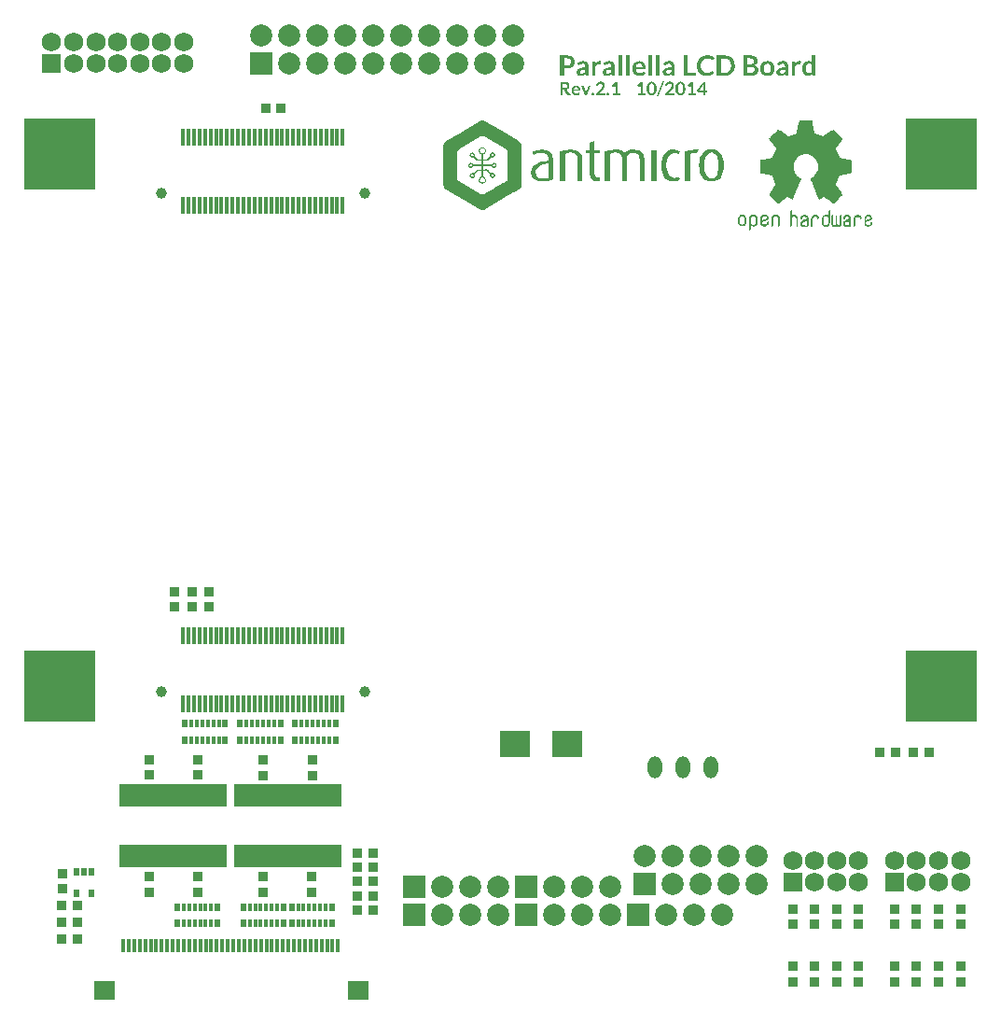
<source format=gts>
%FSLAX25Y25*%
%MOIN*%
G70*
G01*
G75*
G04 Layer_Color=8388736*
%ADD10R,0.03000X0.03000*%
%ADD11R,0.10039X0.08858*%
%ADD12R,0.03000X0.03000*%
%ADD13R,0.01102X0.07087*%
%ADD14R,0.01201X0.05701*%
%ADD15R,0.01673X0.01969*%
%ADD16R,0.00984X0.01969*%
%ADD17R,0.00984X0.04331*%
%ADD18R,0.06693X0.05906*%
%ADD19R,0.01575X0.01969*%
%ADD20C,0.01600*%
%ADD21C,0.01000*%
%ADD22C,0.00800*%
%ADD23C,0.01200*%
%ADD24C,0.03150*%
%ADD25C,0.07087*%
%ADD26R,0.07087X0.07087*%
%ADD27C,0.07087*%
%ADD28R,0.07087X0.07087*%
%ADD29R,0.25000X0.25000*%
%ADD30C,0.06000*%
%ADD31R,0.06000X0.06000*%
%ADD32O,0.04331X0.07087*%
%ADD33C,0.02047*%
%ADD34C,0.02000*%
%ADD35C,0.01800*%
%ADD36C,0.04000*%
%ADD37C,0.05600*%
G04:AMPARAMS|DCode=38|XSize=90.157mil|YSize=90.157mil|CornerRadius=0mil|HoleSize=0mil|Usage=FLASHONLY|Rotation=0.000|XOffset=0mil|YOffset=0mil|HoleType=Round|Shape=Relief|Width=10mil|Gap=15mil|Entries=4|*
%AMTHD38*
7,0,0,0.09016,0.06016,0.01000,45*
%
%ADD38THD38*%
%ADD39C,0.05616*%
%ADD40C,0.05616*%
%ADD41C,0.14100*%
G04:AMPARAMS|DCode=42|XSize=80mil|YSize=80mil|CornerRadius=0mil|HoleSize=0mil|Usage=FLASHONLY|Rotation=0.000|XOffset=0mil|YOffset=0mil|HoleType=Round|Shape=Relief|Width=10mil|Gap=15mil|Entries=4|*
%AMTHD42*
7,0,0,0.08000,0.05000,0.01000,45*
%
%ADD42THD42*%
%ADD43C,0.04600*%
%ADD44C,0.03962*%
G04:AMPARAMS|DCode=45|XSize=73.622mil|YSize=73.622mil|CornerRadius=0mil|HoleSize=0mil|Usage=FLASHONLY|Rotation=0.000|XOffset=0mil|YOffset=0mil|HoleType=Round|Shape=Relief|Width=10mil|Gap=15mil|Entries=4|*
%AMTHD45*
7,0,0,0.07362,0.04362,0.01000,45*
%
%ADD45THD45*%
%ADD46C,0.02387*%
%ADD47C,0.02191*%
%ADD48C,0.00984*%
%ADD49C,0.02362*%
%ADD50C,0.00900*%
%ADD51C,0.00787*%
%ADD52C,0.00394*%
%ADD53C,0.00700*%
%ADD54C,0.01181*%
%ADD55R,0.03800X0.03800*%
%ADD56R,0.10839X0.09658*%
%ADD57R,0.03800X0.03800*%
%ADD58R,0.01902X0.07887*%
%ADD59R,0.01595X0.06095*%
%ADD60R,0.02473X0.02769*%
%ADD61R,0.01784X0.02769*%
%ADD62R,0.01784X0.05131*%
%ADD63R,0.07493X0.06706*%
%ADD64R,0.02375X0.02769*%
%ADD65C,0.03950*%
%ADD66C,0.07887*%
%ADD67R,0.07887X0.07887*%
%ADD68C,0.07887*%
%ADD69R,0.07887X0.07887*%
%ADD70R,0.25800X0.25800*%
%ADD71C,0.06800*%
%ADD72R,0.06800X0.06800*%
%ADD73O,0.05131X0.07887*%
G36*
X258805Y282438D02*
X258802Y282432D01*
X258805Y282438D01*
Y282438D01*
D02*
G37*
G36*
X269682Y282432D02*
X269681Y282436D01*
X269680Y282438D01*
X269682Y282432D01*
D02*
G37*
G36*
X262797Y282432D02*
X262796Y282432D01*
X262797Y282432D01*
D01*
D02*
G37*
G36*
X261694Y282432D02*
X261692Y282437D01*
X261692Y282437D01*
X261694Y282432D01*
D02*
G37*
G36*
X283722Y282576D02*
X283721Y282577D01*
Y282577D01*
X283722Y282576D01*
D02*
G37*
G36*
X295119Y282584D02*
X295118Y282585D01*
X295116Y282590D01*
X295119Y282584D01*
D02*
G37*
G36*
X279921Y282590D02*
X279921Y282590D01*
X279920Y282590D01*
X279920Y282591D01*
X279920Y282591D01*
X279921Y282590D01*
D02*
G37*
G36*
X283719Y282582D02*
X283719D01*
X283719Y282583D01*
X283719Y282582D01*
D02*
G37*
G36*
X296189Y282584D02*
X296188Y282584D01*
X296189Y282584D01*
X296189Y282584D01*
D02*
G37*
G36*
X266790Y282432D02*
X266790Y282431D01*
X266790Y282432D01*
Y282432D01*
D02*
G37*
G36*
X283831Y282019D02*
X283831Y282019D01*
Y282019D01*
X283831Y282019D01*
D02*
G37*
G36*
X280885Y282020D02*
X280884Y282019D01*
X280884Y282019D01*
X280885Y282022D01*
Y282020D01*
D02*
G37*
G36*
X276779Y338322D02*
X276868Y338311D01*
X276968Y338288D01*
X277068Y338244D01*
X277168Y338199D01*
X277268Y338133D01*
X277112Y337222D01*
Y337211D01*
X277090Y337177D01*
X277068Y337133D01*
X277034Y337088D01*
X277023D01*
X277001Y337077D01*
X276968Y337066D01*
X276912Y337055D01*
X276857D01*
X276790Y337066D01*
X276701Y337088D01*
X276679Y337100D01*
X276612Y337111D01*
X276501Y337122D01*
X276357Y337133D01*
X276290D01*
X276223Y337122D01*
X276134Y337111D01*
X276034Y337077D01*
X275923Y337044D01*
X275812Y336988D01*
X275701Y336911D01*
X275690Y336900D01*
X275657Y336866D01*
X275601Y336822D01*
X275535Y336755D01*
X275468Y336666D01*
X275390Y336555D01*
X275312Y336433D01*
X275235Y336289D01*
Y333100D01*
X274001D01*
Y338233D01*
X274757D01*
X274823Y338222D01*
X274912Y338199D01*
X274990Y338155D01*
X275001Y338144D01*
X275035Y338100D01*
X275068Y338033D01*
X275090Y337922D01*
X275168Y337300D01*
Y337311D01*
X275179Y337322D01*
X275212Y337377D01*
X275279Y337466D01*
X275357Y337577D01*
X275446Y337700D01*
X275557Y337822D01*
X275679Y337944D01*
X275812Y338055D01*
X275835Y338066D01*
X275879Y338100D01*
X275957Y338144D01*
X276057Y338199D01*
X276179Y338244D01*
X276323Y338288D01*
X276479Y338322D01*
X276646Y338333D01*
X276712D01*
X276779Y338322D01*
D02*
G37*
G36*
X205397D02*
X205486Y338311D01*
X205586Y338288D01*
X205686Y338244D01*
X205786Y338199D01*
X205886Y338133D01*
X205731Y337222D01*
Y337211D01*
X205708Y337177D01*
X205686Y337133D01*
X205653Y337088D01*
X205642D01*
X205619Y337077D01*
X205586Y337066D01*
X205531Y337055D01*
X205475D01*
X205408Y337066D01*
X205319Y337088D01*
X205297Y337100D01*
X205230Y337111D01*
X205119Y337122D01*
X204975Y337133D01*
X204908D01*
X204842Y337122D01*
X204753Y337111D01*
X204653Y337077D01*
X204542Y337044D01*
X204431Y336988D01*
X204320Y336911D01*
X204308Y336900D01*
X204275Y336866D01*
X204220Y336822D01*
X204153Y336755D01*
X204086Y336666D01*
X204008Y336555D01*
X203931Y336433D01*
X203853Y336289D01*
Y333100D01*
X202620D01*
Y338233D01*
X203375D01*
X203442Y338222D01*
X203531Y338199D01*
X203608Y338155D01*
X203620Y338144D01*
X203653Y338100D01*
X203686Y338033D01*
X203708Y337922D01*
X203786Y337300D01*
Y337311D01*
X203797Y337322D01*
X203831Y337377D01*
X203897Y337466D01*
X203975Y337577D01*
X204064Y337700D01*
X204175Y337822D01*
X204297Y337944D01*
X204431Y338055D01*
X204453Y338066D01*
X204497Y338100D01*
X204575Y338144D01*
X204675Y338199D01*
X204797Y338244D01*
X204942Y338288D01*
X205097Y338322D01*
X205264Y338333D01*
X205330D01*
X205397Y338322D01*
D02*
G37*
G36*
X292283Y282025D02*
X292281Y282019D01*
X292283Y282026D01*
Y282025D01*
D02*
G37*
G36*
X258776Y282141D02*
X258775Y282140D01*
X258775Y282140D01*
X258776Y282143D01*
Y282141D01*
D02*
G37*
G36*
X298999Y282305D02*
X298997Y282311D01*
X298997Y282311D01*
X298999Y282305D01*
D02*
G37*
G36*
X299027Y282019D02*
X299025Y282021D01*
X299026Y282022D01*
X299027Y282019D01*
D02*
G37*
G36*
X269710Y282140D02*
X269710Y282140D01*
X269709Y282142D01*
X269709Y282142D01*
X269710Y282140D01*
D02*
G37*
G36*
X283584Y282835D02*
X283584Y282835D01*
X283587Y282829D01*
X283586Y282830D01*
X283584Y282835D01*
X283583Y282834D01*
X283583Y282834D01*
X283584Y282835D01*
X283584Y282835D01*
D02*
G37*
G36*
X226728Y333100D02*
X225495D01*
Y340533D01*
X226728D01*
Y333100D01*
D02*
G37*
G36*
X230406Y338322D02*
X230517Y338311D01*
X230639Y338299D01*
X230772Y338266D01*
X230917Y338233D01*
X231050Y338177D01*
X231061Y338166D01*
X231106Y338155D01*
X231172Y338122D01*
X231261Y338077D01*
X231350Y338011D01*
X231450Y337944D01*
X231550Y337866D01*
X231650Y337766D01*
X231661Y337755D01*
X231695Y337722D01*
X231739Y337666D01*
X231783Y337589D01*
X231850Y337500D01*
X231906Y337400D01*
X231961Y337277D01*
X232017Y337144D01*
X232028Y337133D01*
X232039Y337077D01*
X232061Y337011D01*
X232083Y336911D01*
X232106Y336789D01*
X232128Y336655D01*
X232150Y336500D01*
Y336344D01*
Y333100D01*
X231561D01*
X231494Y333111D01*
X231406Y333122D01*
X231317Y333144D01*
X231306Y333156D01*
X231261Y333189D01*
X231217Y333267D01*
X231172Y333367D01*
X231061Y333722D01*
X231050Y333711D01*
X231028Y333700D01*
X230983Y333667D01*
X230939Y333622D01*
X230817Y333522D01*
X230672Y333422D01*
X230661D01*
X230639Y333400D01*
X230606Y333378D01*
X230550Y333345D01*
X230428Y333278D01*
X230284Y333200D01*
X230272D01*
X230250Y333189D01*
X230206Y333167D01*
X230161Y333156D01*
X230017Y333111D01*
X229861Y333067D01*
X229850D01*
X229828Y333056D01*
X229772D01*
X229717Y333045D01*
X229639Y333033D01*
X229561D01*
X229361Y333022D01*
X229250D01*
X229162Y333033D01*
X229073Y333045D01*
X228973Y333056D01*
X228762Y333100D01*
X228750D01*
X228717Y333122D01*
X228661Y333133D01*
X228595Y333167D01*
X228439Y333256D01*
X228284Y333367D01*
X228273Y333378D01*
X228250Y333400D01*
X228217Y333433D01*
X228173Y333489D01*
X228128Y333556D01*
X228073Y333622D01*
X227984Y333800D01*
Y333811D01*
X227962Y333844D01*
X227951Y333900D01*
X227928Y333978D01*
X227906Y334067D01*
X227895Y334167D01*
X227873Y334289D01*
Y334411D01*
Y334422D01*
Y334455D01*
X227884Y334522D01*
X227895Y334589D01*
X227906Y334678D01*
X227939Y334778D01*
X227973Y334878D01*
X228017Y334978D01*
X228028Y334989D01*
X228050Y335022D01*
X228084Y335078D01*
X228139Y335155D01*
X228206Y335233D01*
X228295Y335311D01*
X228406Y335400D01*
X228528Y335489D01*
X228550Y335500D01*
X228595Y335533D01*
X228673Y335566D01*
X228784Y335622D01*
X228917Y335689D01*
X229073Y335755D01*
X229261Y335822D01*
X229472Y335878D01*
X229484D01*
X229506Y335889D01*
X229539D01*
X229584Y335900D01*
X229639Y335911D01*
X229706Y335922D01*
X229795Y335944D01*
X229884Y335955D01*
X230095Y335989D01*
X230350Y336011D01*
X230628Y336022D01*
X230939Y336033D01*
Y336333D01*
Y336344D01*
Y336355D01*
Y336422D01*
X230928Y336511D01*
X230917Y336622D01*
X230884Y336755D01*
X230850Y336877D01*
X230795Y337000D01*
X230717Y337100D01*
X230706Y337111D01*
X230672Y337144D01*
X230628Y337177D01*
X230561Y337233D01*
X230472Y337277D01*
X230361Y337311D01*
X230239Y337344D01*
X230095Y337355D01*
X229995D01*
X229917Y337344D01*
X229761Y337322D01*
X229595Y337277D01*
X229584D01*
X229561Y337266D01*
X229528Y337255D01*
X229472Y337233D01*
X229361Y337189D01*
X229239Y337122D01*
X229228D01*
X229217Y337111D01*
X229150Y337066D01*
X229062Y337011D01*
X228973Y336955D01*
X228950Y336944D01*
X228895Y336922D01*
X228806Y336900D01*
X228695Y336889D01*
X228673D01*
X228628Y336900D01*
X228550Y336922D01*
X228484Y336955D01*
X228473Y336966D01*
X228428Y337000D01*
X228384Y337055D01*
X228339Y337122D01*
X228117Y337511D01*
X228128Y337522D01*
X228162Y337544D01*
X228206Y337589D01*
X228273Y337644D01*
X228362Y337700D01*
X228462Y337766D01*
X228584Y337844D01*
X228717Y337922D01*
X228861Y338000D01*
X229028Y338077D01*
X229195Y338144D01*
X229384Y338199D01*
X229584Y338255D01*
X229795Y338299D01*
X230017Y338322D01*
X230250Y338333D01*
X230328D01*
X230406Y338322D01*
D02*
G37*
G36*
X298783Y282829D02*
X298782Y282829D01*
X298782Y282829D01*
X298782Y282829D01*
X298782Y282829D01*
D01*
X298783Y282829D01*
D02*
G37*
G36*
X224018Y333100D02*
X222784D01*
Y340533D01*
X224018D01*
Y333100D01*
D02*
G37*
G36*
X208986Y338322D02*
X209097Y338311D01*
X209219Y338299D01*
X209352Y338266D01*
X209497Y338233D01*
X209630Y338177D01*
X209641Y338166D01*
X209686Y338155D01*
X209752Y338122D01*
X209841Y338077D01*
X209930Y338011D01*
X210030Y337944D01*
X210130Y337866D01*
X210230Y337766D01*
X210241Y337755D01*
X210274Y337722D01*
X210319Y337666D01*
X210363Y337589D01*
X210430Y337500D01*
X210486Y337400D01*
X210541Y337277D01*
X210597Y337144D01*
X210608Y337133D01*
X210619Y337077D01*
X210641Y337011D01*
X210663Y336911D01*
X210685Y336789D01*
X210708Y336655D01*
X210730Y336500D01*
Y336344D01*
Y333100D01*
X210141D01*
X210074Y333111D01*
X209986Y333122D01*
X209897Y333144D01*
X209886Y333156D01*
X209841Y333189D01*
X209797Y333267D01*
X209752Y333367D01*
X209641Y333722D01*
X209630Y333711D01*
X209608Y333700D01*
X209563Y333667D01*
X209519Y333622D01*
X209397Y333522D01*
X209252Y333422D01*
X209241D01*
X209219Y333400D01*
X209186Y333378D01*
X209130Y333345D01*
X209008Y333278D01*
X208863Y333200D01*
X208852D01*
X208830Y333189D01*
X208786Y333167D01*
X208741Y333156D01*
X208597Y333111D01*
X208441Y333067D01*
X208430D01*
X208408Y333056D01*
X208352D01*
X208297Y333045D01*
X208219Y333033D01*
X208141D01*
X207941Y333022D01*
X207830D01*
X207741Y333033D01*
X207652Y333045D01*
X207553Y333056D01*
X207341Y333100D01*
X207330D01*
X207297Y333122D01*
X207241Y333133D01*
X207175Y333167D01*
X207019Y333256D01*
X206864Y333367D01*
X206853Y333378D01*
X206830Y333400D01*
X206797Y333433D01*
X206753Y333489D01*
X206708Y333556D01*
X206653Y333622D01*
X206564Y333800D01*
Y333811D01*
X206541Y333844D01*
X206530Y333900D01*
X206508Y333978D01*
X206486Y334067D01*
X206475Y334167D01*
X206453Y334289D01*
Y334411D01*
Y334422D01*
Y334455D01*
X206464Y334522D01*
X206475Y334589D01*
X206486Y334678D01*
X206519Y334778D01*
X206553Y334878D01*
X206597Y334978D01*
X206608Y334989D01*
X206630Y335022D01*
X206664Y335078D01*
X206719Y335155D01*
X206786Y335233D01*
X206875Y335311D01*
X206986Y335400D01*
X207108Y335489D01*
X207130Y335500D01*
X207175Y335533D01*
X207253Y335566D01*
X207364Y335622D01*
X207497Y335689D01*
X207652Y335755D01*
X207841Y335822D01*
X208052Y335878D01*
X208064D01*
X208086Y335889D01*
X208119D01*
X208163Y335900D01*
X208219Y335911D01*
X208286Y335922D01*
X208375Y335944D01*
X208464Y335955D01*
X208675Y335989D01*
X208930Y336011D01*
X209208Y336022D01*
X209519Y336033D01*
Y336333D01*
Y336344D01*
Y336355D01*
Y336422D01*
X209508Y336511D01*
X209497Y336622D01*
X209463Y336755D01*
X209430Y336877D01*
X209374Y337000D01*
X209297Y337100D01*
X209286Y337111D01*
X209252Y337144D01*
X209208Y337177D01*
X209141Y337233D01*
X209052Y337277D01*
X208941Y337311D01*
X208819Y337344D01*
X208675Y337355D01*
X208575D01*
X208497Y337344D01*
X208341Y337322D01*
X208175Y337277D01*
X208163D01*
X208141Y337266D01*
X208108Y337255D01*
X208052Y337233D01*
X207941Y337189D01*
X207819Y337122D01*
X207808D01*
X207797Y337111D01*
X207730Y337066D01*
X207641Y337011D01*
X207553Y336955D01*
X207530Y336944D01*
X207475Y336922D01*
X207386Y336900D01*
X207275Y336889D01*
X207253D01*
X207208Y336900D01*
X207130Y336922D01*
X207064Y336955D01*
X207053Y336966D01*
X207008Y337000D01*
X206964Y337055D01*
X206919Y337122D01*
X206697Y337511D01*
X206708Y337522D01*
X206741Y337544D01*
X206786Y337589D01*
X206853Y337644D01*
X206941Y337700D01*
X207041Y337766D01*
X207164Y337844D01*
X207297Y337922D01*
X207441Y338000D01*
X207608Y338077D01*
X207775Y338144D01*
X207964Y338199D01*
X208163Y338255D01*
X208375Y338299D01*
X208597Y338322D01*
X208830Y338333D01*
X208908D01*
X208986Y338322D01*
D02*
G37*
G36*
X199664D02*
X199776Y338311D01*
X199898Y338299D01*
X200031Y338266D01*
X200175Y338233D01*
X200309Y338177D01*
X200320Y338166D01*
X200364Y338155D01*
X200431Y338122D01*
X200520Y338077D01*
X200609Y338011D01*
X200709Y337944D01*
X200809Y337866D01*
X200909Y337766D01*
X200920Y337755D01*
X200953Y337722D01*
X200998Y337666D01*
X201042Y337589D01*
X201109Y337500D01*
X201164Y337400D01*
X201220Y337277D01*
X201275Y337144D01*
X201287Y337133D01*
X201298Y337077D01*
X201320Y337011D01*
X201342Y336911D01*
X201364Y336789D01*
X201386Y336655D01*
X201409Y336500D01*
Y336344D01*
Y333100D01*
X200820D01*
X200753Y333111D01*
X200664Y333122D01*
X200575Y333144D01*
X200564Y333156D01*
X200520Y333189D01*
X200475Y333267D01*
X200431Y333367D01*
X200320Y333722D01*
X200309Y333711D01*
X200287Y333700D01*
X200242Y333667D01*
X200198Y333622D01*
X200076Y333522D01*
X199931Y333422D01*
X199920D01*
X199898Y333400D01*
X199864Y333378D01*
X199809Y333345D01*
X199687Y333278D01*
X199542Y333200D01*
X199531D01*
X199509Y333189D01*
X199464Y333167D01*
X199420Y333156D01*
X199276Y333111D01*
X199120Y333067D01*
X199109D01*
X199087Y333056D01*
X199031D01*
X198976Y333045D01*
X198898Y333033D01*
X198820D01*
X198620Y333022D01*
X198509D01*
X198420Y333033D01*
X198331Y333045D01*
X198231Y333056D01*
X198020Y333100D01*
X198009D01*
X197976Y333122D01*
X197920Y333133D01*
X197854Y333167D01*
X197698Y333256D01*
X197542Y333367D01*
X197531Y333378D01*
X197509Y333400D01*
X197476Y333433D01*
X197431Y333489D01*
X197387Y333556D01*
X197331Y333622D01*
X197242Y333800D01*
Y333811D01*
X197220Y333844D01*
X197209Y333900D01*
X197187Y333978D01*
X197165Y334067D01*
X197153Y334167D01*
X197131Y334289D01*
Y334411D01*
Y334422D01*
Y334455D01*
X197142Y334522D01*
X197153Y334589D01*
X197165Y334678D01*
X197198Y334778D01*
X197231Y334878D01*
X197276Y334978D01*
X197287Y334989D01*
X197309Y335022D01*
X197342Y335078D01*
X197398Y335155D01*
X197465Y335233D01*
X197554Y335311D01*
X197665Y335400D01*
X197787Y335489D01*
X197809Y335500D01*
X197854Y335533D01*
X197931Y335566D01*
X198042Y335622D01*
X198176Y335689D01*
X198331Y335755D01*
X198520Y335822D01*
X198731Y335878D01*
X198742D01*
X198765Y335889D01*
X198798D01*
X198842Y335900D01*
X198898Y335911D01*
X198965Y335922D01*
X199053Y335944D01*
X199142Y335955D01*
X199353Y335989D01*
X199609Y336011D01*
X199887Y336022D01*
X200198Y336033D01*
Y336333D01*
Y336344D01*
Y336355D01*
Y336422D01*
X200187Y336511D01*
X200175Y336622D01*
X200142Y336755D01*
X200109Y336877D01*
X200053Y337000D01*
X199976Y337100D01*
X199964Y337111D01*
X199931Y337144D01*
X199887Y337177D01*
X199820Y337233D01*
X199731Y337277D01*
X199620Y337311D01*
X199498Y337344D01*
X199353Y337355D01*
X199253D01*
X199176Y337344D01*
X199020Y337322D01*
X198853Y337277D01*
X198842D01*
X198820Y337266D01*
X198787Y337255D01*
X198731Y337233D01*
X198620Y337189D01*
X198498Y337122D01*
X198487D01*
X198476Y337111D01*
X198409Y337066D01*
X198320Y337011D01*
X198231Y336955D01*
X198209Y336944D01*
X198153Y336922D01*
X198065Y336900D01*
X197953Y336889D01*
X197931D01*
X197887Y336900D01*
X197809Y336922D01*
X197742Y336955D01*
X197731Y336966D01*
X197687Y337000D01*
X197642Y337055D01*
X197598Y337122D01*
X197376Y337511D01*
X197387Y337522D01*
X197420Y337544D01*
X197465Y337589D01*
X197531Y337644D01*
X197620Y337700D01*
X197720Y337766D01*
X197842Y337844D01*
X197976Y337922D01*
X198120Y338000D01*
X198287Y338077D01*
X198453Y338144D01*
X198642Y338199D01*
X198842Y338255D01*
X199053Y338299D01*
X199276Y338322D01*
X199509Y338333D01*
X199587D01*
X199664Y338322D01*
D02*
G37*
G36*
X215963Y333100D02*
X214730D01*
Y340533D01*
X215963D01*
Y333100D01*
D02*
G37*
G36*
X213252D02*
X212019D01*
Y340533D01*
X213252D01*
Y333100D01*
D02*
G37*
G36*
X236705Y334211D02*
X239605D01*
Y333100D01*
X235361D01*
Y340333D01*
X236705D01*
Y334211D01*
D02*
G37*
G36*
X262880Y282710D02*
X262878Y282705D01*
X262880Y282711D01*
X262880Y282710D01*
D02*
G37*
G36*
X258885Y282705D02*
X258885Y282705D01*
X258887Y282711D01*
X258885Y282705D01*
D02*
G37*
G36*
X271046Y338322D02*
X271157Y338311D01*
X271280Y338299D01*
X271413Y338266D01*
X271557Y338233D01*
X271691Y338177D01*
X271702Y338166D01*
X271746Y338155D01*
X271813Y338122D01*
X271902Y338077D01*
X271990Y338011D01*
X272091Y337944D01*
X272190Y337866D01*
X272290Y337766D01*
X272302Y337755D01*
X272335Y337722D01*
X272379Y337666D01*
X272424Y337589D01*
X272491Y337500D01*
X272546Y337400D01*
X272602Y337277D01*
X272657Y337144D01*
X272668Y337133D01*
X272679Y337077D01*
X272702Y337011D01*
X272724Y336911D01*
X272746Y336789D01*
X272768Y336655D01*
X272790Y336500D01*
Y336344D01*
Y333100D01*
X272202D01*
X272135Y333111D01*
X272046Y333122D01*
X271957Y333144D01*
X271946Y333156D01*
X271902Y333189D01*
X271857Y333267D01*
X271813Y333367D01*
X271702Y333722D01*
X271691Y333711D01*
X271668Y333700D01*
X271624Y333667D01*
X271579Y333622D01*
X271457Y333522D01*
X271313Y333422D01*
X271302D01*
X271280Y333400D01*
X271246Y333378D01*
X271191Y333345D01*
X271068Y333278D01*
X270924Y333200D01*
X270913D01*
X270891Y333189D01*
X270846Y333167D01*
X270802Y333156D01*
X270657Y333111D01*
X270502Y333067D01*
X270491D01*
X270468Y333056D01*
X270413D01*
X270357Y333045D01*
X270280Y333033D01*
X270202D01*
X270002Y333022D01*
X269891D01*
X269802Y333033D01*
X269713Y333045D01*
X269613Y333056D01*
X269402Y333100D01*
X269391D01*
X269357Y333122D01*
X269302Y333133D01*
X269235Y333167D01*
X269080Y333256D01*
X268924Y333367D01*
X268913Y333378D01*
X268891Y333400D01*
X268858Y333433D01*
X268813Y333489D01*
X268769Y333556D01*
X268713Y333622D01*
X268624Y333800D01*
Y333811D01*
X268602Y333844D01*
X268591Y333900D01*
X268569Y333978D01*
X268546Y334067D01*
X268535Y334167D01*
X268513Y334289D01*
Y334411D01*
Y334422D01*
Y334455D01*
X268524Y334522D01*
X268535Y334589D01*
X268546Y334678D01*
X268580Y334778D01*
X268613Y334878D01*
X268657Y334978D01*
X268669Y334989D01*
X268691Y335022D01*
X268724Y335078D01*
X268780Y335155D01*
X268846Y335233D01*
X268935Y335311D01*
X269046Y335400D01*
X269169Y335489D01*
X269191Y335500D01*
X269235Y335533D01*
X269313Y335566D01*
X269424Y335622D01*
X269557Y335689D01*
X269713Y335755D01*
X269902Y335822D01*
X270113Y335878D01*
X270124D01*
X270146Y335889D01*
X270180D01*
X270224Y335900D01*
X270280Y335911D01*
X270346Y335922D01*
X270435Y335944D01*
X270524Y335955D01*
X270735Y335989D01*
X270991Y336011D01*
X271268Y336022D01*
X271579Y336033D01*
Y336333D01*
Y336344D01*
Y336355D01*
Y336422D01*
X271568Y336511D01*
X271557Y336622D01*
X271524Y336755D01*
X271491Y336877D01*
X271435Y337000D01*
X271357Y337100D01*
X271346Y337111D01*
X271313Y337144D01*
X271268Y337177D01*
X271202Y337233D01*
X271113Y337277D01*
X271002Y337311D01*
X270880Y337344D01*
X270735Y337355D01*
X270635D01*
X270557Y337344D01*
X270402Y337322D01*
X270235Y337277D01*
X270224D01*
X270202Y337266D01*
X270168Y337255D01*
X270113Y337233D01*
X270002Y337189D01*
X269880Y337122D01*
X269868D01*
X269857Y337111D01*
X269791Y337066D01*
X269702Y337011D01*
X269613Y336955D01*
X269591Y336944D01*
X269535Y336922D01*
X269446Y336900D01*
X269335Y336889D01*
X269313D01*
X269269Y336900D01*
X269191Y336922D01*
X269124Y336955D01*
X269113Y336966D01*
X269069Y337000D01*
X269024Y337055D01*
X268980Y337122D01*
X268758Y337511D01*
X268769Y337522D01*
X268802Y337544D01*
X268846Y337589D01*
X268913Y337644D01*
X269002Y337700D01*
X269102Y337766D01*
X269224Y337844D01*
X269357Y337922D01*
X269502Y338000D01*
X269669Y338077D01*
X269835Y338144D01*
X270024Y338199D01*
X270224Y338255D01*
X270435Y338299D01*
X270657Y338322D01*
X270891Y338333D01*
X270968D01*
X271046Y338322D01*
D02*
G37*
G36*
X269600Y282705D02*
X269600Y282705D01*
D01*
X269600Y282705D01*
D02*
G37*
G36*
X261613Y282705D02*
X261612Y282708D01*
X261611Y282711D01*
X261613Y282705D01*
D02*
G37*
G36*
X259392Y340321D02*
X259558Y340310D01*
X259747Y340299D01*
X259947Y340277D01*
X260147Y340233D01*
X260347Y340188D01*
X260358D01*
X260369Y340177D01*
X260436Y340166D01*
X260525Y340133D01*
X260636Y340088D01*
X260769Y340033D01*
X260903Y339966D01*
X261047Y339888D01*
X261169Y339799D01*
X261180Y339788D01*
X261225Y339755D01*
X261280Y339699D01*
X261347Y339633D01*
X261425Y339544D01*
X261503Y339444D01*
X261569Y339333D01*
X261636Y339199D01*
X261647Y339188D01*
X261658Y339133D01*
X261680Y339066D01*
X261714Y338966D01*
X261747Y338844D01*
X261769Y338711D01*
X261780Y338566D01*
X261791Y338400D01*
Y338388D01*
Y338355D01*
Y338311D01*
X261780Y338244D01*
X261758Y338088D01*
X261714Y337911D01*
Y337900D01*
X261703Y337866D01*
X261680Y337822D01*
X261658Y337766D01*
X261592Y337633D01*
X261480Y337477D01*
X261469Y337466D01*
X261458Y337444D01*
X261414Y337411D01*
X261369Y337355D01*
X261314Y337300D01*
X261247Y337244D01*
X261081Y337111D01*
X261069Y337100D01*
X261036Y337088D01*
X260992Y337055D01*
X260925Y337011D01*
X260836Y336966D01*
X260747Y336922D01*
X260636Y336866D01*
X260514Y336822D01*
X260536D01*
X260580Y336811D01*
X260647Y336789D01*
X260747Y336755D01*
X260858Y336711D01*
X260981Y336655D01*
X261125Y336578D01*
X261258Y336500D01*
X261403Y336400D01*
X261536Y336289D01*
X261658Y336155D01*
X261769Y336011D01*
X261869Y335844D01*
X261936Y335655D01*
X261992Y335444D01*
X262003Y335222D01*
Y335200D01*
Y335144D01*
X261992Y335055D01*
X261980Y334944D01*
X261958Y334811D01*
X261925Y334667D01*
X261880Y334511D01*
X261825Y334367D01*
X261814Y334344D01*
X261791Y334300D01*
X261747Y334233D01*
X261691Y334133D01*
X261625Y334033D01*
X261536Y333922D01*
X261436Y333800D01*
X261314Y333689D01*
X261303Y333678D01*
X261258Y333644D01*
X261180Y333589D01*
X261092Y333533D01*
X260969Y333467D01*
X260825Y333389D01*
X260669Y333322D01*
X260492Y333256D01*
X260469Y333244D01*
X260403Y333233D01*
X260303Y333211D01*
X260170Y333178D01*
X260003Y333144D01*
X259814Y333122D01*
X259603Y333111D01*
X259369Y333100D01*
X256637D01*
Y340333D01*
X259314D01*
X259392Y340321D01*
D02*
G37*
G36*
X250204D02*
X250282D01*
X250482Y340299D01*
X250715Y340266D01*
X250959Y340210D01*
X251226Y340144D01*
X251481Y340055D01*
X251493D01*
X251515Y340044D01*
X251548Y340033D01*
X251592Y340010D01*
X251726Y339944D01*
X251881Y339866D01*
X252059Y339755D01*
X252259Y339633D01*
X252448Y339477D01*
X252637Y339311D01*
X252648D01*
X252659Y339288D01*
X252715Y339222D01*
X252803Y339122D01*
X252915Y338988D01*
X253026Y338822D01*
X253148Y338622D01*
X253270Y338411D01*
X253381Y338166D01*
Y338155D01*
X253392Y338133D01*
X253403Y338100D01*
X253426Y338055D01*
X253448Y337988D01*
X253470Y337922D01*
X253515Y337744D01*
X253559Y337522D01*
X253604Y337277D01*
X253637Y337000D01*
X253648Y336711D01*
Y336700D01*
Y336678D01*
Y336633D01*
Y336578D01*
X253637Y336511D01*
Y336422D01*
X253615Y336233D01*
X253581Y336000D01*
X253537Y335755D01*
X253470Y335500D01*
X253381Y335244D01*
Y335233D01*
X253370Y335211D01*
X253359Y335178D01*
X253337Y335133D01*
X253270Y335011D01*
X253192Y334855D01*
X253081Y334678D01*
X252959Y334489D01*
X252803Y334289D01*
X252637Y334100D01*
X252615Y334078D01*
X252548Y334022D01*
X252448Y333933D01*
X252315Y333833D01*
X252148Y333711D01*
X251948Y333589D01*
X251726Y333467D01*
X251481Y333356D01*
X251470D01*
X251448Y333345D01*
X251415Y333333D01*
X251359Y333311D01*
X251304Y333300D01*
X251226Y333278D01*
X251037Y333233D01*
X250826Y333178D01*
X250570Y333144D01*
X250293Y333111D01*
X249993Y333100D01*
X247226D01*
Y340333D01*
X250126D01*
X250204Y340321D01*
D02*
G37*
G36*
X262880Y282711D02*
X262880Y282711D01*
X262881Y282711D01*
X262880Y282711D01*
D02*
G37*
G36*
X266874D02*
X266874Y282711D01*
X266875Y282711D01*
X266874Y282711D01*
D02*
G37*
G36*
X277500Y281189D02*
X277491Y281185D01*
X277500Y281189D01*
X277500Y281189D01*
D02*
G37*
G36*
X277380Y279558D02*
X277385Y279554D01*
X277378Y279556D01*
X277375Y279563D01*
X277380Y279558D01*
D02*
G37*
G36*
X301959Y279997D02*
X301958Y279998D01*
X301958Y279998D01*
X301963Y280003D01*
X301959Y279997D01*
D02*
G37*
G36*
X289206Y279729D02*
X289205Y279729D01*
X289205Y279730D01*
X289206Y279729D01*
D02*
G37*
G36*
X263201Y279678D02*
X263202Y279676D01*
X263199Y279677D01*
X263198Y279680D01*
X263201Y279678D01*
D02*
G37*
G36*
X260813Y279353D02*
X260814Y279354D01*
X260819Y279356D01*
X260813Y279353D01*
D02*
G37*
G36*
X289648Y280041D02*
X289648Y280041D01*
X289648Y280041D01*
X289648Y280041D01*
X289648Y280041D01*
X289648Y280041D01*
X289648Y280041D01*
D02*
G37*
G36*
X269078Y279249D02*
X269077Y279249D01*
X269078Y279249D01*
X269078Y279249D01*
D02*
G37*
G36*
X288787Y280040D02*
D01*
D01*
D01*
D02*
G37*
G36*
X256531Y283526D02*
X256789Y283448D01*
X257027Y283319D01*
X257245Y283138D01*
X257426Y282921D01*
X257555Y282682D01*
X257632Y282422D01*
X257658Y282138D01*
Y280727D01*
X257632Y280443D01*
X257555Y280183D01*
X257426Y279944D01*
X257245Y279726D01*
X257027Y279545D01*
X256789Y279417D01*
X256531Y279339D01*
X256250Y279313D01*
X255970Y279339D01*
X255712Y279417D01*
X255476Y279545D01*
X255260Y279726D01*
X255081Y279944D01*
X254953Y280182D01*
X254876Y280443D01*
X254850Y280727D01*
Y282138D01*
X254876Y282422D01*
X254953Y282682D01*
X255081Y282921D01*
X255260Y283138D01*
X255476Y283319D01*
X255712Y283448D01*
X255970Y283526D01*
X256250Y283551D01*
X256531Y283526D01*
D02*
G37*
G36*
X261477Y279903D02*
D01*
X261479Y279909D01*
X261479Y279909D01*
X261477Y279903D01*
D02*
G37*
G36*
X290673Y279730D02*
X290673Y279730D01*
X290674Y279730D01*
X290673Y279730D01*
D02*
G37*
G36*
X289205D02*
X289205Y279730D01*
X289205Y279730D01*
X289205Y279730D01*
D02*
G37*
G36*
X301018Y279816D02*
X301018Y279815D01*
X301018Y279816D01*
X301018Y279816D01*
X301018Y279816D01*
X301018Y279816D01*
X301018Y279816D01*
D02*
G37*
G36*
X301536Y279765D02*
X301536Y279765D01*
X301536Y279765D01*
X301537Y279765D01*
X301537Y279765D01*
X301536Y279765D01*
D02*
G37*
G36*
X301827Y279889D02*
X301826Y279889D01*
X301830Y279892D01*
X301827Y279889D01*
D02*
G37*
G36*
X301831Y279892D02*
X301831Y279891D01*
X301830Y279892D01*
X301830Y279892D01*
X301831Y279892D01*
X301831Y279892D01*
D02*
G37*
G36*
X263012Y279909D02*
X263014Y279903D01*
X263012Y279909D01*
X263012Y279909D01*
D02*
G37*
G36*
X290674Y279729D02*
X290673Y279729D01*
X290673Y279730D01*
X290674Y279729D01*
D02*
G37*
G36*
X301831Y279891D02*
X301831Y279891D01*
X301831Y279891D01*
X301831Y279891D01*
D02*
G37*
G36*
X277118Y280657D02*
X277117Y280656D01*
X277118Y280657D01*
Y280657D01*
D02*
G37*
G36*
X244027Y340399D02*
X244104D01*
X244293Y340377D01*
X244515Y340344D01*
X244749Y340299D01*
X244993Y340233D01*
X245227Y340144D01*
X245238D01*
X245249Y340133D01*
X245282Y340122D01*
X245326Y340099D01*
X245438Y340044D01*
X245582Y339966D01*
X245738Y339866D01*
X245915Y339755D01*
X246093Y339622D01*
X246260Y339466D01*
X245804Y338844D01*
X245793Y338833D01*
X245782Y338811D01*
X245749Y338766D01*
X245704Y338733D01*
X245693Y338722D01*
X245660Y338711D01*
X245615Y338700D01*
X245538Y338688D01*
X245515D01*
X245460Y338700D01*
X245382Y338722D01*
X245293Y338777D01*
X245271Y338788D01*
X245215Y338833D01*
X245115Y338899D01*
X244993Y338966D01*
X244982D01*
X244960Y338988D01*
X244915Y339011D01*
X244860Y339033D01*
X244793Y339066D01*
X244715Y339099D01*
X244527Y339166D01*
X244515D01*
X244482Y339177D01*
X244415Y339199D01*
X244338Y339222D01*
X244227Y339233D01*
X244104Y339255D01*
X243960Y339266D01*
X243716D01*
X243627Y339255D01*
X243505Y339244D01*
X243360Y339222D01*
X243204Y339188D01*
X243038Y339144D01*
X242871Y339088D01*
X242849Y339077D01*
X242805Y339055D01*
X242727Y339011D01*
X242627Y338955D01*
X242505Y338888D01*
X242382Y338800D01*
X242260Y338700D01*
X242138Y338577D01*
X242127Y338566D01*
X242082Y338522D01*
X242027Y338444D01*
X241960Y338355D01*
X241882Y338233D01*
X241805Y338100D01*
X241727Y337944D01*
X241649Y337766D01*
X241638Y337744D01*
X241627Y337688D01*
X241594Y337589D01*
X241571Y337455D01*
X241538Y337300D01*
X241505Y337122D01*
X241494Y336922D01*
X241482Y336711D01*
Y336700D01*
Y336689D01*
Y336655D01*
Y336611D01*
X241494Y336489D01*
X241505Y336344D01*
X241527Y336177D01*
X241549Y335989D01*
X241594Y335811D01*
X241649Y335622D01*
X241660Y335600D01*
X241682Y335544D01*
X241716Y335455D01*
X241771Y335344D01*
X241838Y335222D01*
X241927Y335089D01*
X242016Y334955D01*
X242116Y334833D01*
X242127Y334822D01*
X242171Y334778D01*
X242227Y334722D01*
X242316Y334655D01*
X242416Y334567D01*
X242538Y334489D01*
X242671Y334411D01*
X242816Y334333D01*
X242838Y334322D01*
X242882Y334311D01*
X242971Y334278D01*
X243071Y334256D01*
X243204Y334222D01*
X243349Y334189D01*
X243516Y334178D01*
X243682Y334167D01*
X243849D01*
X244004Y334178D01*
X244171Y334189D01*
X244182D01*
X244215Y334200D01*
X244260D01*
X244316Y334211D01*
X244449Y334244D01*
X244582Y334289D01*
X244593D01*
X244616Y334300D01*
X244649Y334311D01*
X244693Y334333D01*
X244815Y334389D01*
X244938Y334455D01*
X244949D01*
X244971Y334478D01*
X245004Y334500D01*
X245038Y334522D01*
X245149Y334611D01*
X245271Y334711D01*
X245282Y334722D01*
X245304Y334733D01*
X245382Y334778D01*
X245393D01*
X245415Y334789D01*
X245460Y334800D01*
X245527D01*
X245571Y334789D01*
X245626Y334767D01*
X245693Y334722D01*
X246215Y334144D01*
Y334133D01*
X246193Y334122D01*
X246137Y334055D01*
X246049Y333956D01*
X245915Y333833D01*
X245760Y333700D01*
X245582Y333567D01*
X245371Y333433D01*
X245138Y333311D01*
X245127D01*
X245104Y333300D01*
X245071Y333289D01*
X245026Y333267D01*
X244960Y333244D01*
X244882Y333222D01*
X244804Y333189D01*
X244704Y333167D01*
X244482Y333111D01*
X244215Y333067D01*
X243916Y333033D01*
X243593Y333022D01*
X243460D01*
X243393Y333033D01*
X243304D01*
X243116Y333056D01*
X242893Y333089D01*
X242649Y333133D01*
X242393Y333200D01*
X242149Y333289D01*
X242138D01*
X242116Y333300D01*
X242082Y333322D01*
X242038Y333345D01*
X241927Y333400D01*
X241771Y333489D01*
X241594Y333600D01*
X241416Y333733D01*
X241227Y333878D01*
X241049Y334055D01*
Y334067D01*
X241027Y334078D01*
X240971Y334144D01*
X240894Y334244D01*
X240794Y334389D01*
X240683Y334556D01*
X240560Y334755D01*
X240449Y334978D01*
X240349Y335222D01*
Y335233D01*
X240338Y335255D01*
X240327Y335289D01*
X240316Y335344D01*
X240294Y335411D01*
X240271Y335478D01*
X240227Y335666D01*
X240183Y335889D01*
X240138Y336144D01*
X240116Y336422D01*
X240105Y336711D01*
Y336722D01*
Y336744D01*
Y336789D01*
Y336844D01*
X240116Y336922D01*
Y337000D01*
X240138Y337200D01*
X240172Y337433D01*
X240216Y337677D01*
X240283Y337944D01*
X240371Y338199D01*
Y338211D01*
X240383Y338233D01*
X240405Y338266D01*
X240427Y338311D01*
X240482Y338444D01*
X240571Y338599D01*
X240683Y338777D01*
X240816Y338977D01*
X240960Y339177D01*
X241138Y339366D01*
X241149Y339377D01*
X241160Y339388D01*
X241227Y339444D01*
X241327Y339533D01*
X241471Y339644D01*
X241638Y339766D01*
X241838Y339899D01*
X242060Y340022D01*
X242305Y340133D01*
X242316D01*
X242338Y340144D01*
X242371Y340155D01*
X242427Y340177D01*
X242493Y340199D01*
X242571Y340222D01*
X242649Y340244D01*
X242749Y340277D01*
X242971Y340321D01*
X243238Y340366D01*
X243516Y340399D01*
X243815Y340410D01*
X243949D01*
X244027Y340399D01*
D02*
G37*
G36*
X294595Y279129D02*
X294595Y279129D01*
X294595Y279129D01*
X294595Y279129D01*
D02*
G37*
G36*
X300493Y280636D02*
X300493Y280636D01*
X300492Y280636D01*
X300493Y280636D01*
X300493Y280636D01*
D02*
G37*
G36*
X261722Y280725D02*
X261721Y280722D01*
Y280724D01*
X261722Y280725D01*
X261722Y280725D01*
D02*
G37*
G36*
X292455Y280949D02*
X292454Y280947D01*
X292459Y280957D01*
X292455Y280949D01*
D02*
G37*
G36*
X292459Y280957D02*
X292459Y280957D01*
X292459Y280958D01*
X292459Y280958D01*
X292459Y280957D01*
D02*
G37*
G36*
X262771Y280723D02*
X262770Y280722D01*
X262769Y280725D01*
X262771Y280723D01*
D02*
G37*
G36*
X282456Y333100D02*
X281656D01*
X281623Y333111D01*
X281567Y333122D01*
X281512Y333156D01*
X281467Y333189D01*
X281412Y333244D01*
X281379Y333311D01*
X281278Y333800D01*
X281267Y333789D01*
X281256Y333767D01*
X281223Y333733D01*
X281178Y333689D01*
X281067Y333589D01*
X280945Y333478D01*
X280934Y333467D01*
X280912Y333456D01*
X280878Y333422D01*
X280834Y333389D01*
X280712Y333311D01*
X280567Y333233D01*
X280556D01*
X280534Y333222D01*
X280490Y333200D01*
X280434Y333178D01*
X280301Y333122D01*
X280134Y333078D01*
X280123D01*
X280090Y333067D01*
X280045Y333056D01*
X279990D01*
X279912Y333045D01*
X279823Y333033D01*
X279634Y333022D01*
X279568D01*
X279479Y333033D01*
X279379Y333045D01*
X279256Y333067D01*
X279123Y333089D01*
X278990Y333133D01*
X278856Y333189D01*
X278845Y333200D01*
X278801Y333222D01*
X278734Y333267D01*
X278657Y333322D01*
X278556Y333389D01*
X278456Y333478D01*
X278357Y333578D01*
X278257Y333700D01*
X278245Y333711D01*
X278212Y333755D01*
X278168Y333833D01*
X278112Y333933D01*
X278057Y334044D01*
X277990Y334189D01*
X277923Y334344D01*
X277868Y334522D01*
Y334533D01*
Y334544D01*
X277846Y334611D01*
X277823Y334711D01*
X277801Y334844D01*
X277779Y335011D01*
X277757Y335200D01*
X277746Y335411D01*
X277734Y335644D01*
Y335655D01*
Y335666D01*
Y335700D01*
Y335744D01*
X277746Y335844D01*
X277757Y335989D01*
X277768Y336155D01*
X277801Y336333D01*
X277834Y336511D01*
X277890Y336700D01*
Y336711D01*
X277901Y336722D01*
X277923Y336777D01*
X277957Y336877D01*
X278001Y336988D01*
X278068Y337122D01*
X278145Y337266D01*
X278234Y337411D01*
X278334Y337544D01*
X278345Y337555D01*
X278390Y337600D01*
X278445Y337666D01*
X278534Y337755D01*
X278634Y337844D01*
X278745Y337933D01*
X278879Y338033D01*
X279023Y338111D01*
X279045Y338122D01*
X279101Y338144D01*
X279179Y338177D01*
X279290Y338222D01*
X279423Y338255D01*
X279579Y338288D01*
X279756Y338311D01*
X279934Y338322D01*
X280012D01*
X280090Y338311D01*
X280190Y338299D01*
X280301Y338288D01*
X280423Y338266D01*
X280545Y338222D01*
X280667Y338177D01*
X280679Y338166D01*
X280723Y338155D01*
X280779Y338122D01*
X280856Y338077D01*
X280945Y338033D01*
X281034Y337966D01*
X281223Y337811D01*
Y340533D01*
X282456D01*
Y333100D01*
D02*
G37*
G36*
X262797Y280433D02*
D01*
X262796Y280433D01*
X262797Y280433D01*
D02*
G37*
G36*
X293972Y279167D02*
X293971Y279167D01*
X293971Y279167D01*
X293971Y279167D01*
X293971Y279167D01*
X293972Y279167D01*
X293972Y279167D01*
D02*
G37*
G36*
X291695Y280208D02*
X291621Y279818D01*
X291400Y279490D01*
X291074Y279267D01*
X290688Y279193D01*
X290294Y279265D01*
X289971Y279486D01*
X289971Y279486D01*
X289972Y279487D01*
X289952Y279495D01*
X289933Y279487D01*
X289604Y279265D01*
X289220Y279193D01*
X288819Y279266D01*
X288501Y279483D01*
X288290Y279811D01*
X288216Y280211D01*
Y283173D01*
X288759Y283413D01*
X288756Y280224D01*
X288755Y280219D01*
X288753Y280224D01*
X288753Y280224D01*
X288755Y280218D01*
X288755Y280218D01*
X288756Y280218D01*
X288756Y280218D01*
X288756Y280218D01*
X288755Y280218D01*
X288755Y280218D01*
X288755Y280218D01*
X288755Y280218D01*
X288755Y280219D01*
X288756Y280218D01*
X288756Y280218D01*
X288756Y280218D01*
X288787Y280041D01*
X288787Y280040D01*
X288787Y280040D01*
X288787Y280040D01*
X288787Y280040D01*
X288787Y280040D01*
X288788Y280040D01*
X288787Y280040D01*
X288792Y280029D01*
X288792Y280028D01*
X288787Y280040D01*
X288787D01*
X288787Y280040D01*
X288787Y280040D01*
X288787Y280041D01*
X288787Y280040D01*
X288787D01*
X288792Y280028D01*
X288792Y280028D01*
X288792Y280028D01*
X288886Y279880D01*
X288895Y279871D01*
X288895Y279870D01*
X289032Y279769D01*
X289032Y279769D01*
X289032Y279769D01*
X289045Y279764D01*
X289045Y279763D01*
X289046Y279763D01*
X289205Y279730D01*
X289205Y279730D01*
X289205Y279729D01*
X289206Y279729D01*
X289206Y279729D01*
X289212Y279726D01*
X289219Y279729D01*
X289385Y279763D01*
X289385Y279763D01*
X289398Y279768D01*
X289398Y279769D01*
X289398Y279769D01*
X289537Y279870D01*
X289537Y279870D01*
X289537Y279870D01*
X289542Y279875D01*
X289544Y279877D01*
X289543Y279876D01*
X289546Y279879D01*
X289543Y279872D01*
X289538Y279869D01*
X289543Y279876D01*
X289542Y279875D01*
X289538Y279870D01*
X289538Y279869D01*
X289543Y279872D01*
X289546Y279878D01*
X289546Y279878D01*
X289546Y279879D01*
X289546Y279879D01*
X289545Y279879D01*
X289545Y279879D01*
X289544Y279877D01*
X289546Y279879D01*
X289642Y280029D01*
X289643Y280029D01*
X289643Y280029D01*
X289643Y280029D01*
X289647Y280041D01*
X289647Y280041D01*
X289648Y280041D01*
X289648Y280041D01*
X289647Y280041D01*
X289648Y280040D01*
X289644Y280032D01*
X289643Y280029D01*
D01*
X289644Y280032D01*
X289648Y280040D01*
X289648D01*
X289648Y280041D01*
X289648Y280040D01*
X289648Y280041D01*
X289648Y280041D01*
X289680Y280213D01*
X289680Y280214D01*
X289680Y280214D01*
X289681Y280216D01*
X289682Y280221D01*
X289680Y280222D01*
X289682Y280223D01*
Y280222D01*
D01*
X289682Y280221D01*
X289683Y280220D01*
X289682Y280222D01*
X289682Y280222D01*
Y280222D01*
X289682Y280222D01*
X289683Y280224D01*
X289682Y280223D01*
X289684Y283173D01*
X290228Y283413D01*
X290224Y280224D01*
X290223Y280218D01*
X290221Y280224D01*
X290221Y280224D01*
X290221Y280224D01*
X290221Y280224D01*
X290256Y280040D01*
X290255Y280040D01*
X290260Y280028D01*
X290355Y279879D01*
X290356Y279878D01*
X290354Y279879D01*
X290357Y279872D01*
X290363Y279869D01*
X290356Y279878D01*
X290500Y279769D01*
X290500Y279768D01*
X290513Y279763D01*
X290513Y279763D01*
X290513Y279763D01*
X290513Y279763D01*
X290513Y279763D01*
X290514Y279763D01*
X290514Y279763D01*
X290513Y279763D01*
X290513Y279764D01*
X290514Y279763D01*
X290673Y279730D01*
X290673Y279730D01*
X290673Y279729D01*
X290674Y279729D01*
X290674Y279729D01*
X290680Y279726D01*
X290687Y279729D01*
X290851Y279763D01*
X290851Y279763D01*
X290864Y279768D01*
X291005Y279870D01*
X291008Y279872D01*
X291110Y280028D01*
X291111Y280027D01*
X291116Y280040D01*
X291148Y280218D01*
X291149Y280219D01*
X291149Y280224D01*
X291151D01*
D01*
Y280224D01*
X291151Y280224D01*
X291151Y280224D01*
X291152Y283173D01*
X291695Y283413D01*
Y280208D01*
D02*
G37*
G36*
X261610Y280154D02*
X261610Y280154D01*
X261610Y280154D01*
X261610Y280154D01*
D02*
G37*
G36*
X301876Y283327D02*
X302345Y283016D01*
X302525Y282808D01*
X302653Y282573D01*
X302731Y282310D01*
X302757Y282017D01*
Y281679D01*
X300512Y280673D01*
X300512Y280673D01*
X300512Y280673D01*
X300500Y280668D01*
X300489Y280642D01*
X300492Y280636D01*
X300492D01*
X300492Y280636D01*
X300491Y280636D01*
X300552Y280301D01*
X300552Y280301D01*
X300552Y280301D01*
X300552Y280300D01*
X300552Y280300D01*
X300552Y280300D01*
X300552Y280300D01*
X300552Y280301D01*
X300551Y280301D01*
X300552Y280300D01*
X300552Y280300D01*
X300557Y280288D01*
X300738Y280011D01*
X300742Y280006D01*
X300747Y280002D01*
X300747Y280001D01*
X300747Y280001D01*
D01*
X300746Y280001D01*
X301018Y279816D01*
X301018Y279816D01*
X301017Y279816D01*
X301018Y279815D01*
Y279815D01*
X301031Y279810D01*
X301366Y279749D01*
X301369Y279748D01*
X301365Y279748D01*
X301372Y279746D01*
X301375Y279747D01*
X301369Y279748D01*
X301375Y279748D01*
X301530Y279764D01*
X301530Y279763D01*
X301530Y279762D01*
X301531Y279762D01*
D01*
X301531Y279762D01*
X301531Y279762D01*
X301531Y279762D01*
X301531D01*
X301531Y279762D01*
X301530Y279763D01*
X301531Y279764D01*
X301536Y279765D01*
X301531Y279762D01*
X301536Y279765D01*
X301537Y279765D01*
X301536Y279765D01*
Y279765D01*
X301537Y279765D01*
X301537Y279765D01*
X301682Y279810D01*
X301683Y279810D01*
X301683Y279811D01*
X301685Y279811D01*
X301689Y279813D01*
X301689Y279813D01*
X301689Y279813D01*
X301689Y279813D01*
X301689Y279813D01*
X301689Y279813D01*
X301689Y279813D01*
D01*
X301683Y279810D01*
X301684Y279811D01*
X301685Y279811D01*
X301685Y279811D01*
X301684Y279811D01*
X301683Y279810D01*
X301683Y279810D01*
X301689Y279813D01*
X301689Y279813D01*
X301689Y279813D01*
X301689Y279813D01*
X301689Y279813D01*
X301689Y279813D01*
X301825Y279889D01*
X301825Y279889D01*
X301825Y279889D01*
X301826Y279889D01*
X301826Y279889D01*
X301825Y279889D01*
X301825Y279889D01*
X301826Y279889D01*
X301825Y279889D01*
X301825Y279889D01*
X301825D01*
X301825Y279889D01*
X301826Y279889D01*
X301826Y279889D01*
X301831Y279891D01*
X301831Y279891D01*
X301826Y279889D01*
X301827Y279889D01*
X301831Y279891D01*
X301831Y279891D01*
X301832Y279891D01*
X301831Y279892D01*
X301957Y279998D01*
X301958Y279998D01*
X301958Y279997D01*
X301959Y279997D01*
X301959Y279997D01*
X301959Y279997D01*
X301959Y279997D01*
X301959Y279997D01*
X301962Y279998D01*
X301964Y280005D01*
X301963Y280003D01*
X302143Y280271D01*
X302143Y280270D01*
X302149Y280283D01*
X302213Y280609D01*
X302213Y280611D01*
Y280609D01*
X302216Y280616D01*
X302213Y280611D01*
Y280648D01*
X302757Y280891D01*
Y280608D01*
X302644Y280091D01*
X302307Y279596D01*
X302106Y279420D01*
X301879Y279294D01*
X301627Y279218D01*
X301349Y279192D01*
X301069Y279218D01*
X300811Y279296D01*
X300574Y279424D01*
X300359Y279605D01*
X300179Y279823D01*
X300051Y280061D01*
X299975Y280322D01*
X299949Y280606D01*
Y282017D01*
X299975Y282301D01*
X300051Y282561D01*
X300179Y282800D01*
X300359Y283017D01*
X300574Y283198D01*
X300811Y283327D01*
X301069Y283405D01*
X301347Y283430D01*
X301876Y283327D01*
D02*
G37*
G36*
X277073Y280283D02*
X277074Y280282D01*
X277073Y280282D01*
X277073Y280283D01*
Y280283D01*
X277073Y280283D01*
D02*
G37*
G36*
X273933Y283207D02*
X274318Y283400D01*
X274756Y283464D01*
X275043Y283438D01*
X275308Y283359D01*
X275552Y283226D01*
X275774Y283041D01*
X275959Y282819D01*
X276092Y282574D01*
X276171Y282308D01*
X276197Y282019D01*
Y279428D01*
X275587Y279159D01*
Y282007D01*
X275522Y282334D01*
X275343Y282599D01*
X275077Y282781D01*
X274768Y282842D01*
X274442Y282781D01*
X274173Y282599D01*
X273994Y282338D01*
X273933Y282031D01*
Y279428D01*
X273323Y279159D01*
Y284698D01*
X273933Y284967D01*
Y283207D01*
D02*
G37*
G36*
X261692Y280427D02*
X261692Y280427D01*
X261692Y280427D01*
X261692Y280427D01*
D02*
G37*
G36*
X277073Y280284D02*
Y280283D01*
X277073Y280283D01*
X277073Y280283D01*
Y280282D01*
X277070Y280289D01*
X277070Y280289D01*
X277073Y280284D01*
D02*
G37*
G36*
X293971Y279167D02*
X293971Y279167D01*
X293964Y279164D01*
X293971Y279167D01*
D01*
D01*
D01*
D02*
G37*
G36*
X269465Y282956D02*
X269465Y282956D01*
X269463Y282962D01*
X269465Y282956D01*
D02*
G37*
G36*
X264235Y283620D02*
X264239Y283619D01*
X264245Y283618D01*
X264245Y283618D01*
D01*
X264246Y283618D01*
X264786Y283513D01*
X264786Y283512D01*
X264785Y283512D01*
X264786Y283512D01*
X264786Y283512D01*
X264786Y283512D01*
X264786Y283513D01*
X264798Y283508D01*
X264798Y283508D01*
X264798Y283508D01*
X264798Y283507D01*
X265275Y283190D01*
X265275Y283190D01*
X265275Y283190D01*
X265275Y283190D01*
X265275Y283191D01*
X265276Y283190D01*
X265275Y283190D01*
X265280Y283187D01*
X265276Y283190D01*
X265282Y283188D01*
X265283Y283186D01*
X265280Y283187D01*
X265283Y283185D01*
X265282Y283184D01*
X265467Y282971D01*
X265467Y282970D01*
X265471Y282965D01*
X265472Y282964D01*
X265471Y282965D01*
X265471Y282964D01*
X265471Y282965D01*
X265471Y282964D01*
X265471Y282964D01*
X265603Y282723D01*
X265604Y282723D01*
X265606Y282716D01*
X265604Y282722D01*
X265606Y282716D01*
Y282716D01*
X265607Y282716D01*
X265606Y282716D01*
X265606Y282716D01*
X265606Y282716D01*
X265606Y282716D01*
X265606Y282716D01*
X265686Y282447D01*
X265686Y282447D01*
X265686Y282446D01*
X265686Y282446D01*
X265689Y282440D01*
X265686Y282446D01*
X265687Y282440D01*
X265716Y282140D01*
X265716Y282140D01*
X265716Y282140D01*
X265716Y282140D01*
X265715Y282143D01*
X265714Y282140D01*
X265716Y281778D01*
X265706Y281753D01*
X265694Y281748D01*
X265693Y281748D01*
X265694Y281748D01*
X265694Y281748D01*
X265693Y281748D01*
X263453Y280743D01*
X263507Y280440D01*
X263680Y280174D01*
X263940Y279996D01*
X264263Y279936D01*
X264410Y279951D01*
X264550Y279994D01*
X264680Y280066D01*
X264801Y280167D01*
X264973Y280423D01*
X265037Y280740D01*
X265034Y280791D01*
X265044Y280816D01*
X265056Y280821D01*
Y280821D01*
X265667Y281094D01*
X265680Y281100D01*
X265706Y281089D01*
X265716Y281064D01*
X265714D01*
X265713Y280719D01*
X265716Y280725D01*
X265713Y280718D01*
Y280719D01*
X265713Y280718D01*
X265713D01*
X265598Y280191D01*
X265599Y280191D01*
X265594Y280179D01*
X265593Y280180D01*
X265250Y279675D01*
X265248Y279669D01*
X265246Y279669D01*
X265246Y279669D01*
X265246Y279668D01*
X265245Y279670D01*
X265245Y279670D01*
X265246Y279669D01*
Y279669D01*
X265246D01*
X265246Y279669D01*
X265250Y279675D01*
X265251Y279676D01*
X265245Y279670D01*
X265245Y279670D01*
X265245Y279670D01*
X265244Y279670D01*
X265038Y279488D01*
X265039Y279487D01*
X265038Y279487D01*
X265037Y279488D01*
X265038Y279488D01*
X265032Y279484D01*
X265038Y279487D01*
X265032Y279484D01*
X265032Y279484D01*
X265032Y279484D01*
X264793Y279352D01*
X264799Y279354D01*
X264792Y279351D01*
X264793Y279352D01*
X264792Y279352D01*
X264527Y279271D01*
X264533Y279274D01*
X264526Y279273D01*
X264238Y279245D01*
X264242Y279245D01*
X264239Y279244D01*
X264236Y279245D01*
X264238Y279245D01*
X264236Y279245D01*
X264236Y279245D01*
X264235Y279245D01*
X264236Y279245D01*
X264236Y279247D01*
X263950Y279273D01*
X263949Y279271D01*
X263949Y279272D01*
X263949Y279273D01*
X263950Y279273D01*
X263944Y279274D01*
X263949Y279272D01*
X263943Y279274D01*
X263944Y279274D01*
X263943Y279274D01*
X263673Y279356D01*
X263678Y279353D01*
X263672Y279356D01*
X263673Y279356D01*
X263672Y279356D01*
X263672Y279356D01*
X263671Y279356D01*
X263429Y279488D01*
X263429Y279488D01*
X263429Y279488D01*
X263423Y279491D01*
X263429Y279488D01*
X263424Y279492D01*
X263201Y279678D01*
X263199Y279681D01*
X263012Y279909D01*
X263011Y279910D01*
X263012Y279909D01*
X263011Y279910D01*
X262881Y280153D01*
X262879Y280157D01*
X262880Y280154D01*
X262878Y280160D01*
X262879Y280157D01*
X262878Y280160D01*
X262797Y280433D01*
X262799Y280427D01*
X262797Y280433D01*
X262797Y280433D01*
X262797Y280433D01*
X262798Y280434D01*
X262798Y280433D01*
X262798Y280433D01*
X262798Y280434D01*
X262772Y280722D01*
X262772Y280722D01*
X262771Y280723D01*
X262772Y280725D01*
X262770Y282143D01*
D01*
X262769Y282140D01*
X262770Y282143D01*
X262770D01*
X262771Y282143D01*
X262770Y282143D01*
X262770D01*
Y282143D01*
Y282143D01*
X262772Y282143D01*
X262797Y282432D01*
X262799Y282438D01*
X262797Y282432D01*
X262799Y282438D01*
X262880Y282710D01*
X262880Y282711D01*
X262881Y282711D01*
X263012Y282956D01*
X263012Y282956D01*
X263012Y282956D01*
X263012Y282956D01*
X263014Y282962D01*
X263012Y282956D01*
X263016Y282961D01*
X263198Y283185D01*
X263203Y283188D01*
X263203Y283188D01*
X263204Y283188D01*
X263423Y283374D01*
X263422Y283374D01*
X263429Y283377D01*
X263423Y283374D01*
X263429Y283377D01*
X263429Y283377D01*
X263429Y283377D01*
X263672Y283509D01*
X263671Y283509D01*
X263672Y283509D01*
X263672Y283509D01*
X263678Y283511D01*
X263672Y283509D01*
X263678Y283511D01*
X263678Y283511D01*
X263679Y283511D01*
X263943Y283591D01*
X263944Y283591D01*
X263943Y283591D01*
X263949Y283593D01*
X263944Y283591D01*
X263949Y283593D01*
X263950Y283592D01*
X264236Y283620D01*
X264235Y283620D01*
D02*
G37*
G36*
X263949Y283593D02*
D01*
X263949Y283594D01*
X263949Y283593D01*
D02*
G37*
G36*
X268529Y283591D02*
X268528Y283591D01*
X268523Y283593D01*
X268529Y283591D01*
D02*
G37*
G36*
X238814Y326714D02*
X239680D01*
Y326100D01*
X237016D01*
Y326714D01*
X237985D01*
Y329511D01*
Y329519D01*
Y329541D01*
Y329571D01*
Y329615D01*
X237993Y329667D01*
Y329726D01*
X238000Y329852D01*
X237304Y329282D01*
X237297Y329275D01*
X237275Y329260D01*
X237245Y329245D01*
X237215Y329230D01*
X237186D01*
X237156Y329223D01*
X237090D01*
X237045Y329230D01*
X237001Y329245D01*
X236994Y329252D01*
X236971Y329267D01*
X236949Y329289D01*
X236927Y329312D01*
X236668Y329660D01*
X238133Y330918D01*
X238814D01*
Y326714D01*
D02*
G37*
G36*
X230511Y330962D02*
X230592Y330954D01*
X230689Y330947D01*
X230792Y330925D01*
X230896Y330903D01*
X230999Y330866D01*
X231014Y330858D01*
X231044Y330851D01*
X231096Y330829D01*
X231162Y330792D01*
X231236Y330755D01*
X231318Y330710D01*
X231399Y330651D01*
X231473Y330585D01*
X231481Y330577D01*
X231503Y330555D01*
X231540Y330518D01*
X231584Y330466D01*
X231636Y330399D01*
X231688Y330326D01*
X231739Y330244D01*
X231784Y330155D01*
X231791Y330140D01*
X231799Y330111D01*
X231821Y330059D01*
X231843Y329993D01*
X231858Y329911D01*
X231880Y329815D01*
X231888Y329704D01*
X231895Y329593D01*
Y329578D01*
Y329549D01*
X231888Y329497D01*
Y329430D01*
X231873Y329356D01*
X231858Y329275D01*
X231843Y329186D01*
X231814Y329097D01*
Y329090D01*
X231799Y329060D01*
X231784Y329016D01*
X231762Y328964D01*
X231732Y328897D01*
X231695Y328823D01*
X231606Y328668D01*
X231599Y328660D01*
X231584Y328631D01*
X231555Y328594D01*
X231518Y328542D01*
X231473Y328483D01*
X231421Y328409D01*
X231295Y328268D01*
X231288Y328261D01*
X231266Y328239D01*
X231229Y328194D01*
X231185Y328150D01*
X231133Y328091D01*
X231066Y328024D01*
X230925Y327876D01*
X229845Y326766D01*
X229853D01*
X229875Y326774D01*
X229904Y326781D01*
X229941Y326796D01*
X230045Y326818D01*
X230156Y326840D01*
X230163D01*
X230186Y326847D01*
X230215D01*
X230252Y326855D01*
X230348Y326862D01*
X230452Y326870D01*
X231710D01*
X231732Y326862D01*
X231762D01*
X231828Y326833D01*
X231865Y326818D01*
X231895Y326788D01*
X231902D01*
X231910Y326774D01*
X231939Y326736D01*
X231961Y326670D01*
X231976Y326633D01*
Y326589D01*
Y326100D01*
X228668D01*
Y326366D01*
Y326374D01*
Y326381D01*
X228676Y326426D01*
X228683Y326477D01*
X228706Y326544D01*
Y326552D01*
X228713Y326559D01*
X228735Y326596D01*
X228765Y326648D01*
X228817Y326707D01*
X230282Y328172D01*
X230289Y328179D01*
X230311Y328202D01*
X230348Y328239D01*
X230393Y328283D01*
X230437Y328342D01*
X230496Y328401D01*
X230607Y328527D01*
X230615Y328535D01*
X230629Y328557D01*
X230659Y328587D01*
X230696Y328631D01*
X230733Y328683D01*
X230770Y328742D01*
X230852Y328860D01*
X230859Y328868D01*
X230866Y328890D01*
X230889Y328927D01*
X230903Y328964D01*
X230933Y329016D01*
X230955Y329075D01*
X230999Y329201D01*
Y329208D01*
X231007Y329230D01*
X231014Y329267D01*
X231029Y329312D01*
X231036Y329371D01*
X231044Y329430D01*
X231051Y329563D01*
Y329571D01*
Y329593D01*
Y329630D01*
X231044Y329667D01*
X231029Y329763D01*
X230999Y329867D01*
Y329874D01*
X230992Y329889D01*
X230977Y329911D01*
X230962Y329948D01*
X230918Y330015D01*
X230859Y330089D01*
X230852Y330096D01*
X230844Y330103D01*
X230822Y330118D01*
X230792Y330140D01*
X230726Y330185D01*
X230637Y330222D01*
X230629D01*
X230615Y330229D01*
X230585Y330237D01*
X230556Y330252D01*
X230511Y330259D01*
X230459Y330266D01*
X230348Y330274D01*
X230296D01*
X230245Y330266D01*
X230178Y330252D01*
X230097Y330237D01*
X230015Y330207D01*
X229934Y330170D01*
X229860Y330118D01*
X229853Y330111D01*
X229830Y330089D01*
X229793Y330059D01*
X229756Y330015D01*
X229712Y329956D01*
X229667Y329889D01*
X229623Y329807D01*
X229593Y329719D01*
Y329711D01*
X229586Y329696D01*
X229564Y329652D01*
X229534Y329585D01*
X229483Y329534D01*
X229468Y329526D01*
X229431Y329511D01*
X229372Y329489D01*
X229297Y329482D01*
X229231D01*
X229187Y329489D01*
X228757Y329571D01*
Y329578D01*
Y329585D01*
X228765Y329630D01*
X228780Y329689D01*
X228794Y329770D01*
X228824Y329867D01*
X228854Y329970D01*
X228898Y330074D01*
X228942Y330170D01*
X228950Y330185D01*
X228972Y330214D01*
X229001Y330266D01*
X229046Y330326D01*
X229098Y330399D01*
X229157Y330473D01*
X229231Y330547D01*
X229305Y330614D01*
X229312Y330622D01*
X229342Y330644D01*
X229386Y330673D01*
X229446Y330718D01*
X229520Y330755D01*
X229601Y330799D01*
X229697Y330843D01*
X229793Y330880D01*
X229808Y330888D01*
X229845Y330895D01*
X229897Y330910D01*
X229971Y330925D01*
X230067Y330940D01*
X230163Y330954D01*
X230274Y330969D01*
X230452D01*
X230511Y330962D01*
D02*
G37*
G36*
X268236Y283620D02*
X268233Y283620D01*
X268236Y283620D01*
X268236Y283620D01*
X268236Y283620D01*
X268236Y283620D01*
X268236Y283618D01*
X268522Y283592D01*
X268523Y283592D01*
X268528Y283591D01*
X268529Y283591D01*
X268529Y283591D01*
X268529Y283591D01*
X268794Y283511D01*
X268794Y283511D01*
X268797Y283510D01*
X268795Y283511D01*
X268800Y283509D01*
X268797Y283510D01*
X268800Y283509D01*
X268801Y283509D01*
X268801Y283509D01*
X269044Y283377D01*
X269044Y283377D01*
X269045Y283376D01*
X269050Y283373D01*
X269274Y283188D01*
X269276Y283184D01*
X269465Y282956D01*
X269465Y282956D01*
X269600Y282705D01*
X269598Y282711D01*
X269600Y282705D01*
X269600Y282705D01*
X269600Y282705D01*
X269600Y282705D01*
X269680Y282438D01*
X269680Y282438D01*
X269680Y282438D01*
X269680Y282438D01*
X269681Y282436D01*
X269683Y282431D01*
X269682Y282432D01*
X269681Y282431D01*
X269709Y282142D01*
X269709Y282143D01*
X269709Y282142D01*
Y282142D01*
X269709Y282142D01*
X269707Y282140D01*
X269710Y279549D01*
X269700Y279523D01*
X269688Y279518D01*
X269688Y279518D01*
X269688Y279518D01*
X269687Y279518D01*
X269688Y279518D01*
X269688Y279518D01*
X269687Y279518D01*
X269078Y279249D01*
X269077Y279249D01*
X269077Y279249D01*
X269064Y279244D01*
X269038Y279254D01*
X269028Y279280D01*
X269030D01*
Y282125D01*
X268968Y282442D01*
X268796Y282696D01*
X268541Y282871D01*
X268244Y282928D01*
X267938Y282870D01*
X267677Y282692D01*
X267502Y282440D01*
X267443Y282137D01*
X267445Y279549D01*
X267435Y279524D01*
X267423Y279519D01*
X267423Y279519D01*
X267423Y279519D01*
X267422Y279518D01*
X267423Y279519D01*
X267423Y279519D01*
X267423Y279519D01*
X267423Y279519D01*
X267422Y279518D01*
X266813Y279249D01*
X266813Y279249D01*
X266812Y279249D01*
X266813Y279249D01*
X266813Y279249D01*
X266812Y279249D01*
X266799Y279244D01*
X266774Y279254D01*
X266763Y279280D01*
X266766D01*
X266764Y282141D01*
X266763Y282140D01*
X266764Y282142D01*
Y282141D01*
X266766Y282142D01*
X266766Y282143D01*
X266766Y282143D01*
X266790Y282432D01*
X266793Y282438D01*
X266791Y282432D01*
X266793Y282438D01*
X266874Y282710D01*
X266872Y282705D01*
X266874Y282711D01*
X266874Y282710D01*
X266874Y282711D01*
X266875Y282711D01*
X267006Y282956D01*
X267005Y282956D01*
X267006Y282956D01*
X267006Y282956D01*
X267007Y282958D01*
X267008Y282962D01*
X267008Y282962D01*
X267009Y282961D01*
X267192Y283185D01*
X267192Y283184D01*
X267193Y283186D01*
X267196Y283189D01*
X267197Y283188D01*
X267417Y283374D01*
X267416Y283374D01*
X267418Y283375D01*
X267417Y283374D01*
X267423Y283377D01*
X267418Y283375D01*
X267423Y283377D01*
Y283377D01*
X267666Y283509D01*
X267672Y283511D01*
X267673Y283511D01*
X267937Y283591D01*
X267936Y283591D01*
X267943Y283593D01*
X267937Y283591D01*
X267943Y283593D01*
X267944Y283592D01*
X268230Y283620D01*
X268229Y283620D01*
X268233Y283620D01*
X268230Y283620D01*
X268233Y283621D01*
X268236Y283620D01*
D02*
G37*
G36*
X260256Y283620D02*
X260255Y283620D01*
X260256Y283618D01*
X260255Y283618D01*
X260255Y283618D01*
X260256Y283618D01*
X260542Y283593D01*
X260541Y283594D01*
X260542Y283593D01*
D01*
X260548Y283591D01*
X260542Y283593D01*
X260548Y283591D01*
X260548Y283591D01*
X260548Y283591D01*
X260812Y283511D01*
X260812Y283512D01*
X260813Y283511D01*
X260812Y283511D01*
X260813Y283511D01*
X260813Y283511D01*
X260812Y283511D01*
X260816Y283510D01*
X260813Y283511D01*
X260819Y283509D01*
X260816Y283510D01*
X260819Y283509D01*
Y283509D01*
X261062Y283377D01*
X261062Y283376D01*
X261062Y283377D01*
X261068Y283374D01*
X261062Y283376D01*
X261067Y283373D01*
X261067Y283373D01*
X261067Y283373D01*
X261288Y283188D01*
X261288Y283188D01*
X261292Y283185D01*
X261289Y283189D01*
X261292Y283188D01*
X261293Y283185D01*
X261292Y283185D01*
X261293Y283185D01*
X261293Y283185D01*
X261294Y283184D01*
X261293Y283185D01*
X261293Y283183D01*
X261292Y283183D01*
X261292Y283184D01*
X261293Y283183D01*
X261475Y282961D01*
X261475Y282961D01*
X261479Y282956D01*
X261477Y282962D01*
X261479Y282956D01*
X261479Y282956D01*
X261479Y282956D01*
X261479Y282956D01*
X261479Y282956D01*
X261610Y282711D01*
X261610Y282711D01*
X261612Y282708D01*
X261613Y282705D01*
X261613Y282705D01*
X261613Y282704D01*
X261692Y282437D01*
X261692Y282438D01*
X261692Y282438D01*
X261691Y282438D01*
X261692Y282438D01*
X261692Y282437D01*
X261692Y282438D01*
X261692Y282437D01*
X261693Y282432D01*
X261722Y282140D01*
X261721Y282143D01*
X261719Y282140D01*
X261721Y280724D01*
X261719Y280722D01*
X261692Y280427D01*
X261694Y280433D01*
X261692Y280427D01*
X261691Y280427D01*
X261692Y280427D01*
X261692Y280427D01*
X261691Y280427D01*
X261613Y280161D01*
X261613Y280161D01*
X261613Y280160D01*
X261613Y280160D01*
X261613Y280161D01*
X261611Y280156D01*
X261613Y280160D01*
X261611Y280154D01*
X261611Y280156D01*
X261610Y280154D01*
X261610Y280154D01*
X261610Y280154D01*
X261610Y280154D01*
X261610Y280154D01*
X261479Y279909D01*
X261479Y279909D01*
Y279909D01*
X261479Y279909D01*
X261479Y279909D01*
X261479Y279909D01*
X261479Y279909D01*
X261479Y279909D01*
X261476Y279904D01*
X261477Y279903D01*
D01*
D01*
X261477Y279903D01*
X261477Y279903D01*
X261475Y279904D01*
X261476Y279904D01*
X261475Y279904D01*
X261293Y279680D01*
X261294Y279681D01*
X261292Y279681D01*
X261292Y279682D01*
X261292Y279681D01*
X261292Y279681D01*
X261292Y279681D01*
X261291Y279679D01*
X261293Y279680D01*
X261292Y279677D01*
X261289Y279676D01*
X261291Y279679D01*
X261288Y279677D01*
X261062Y279488D01*
X261068Y279491D01*
X261062Y279488D01*
X261062Y279488D01*
X261062Y279488D01*
X260814Y279354D01*
X260813Y279353D01*
X260542Y279272D01*
X260548Y279274D01*
X260542Y279273D01*
X260542Y279272D01*
X260542Y279271D01*
X260542Y279273D01*
X260542Y279273D01*
X260542Y279273D01*
X260255Y279245D01*
X260256Y279245D01*
X260255Y279246D01*
X260255Y279246D01*
X260255Y279246D01*
X260255Y279246D01*
Y279246D01*
X260250Y279246D01*
X260255Y279245D01*
X260252Y279244D01*
X260247Y279246D01*
X260250Y279246D01*
X260247Y279247D01*
X259805Y279311D01*
X259795Y279315D01*
X259795Y279315D01*
X259454Y279487D01*
X259457Y278046D01*
X259447Y278021D01*
X259435Y278016D01*
Y278016D01*
X259434Y278015D01*
X259434Y278015D01*
X259435Y278016D01*
X259434Y278015D01*
X258825Y277746D01*
X258825Y277746D01*
X258824Y277746D01*
X258824Y277746D01*
X258825Y277746D01*
X258824Y277746D01*
X258811Y277741D01*
X258785Y277751D01*
X258775Y277777D01*
X258777D01*
X258776Y282141D01*
X258778Y282143D01*
X258805Y282438D01*
X258805Y282438D01*
X258805Y282438D01*
X258805Y282438D01*
X258885Y282705D01*
X258884Y282705D01*
X258885Y282705D01*
X258885Y282705D01*
X258885Y282705D01*
X258887Y282711D01*
X259022Y282961D01*
X259019Y282956D01*
X259022Y282962D01*
X259022Y282961D01*
X259022Y282962D01*
X259023Y282961D01*
X259207Y283185D01*
X259207Y283184D01*
X259208Y283185D01*
X259207Y283185D01*
X259209Y283188D01*
X259212Y283189D01*
X259208Y283185D01*
X259213Y283188D01*
X259440Y283377D01*
D01*
D01*
X259441Y283377D01*
X259440Y283377D01*
X259441Y283377D01*
X259684Y283509D01*
X259684Y283509D01*
X259685Y283509D01*
X259684Y283509D01*
X259690Y283511D01*
X259685Y283509D01*
X259691Y283512D01*
X259690Y283511D01*
X259691Y283511D01*
X259956Y283591D01*
X259956Y283591D01*
X259958Y283592D01*
X259962Y283593D01*
D01*
X259963Y283594D01*
X259962Y283593D01*
X259963Y283592D01*
X260249Y283618D01*
X260249Y283618D01*
X260254Y283620D01*
X260255Y283620D01*
X260255Y283620D01*
X260256Y283620D01*
D02*
G37*
G36*
X264245Y283619D02*
D01*
X264239Y283619D01*
X264236Y283620D01*
X264239Y283621D01*
X264245Y283619D01*
D02*
G37*
G36*
X267943Y283593D02*
D01*
X267944Y283594D01*
X267943Y283593D01*
D02*
G37*
G36*
X264246Y283618D02*
X264245Y283618D01*
X264245Y283618D01*
X264245Y283619D01*
X264245D01*
X264245D01*
X264245Y283619D01*
X264246Y283618D01*
D02*
G37*
G36*
X264786Y283513D02*
X264786Y283513D01*
X264785Y283513D01*
X264786Y283513D01*
D02*
G37*
G36*
X293761Y283498D02*
X293762Y283498D01*
X294047Y283471D01*
X294049Y283471D01*
X294053Y283470D01*
X294053Y283470D01*
X294049Y283471D01*
X294048Y283471D01*
X294048Y283473D01*
X294048Y283472D01*
X294053Y283470D01*
X294054Y283470D01*
X294048Y283472D01*
X294048Y283473D01*
Y283473D01*
X294054Y283470D01*
X294054Y283470D01*
X294054Y283470D01*
X294054Y283470D01*
X294054D01*
X294054Y283470D01*
X294054Y283470D01*
X294054Y283470D01*
X294054Y283470D01*
X294054Y283470D01*
X294054D01*
X294054Y283470D01*
X294318Y283391D01*
X294319Y283390D01*
X294318Y283390D01*
X294318Y283391D01*
X294322Y283389D01*
X294324Y283388D01*
X294325Y283388D01*
X294325Y283388D01*
X294568Y283256D01*
X294567Y283256D01*
X294568Y283256D01*
X294568Y283255D01*
X294567Y283256D01*
X294574Y283253D01*
X294568Y283255D01*
X294573Y283252D01*
X294796Y283067D01*
X294795Y283068D01*
X294798Y283067D01*
X294799Y283064D01*
X294796Y283067D01*
X294798Y283063D01*
X294985Y282835D01*
X294983Y282841D01*
X294985Y282835D01*
X294985Y282835D01*
X294985Y282835D01*
X295118Y282585D01*
X295119Y282584D01*
X295200Y282311D01*
X295198Y282317D01*
X295199Y282311D01*
X295199Y282311D01*
X295199Y282311D01*
X295225Y282022D01*
X295226Y282021D01*
X295226Y282022D01*
X295228Y282019D01*
X295226Y282021D01*
X295225Y282019D01*
X295228Y279428D01*
X295217Y279403D01*
X295205Y279398D01*
X295205Y279398D01*
X295205Y279398D01*
X295205Y279398D01*
X295205Y279398D01*
Y279398D01*
X295205Y279398D01*
X295205Y279398D01*
X294595Y279129D01*
X294595Y279129D01*
X294595Y279128D01*
X294595Y279129D01*
X294595Y279129D01*
X294582Y279123D01*
X294556Y279134D01*
X294545Y279159D01*
X294548D01*
Y281266D01*
X293339Y280770D01*
X293173Y280670D01*
X293056Y280558D01*
X292988Y280433D01*
X292965Y280293D01*
X292988Y280175D01*
X293056Y280052D01*
X293282Y279875D01*
X293614Y279816D01*
X293834Y279843D01*
X294031Y279928D01*
X294044Y279933D01*
X294070Y279923D01*
X294076Y279909D01*
Y279909D01*
X294076Y279909D01*
X294304Y279329D01*
X294304Y279329D01*
X294310Y279317D01*
X294299Y279291D01*
X294285Y279286D01*
X294285Y279286D01*
X294285Y279285D01*
X294285Y279285D01*
X294285Y279285D01*
X293972Y279167D01*
X293971Y279167D01*
X293971Y279167D01*
X293963Y279165D01*
X293618Y279125D01*
X293614Y279123D01*
X293607Y279126D01*
X293607Y279126D01*
X293068Y279231D01*
X293055Y279237D01*
X293056Y279237D01*
X292574Y279561D01*
X292581Y279554D01*
X292574Y279556D01*
X292571Y279563D01*
X292574Y279561D01*
X292572Y279563D01*
X292348Y279893D01*
X292343Y279906D01*
X292344Y279906D01*
X292266Y280289D01*
X292266Y280289D01*
X292266Y280289D01*
X292266Y280289D01*
X292268Y280282D01*
X292268Y280289D01*
X292268Y280323D01*
X292266Y280320D01*
X292268Y280325D01*
X292268Y280323D01*
X292269Y280324D01*
X292269Y280325D01*
X292313Y280657D01*
X292313Y280656D01*
X292313Y280657D01*
Y280657D01*
X292317Y280667D01*
X292313Y280657D01*
X292317Y280667D01*
X292317Y280667D01*
X292454Y280946D01*
X292455Y280949D01*
X292459Y280957D01*
X292461Y280956D01*
X292688Y281183D01*
X292686Y281185D01*
X292686Y281185D01*
X292686D01*
Y281185D01*
X292696Y281189D01*
X292695Y281189D01*
X292696Y281189D01*
X293019Y281366D01*
X293015Y281365D01*
X293019Y281366D01*
X294544Y282001D01*
X294490Y282304D01*
X294317Y282570D01*
X294057Y282748D01*
X293734Y282808D01*
X293586Y282794D01*
X293447Y282750D01*
X293317Y282678D01*
X293196Y282577D01*
X293023Y282321D01*
X292961Y282004D01*
X292963Y281953D01*
X292953Y281928D01*
X292941Y281923D01*
Y281923D01*
X292330Y281650D01*
X292317Y281644D01*
X292291Y281655D01*
X292281Y281681D01*
X292283D01*
X292283Y282025D01*
X292284Y282026D01*
X292284Y282026D01*
X292399Y282552D01*
X292398Y282553D01*
X292403Y282564D01*
X292403Y282564D01*
X292404Y282564D01*
X292404Y282564D01*
X292746Y283069D01*
X292746Y283068D01*
X292746Y283069D01*
X292746Y283069D01*
X292749Y283075D01*
X292751Y283076D01*
X292746Y283069D01*
X292752Y283074D01*
X292752Y283074D01*
X292960Y283256D01*
X292965Y283260D01*
X292959Y283257D01*
X292966Y283260D01*
X292965Y283260D01*
X292966Y283260D01*
X293204Y283392D01*
X293198Y283390D01*
X293205Y283393D01*
X293204Y283392D01*
X293205Y283393D01*
X293205Y283393D01*
X293464Y283471D01*
X293463Y283471D01*
X293464Y283471D01*
X293464Y283471D01*
X293464Y283471D01*
X293470Y283473D01*
X293464Y283471D01*
X293470Y283472D01*
X293757Y283499D01*
X293761Y283498D01*
D02*
G37*
G36*
X294048Y283473D02*
X294048Y283473D01*
X294048Y283473D01*
X294048Y283473D01*
X294047Y283471D01*
X294047Y283471D01*
X294047Y283473D01*
X294048Y283473D01*
D02*
G37*
G36*
X278565Y283498D02*
X278566Y283498D01*
X278851Y283471D01*
X278854Y283471D01*
X278858Y283470D01*
X278857Y283470D01*
X278858Y283470D01*
X278858Y283470D01*
X278858Y283470D01*
X278858Y283470D01*
X278858Y283470D01*
D01*
X278858D01*
X278858Y283470D01*
X279123Y283391D01*
X279123Y283391D01*
X279123Y283391D01*
X279123Y283391D01*
X279123Y283390D01*
X279123Y283390D01*
X279123Y283391D01*
X279126Y283389D01*
X279123Y283391D01*
X279129Y283388D01*
X279126Y283389D01*
X279129Y283388D01*
X279378Y283253D01*
X279372Y283256D01*
X279377Y283252D01*
X279600Y283066D01*
X279599Y283068D01*
X279602Y283067D01*
X279604Y283064D01*
X279604Y283064D01*
X279603Y283064D01*
X279603Y283064D01*
X279600Y283066D01*
X279602Y283063D01*
X279603Y283063D01*
X279603Y283062D01*
X279785Y282840D01*
X279786Y282840D01*
X279789Y282835D01*
X279789Y282835D01*
X279789Y282835D01*
X279789Y282835D01*
X279789Y282835D01*
X279787Y282841D01*
X279789Y282835D01*
X279789Y282835D01*
X279789Y282835D01*
X279789Y282835D01*
X279789Y282835D01*
X279790Y282834D01*
X279789Y282835D01*
X279789Y282834D01*
X279920Y282591D01*
X279922Y282587D01*
X279921Y282590D01*
X279921Y282590D01*
X279921Y282590D01*
X279921Y282590D01*
X279923Y282584D01*
X279922Y282587D01*
X279923Y282584D01*
X280005Y282311D01*
X280002Y282317D01*
X280003Y282311D01*
X280032Y282019D01*
X280031Y282022D01*
X280029Y282019D01*
X280032Y279428D01*
X280021Y279403D01*
X280009Y279398D01*
X280009Y279398D01*
X280009Y279398D01*
X279399Y279129D01*
X279399Y279129D01*
X279399Y279128D01*
X279399Y279129D01*
X279399Y279129D01*
X279399Y279129D01*
Y279129D01*
X279399Y279129D01*
X279386Y279123D01*
X279360Y279134D01*
X279349Y279159D01*
X279352D01*
Y281266D01*
X278143Y280770D01*
X277977Y280670D01*
X277860Y280558D01*
X277792Y280433D01*
X277769Y280293D01*
X277792Y280175D01*
X277860Y280052D01*
X278086Y279875D01*
X278419Y279816D01*
X278639Y279843D01*
X278836Y279928D01*
X278849Y279933D01*
X278874Y279923D01*
X278880Y279909D01*
X278880Y279909D01*
X279109Y279329D01*
X279114Y279317D01*
X279114Y279317D01*
X279114D01*
X279103Y279291D01*
X279089Y279285D01*
Y279286D01*
X278768Y279164D01*
X278776Y279167D01*
X278768Y279165D01*
X278422Y279125D01*
X278418Y279123D01*
X278411Y279126D01*
X278411Y279126D01*
X277872Y279231D01*
X277859Y279237D01*
X277860Y279237D01*
X277385Y279554D01*
X277380Y279558D01*
X277376Y279563D01*
X277152Y279893D01*
X277147Y279906D01*
X277147D01*
X277147Y279906D01*
X277148Y279906D01*
X277148Y279906D01*
X277074Y280282D01*
X277073Y280283D01*
X277073Y280283D01*
X277073Y280284D01*
X277073Y280289D01*
X277072Y280323D01*
X277070Y280320D01*
X277072Y280325D01*
X277072Y280323D01*
X277073Y280324D01*
X277073Y280325D01*
X277118Y280657D01*
X277122Y280667D01*
X277118Y280657D01*
X277122Y280667D01*
X277122Y280667D01*
X277258Y280947D01*
X277258Y280946D01*
X277259Y280947D01*
Y280947D01*
X277258Y280947D01*
X277263Y280958D01*
X277263D01*
X277259Y280947D01*
X277265Y280956D01*
X277500Y281189D01*
X277500Y281189D01*
X277501Y281189D01*
X277819Y281364D01*
X277822Y281366D01*
X277820Y281365D01*
X277822Y281366D01*
X277823Y281366D01*
X277823Y281366D01*
X279348Y282001D01*
X279294Y282304D01*
X279121Y282570D01*
X278861Y282748D01*
X278538Y282808D01*
X278391Y282794D01*
X278252Y282750D01*
X278121Y282678D01*
X278000Y282577D01*
X277827Y282321D01*
X277765Y282004D01*
X277767Y281953D01*
X277757Y281928D01*
X277745Y281923D01*
X277745Y281923D01*
X277135Y281650D01*
X277121Y281644D01*
X277096Y281655D01*
X277085Y281681D01*
X277088D01*
X277088Y282025D01*
X277085Y282019D01*
X277085Y282019D01*
X277088Y282026D01*
Y282025D01*
X277088Y282026D01*
X277202Y282553D01*
X277207Y282565D01*
X277208Y282564D01*
X277551Y283068D01*
X277553Y283075D01*
X277555Y283076D01*
X277551Y283068D01*
X277550Y283068D01*
X277557Y283074D01*
X277769Y283260D01*
X277770Y283260D01*
X277770Y283260D01*
X278003Y283390D01*
X278003Y283390D01*
X278006Y283391D01*
X278009Y283393D01*
X278274Y283473D01*
X278268Y283471D01*
X278275Y283472D01*
X278561Y283499D01*
X278565Y283498D01*
D02*
G37*
G36*
X282058Y283470D02*
X282058Y283470D01*
X282064Y283473D01*
X282058Y283470D01*
D02*
G37*
G36*
X297254D02*
X297254Y283470D01*
X297260Y283473D01*
X297254Y283470D01*
D02*
G37*
G36*
X293761Y283499D02*
X293757Y283499D01*
X293755Y283499D01*
X293758Y283500D01*
X293761Y283499D01*
D02*
G37*
G36*
X267672Y283511D02*
X267666Y283509D01*
X267673Y283512D01*
X267672Y283511D01*
D02*
G37*
G36*
X278566Y283499D02*
X278561Y283499D01*
X278559Y283499D01*
X278562Y283500D01*
X278566Y283499D01*
D02*
G37*
G36*
X282357Y283499D02*
X282354Y283498D01*
X282357Y283498D01*
X282654Y283470D01*
X282648Y283473D01*
X282654Y283470D01*
X282654D01*
X282654Y283470D01*
X282654Y283470D01*
X282654Y283470D01*
X282655Y283470D01*
X282655Y283470D01*
X282654Y283470D01*
X282654Y283470D01*
X282654Y283470D01*
X282655D01*
X282655Y283470D01*
X282921Y283391D01*
X282921Y283391D01*
X282924Y283389D01*
X282922Y283391D01*
X282928Y283388D01*
X282924Y283389D01*
X282927Y283388D01*
X282928Y283388D01*
X283170Y283256D01*
X283170Y283256D01*
X283170Y283256D01*
X283171Y283256D01*
X283170Y283256D01*
X283176Y283253D01*
X283171Y283256D01*
X283175Y283252D01*
X283396Y283066D01*
X283395Y283068D01*
X283397Y283067D01*
X283399Y283064D01*
X283399D01*
X283399Y283063D01*
X283398Y283062D01*
X283398Y283063D01*
X283399Y283063D01*
X283396Y283066D01*
X283398Y283063D01*
X283398Y283063D01*
X283398Y283062D01*
X283398Y283062D01*
X283583Y282834D01*
X283586Y282830D01*
X283586Y282829D01*
X283587Y282829D01*
X283587Y282829D01*
X283718Y282583D01*
X283720Y282579D01*
X283721Y282576D01*
X283721Y282576D01*
X283721Y282576D01*
X283721Y282578D01*
X283721Y282578D01*
X283721Y282577D01*
X283720Y282579D01*
X283720Y282580D01*
X283719Y282582D01*
X283719Y282582D01*
X283718Y282583D01*
X283719Y282583D01*
X283719Y282582D01*
X283719Y282582D01*
X283720Y282580D01*
X283721Y282578D01*
X283719Y282582D01*
D01*
X283721Y282578D01*
X283721Y282577D01*
Y282576D01*
X283721Y282576D01*
X283721Y282576D01*
X283721Y282576D01*
X283801Y282312D01*
X283801Y282312D01*
X283801Y282312D01*
X283801Y282312D01*
X283801Y282312D01*
X283801Y282311D01*
X283801Y282312D01*
X283801Y282312D01*
X283801Y282312D01*
X283801Y282312D01*
X283804Y282305D01*
X283801Y282311D01*
X283802Y282305D01*
X283831Y282019D01*
X283830Y282022D01*
X283829Y282019D01*
X283831Y282003D01*
X283821Y281978D01*
X283809Y281973D01*
Y281973D01*
X283808Y281973D01*
X283199Y281704D01*
X283199Y281704D01*
X283198Y281704D01*
X283199Y281704D01*
X283185Y281698D01*
X283160Y281709D01*
X283149Y281734D01*
X283152D01*
Y282004D01*
X283088Y282321D01*
X282917Y282575D01*
X282662Y282750D01*
X282365Y282807D01*
X282057Y282749D01*
X281799Y282575D01*
X281623Y282320D01*
X281564Y282016D01*
X281567Y279428D01*
X281556Y279403D01*
X281544Y279398D01*
X281544Y279398D01*
D01*
X281544Y279398D01*
X281544Y279398D01*
X281543Y279398D01*
X281544Y279398D01*
X281543Y279398D01*
X280934Y279129D01*
X280934Y279129D01*
X280934Y279128D01*
X280934Y279129D01*
X280934Y279129D01*
X280934Y279129D01*
X280934Y279129D01*
X280934Y279129D01*
X280920Y279123D01*
X280895Y279134D01*
X280884Y279159D01*
X280887D01*
X280885Y282020D01*
X280887Y282022D01*
X280914Y282317D01*
X280912Y282311D01*
X280914Y282317D01*
X280914Y282317D01*
X280915Y282317D01*
X280915Y282317D01*
X280993Y282584D01*
X280993Y282584D01*
X280995Y282590D01*
X280993Y282584D01*
X280996Y282590D01*
X280996Y282590D01*
X281127Y282835D01*
X281126Y282835D01*
X281127Y282835D01*
X281127Y282835D01*
X281126Y282835D01*
X281129Y282841D01*
X281127Y282835D01*
X281130Y282840D01*
X281314Y283065D01*
X281313Y283064D01*
X281314Y283067D01*
X281317Y283068D01*
X281314Y283065D01*
X281318Y283067D01*
X281319Y283067D01*
X281538Y283254D01*
X281537Y283253D01*
X281538Y283254D01*
X281538Y283254D01*
X281544Y283256D01*
X281538Y283254D01*
X281544Y283256D01*
X281544Y283256D01*
X281787Y283388D01*
X281793Y283391D01*
X281787Y283388D01*
X281793Y283390D01*
X281793Y283391D01*
X282058Y283470D01*
X282057Y283470D01*
X282058Y283470D01*
X282064Y283471D01*
X282065Y283471D01*
X282351Y283499D01*
X282350Y283499D01*
X282351Y283498D01*
X282354Y283498D01*
X282351Y283499D01*
X282354Y283500D01*
X282357Y283499D01*
D02*
G37*
G36*
X297553D02*
X297550Y283498D01*
X297547Y283499D01*
X297550Y283500D01*
X297553Y283499D01*
D02*
G37*
G36*
X260255Y283620D02*
X260254Y283620D01*
X260249Y283620D01*
X260252Y283621D01*
X260255Y283620D01*
D02*
G37*
G36*
X197071Y329563D02*
X197144Y329556D01*
X197233Y329549D01*
X197337Y329526D01*
X197441Y329504D01*
X197544Y329467D01*
X197559Y329460D01*
X197589Y329445D01*
X197640Y329423D01*
X197707Y329393D01*
X197781Y329349D01*
X197855Y329297D01*
X197936Y329238D01*
X198010Y329164D01*
X198018Y329156D01*
X198040Y329127D01*
X198077Y329082D01*
X198121Y329030D01*
X198173Y328956D01*
X198225Y328875D01*
X198277Y328779D01*
X198321Y328675D01*
X198328Y328660D01*
X198336Y328624D01*
X198358Y328564D01*
X198380Y328483D01*
X198395Y328387D01*
X198417Y328276D01*
X198425Y328150D01*
X198432Y328017D01*
Y328009D01*
Y328002D01*
Y327965D01*
X198425Y327913D01*
X198417Y327861D01*
Y327854D01*
X198410Y327824D01*
X198403Y327795D01*
X198388Y327765D01*
X198380Y327758D01*
X198373Y327750D01*
X198328Y327721D01*
X198321D01*
X198306Y327713D01*
X198277Y327706D01*
X196131D01*
Y327698D01*
Y327684D01*
X196138Y327654D01*
Y327617D01*
X196145Y327573D01*
X196153Y327528D01*
X196183Y327410D01*
X196220Y327284D01*
X196264Y327151D01*
X196330Y327032D01*
X196412Y326929D01*
X196427Y326922D01*
X196456Y326892D01*
X196508Y326855D01*
X196582Y326810D01*
X196678Y326759D01*
X196789Y326722D01*
X196915Y326692D01*
X197063Y326685D01*
X197137D01*
X197181Y326692D01*
X197292Y326707D01*
X197404Y326729D01*
X197411D01*
X197426Y326736D01*
X197455Y326744D01*
X197492Y326759D01*
X197574Y326788D01*
X197655Y326825D01*
X197662D01*
X197677Y326833D01*
X197722Y326862D01*
X197781Y326892D01*
X197847Y326929D01*
X197855D01*
X197862Y326936D01*
X197899Y326958D01*
X197951Y326973D01*
X198010Y326981D01*
X198040D01*
X198070Y326973D01*
X198092Y326958D01*
X198099D01*
X198114Y326944D01*
X198136Y326929D01*
X198158Y326907D01*
X198395Y326603D01*
X198388Y326596D01*
X198373Y326581D01*
X198343Y326552D01*
X198306Y326514D01*
X198262Y326470D01*
X198210Y326426D01*
X198092Y326337D01*
X198084Y326329D01*
X198062Y326322D01*
X198025Y326300D01*
X197981Y326270D01*
X197929Y326248D01*
X197870Y326218D01*
X197737Y326159D01*
X197729D01*
X197707Y326152D01*
X197670Y326137D01*
X197618Y326130D01*
X197566Y326115D01*
X197500Y326100D01*
X197359Y326078D01*
X197352D01*
X197329Y326070D01*
X197292D01*
X197241Y326063D01*
X197181Y326056D01*
X197122D01*
X196989Y326048D01*
X196930D01*
X196863Y326056D01*
X196774Y326063D01*
X196671Y326078D01*
X196560Y326093D01*
X196441Y326122D01*
X196323Y326159D01*
X196308Y326167D01*
X196271Y326181D01*
X196212Y326211D01*
X196145Y326248D01*
X196057Y326300D01*
X195968Y326359D01*
X195879Y326426D01*
X195790Y326507D01*
X195783Y326514D01*
X195753Y326552D01*
X195716Y326603D01*
X195665Y326670D01*
X195605Y326751D01*
X195546Y326847D01*
X195487Y326958D01*
X195435Y327084D01*
Y327092D01*
X195428Y327099D01*
X195413Y327143D01*
X195398Y327218D01*
X195376Y327314D01*
X195346Y327425D01*
X195332Y327565D01*
X195317Y327713D01*
X195309Y327876D01*
Y327883D01*
Y327891D01*
Y327935D01*
X195317Y328002D01*
X195324Y328091D01*
X195339Y328187D01*
X195354Y328298D01*
X195383Y328416D01*
X195420Y328535D01*
X195428Y328549D01*
X195442Y328587D01*
X195465Y328646D01*
X195502Y328720D01*
X195546Y328801D01*
X195605Y328890D01*
X195672Y328979D01*
X195746Y329067D01*
X195753Y329075D01*
X195783Y329104D01*
X195827Y329149D01*
X195894Y329201D01*
X195968Y329260D01*
X196057Y329319D01*
X196153Y329378D01*
X196264Y329430D01*
X196279Y329437D01*
X196316Y329452D01*
X196382Y329474D01*
X196464Y329504D01*
X196567Y329526D01*
X196686Y329549D01*
X196811Y329563D01*
X196952Y329571D01*
X197004D01*
X197071Y329563D01*
D02*
G37*
G36*
X233048Y306602D02*
X234131Y306074D01*
X233731Y305081D01*
X233626Y305047D01*
X233336Y305228D01*
X232909Y305403D01*
X232440Y305518D01*
X231949Y305558D01*
X230772Y305220D01*
X229908Y304282D01*
X229375Y302866D01*
X229193Y301091D01*
X229377Y299332D01*
X229915Y297907D01*
X230780Y296953D01*
X231949Y296605D01*
X232437Y296643D01*
X232899Y296750D01*
X233318Y296918D01*
X233605Y297094D01*
X233710Y297059D01*
X234132Y296009D01*
X233048Y295479D01*
X231642Y295288D01*
X230689Y295397D01*
X229840Y295711D01*
X229105Y296217D01*
X228487Y296897D01*
X227995Y297736D01*
X227635Y298719D01*
X227414Y299829D01*
X227340Y301051D01*
X227416Y302273D01*
X227638Y303381D01*
X228001Y304360D01*
X228495Y305194D01*
X229113Y305871D01*
X229849Y306372D01*
X230695Y306684D01*
X231642Y306792D01*
X233048Y306602D01*
D02*
G37*
G36*
X224014Y330962D02*
X224110Y330947D01*
X224214Y330932D01*
X224332Y330903D01*
X224450Y330866D01*
X224576Y330814D01*
X224584D01*
X224591Y330806D01*
X224628Y330784D01*
X224695Y330755D01*
X224769Y330703D01*
X224857Y330636D01*
X224954Y330562D01*
X225050Y330466D01*
X225139Y330362D01*
X225146Y330348D01*
X225176Y330311D01*
X225220Y330244D01*
X225279Y330155D01*
X225339Y330044D01*
X225398Y329918D01*
X225464Y329770D01*
X225516Y329600D01*
Y329593D01*
X225523Y329578D01*
X225531Y329556D01*
X225538Y329519D01*
X225546Y329474D01*
X225560Y329423D01*
X225568Y329356D01*
X225583Y329289D01*
X225605Y329127D01*
X225627Y328942D01*
X225642Y328734D01*
X225649Y328505D01*
Y328498D01*
Y328475D01*
Y328446D01*
Y328401D01*
X225642Y328342D01*
Y328283D01*
Y328209D01*
X225635Y328135D01*
X225620Y327965D01*
X225590Y327780D01*
X225560Y327587D01*
X225516Y327410D01*
Y327402D01*
X225509Y327388D01*
X225501Y327365D01*
X225494Y327336D01*
X225464Y327247D01*
X225420Y327136D01*
X225368Y327018D01*
X225302Y326892D01*
X225227Y326759D01*
X225139Y326640D01*
X225131Y326625D01*
X225094Y326589D01*
X225050Y326537D01*
X224983Y326477D01*
X224894Y326403D01*
X224798Y326329D01*
X224695Y326255D01*
X224576Y326196D01*
X224562Y326189D01*
X224517Y326174D01*
X224450Y326152D01*
X224369Y326122D01*
X224266Y326093D01*
X224147Y326070D01*
X224014Y326056D01*
X223881Y326048D01*
X223814D01*
X223747Y326056D01*
X223651Y326070D01*
X223540Y326085D01*
X223422Y326108D01*
X223304Y326145D01*
X223178Y326196D01*
X223163Y326204D01*
X223126Y326226D01*
X223067Y326255D01*
X222993Y326307D01*
X222904Y326366D01*
X222808Y326448D01*
X222711Y326537D01*
X222623Y326640D01*
X222615Y326655D01*
X222586Y326692D01*
X222541Y326759D01*
X222490Y326847D01*
X222430Y326958D01*
X222364Y327092D01*
X222305Y327240D01*
X222253Y327410D01*
Y327417D01*
X222245Y327432D01*
X222238Y327454D01*
X222231Y327491D01*
X222223Y327536D01*
X222208Y327587D01*
X222201Y327654D01*
X222186Y327721D01*
X222164Y327883D01*
X222142Y328068D01*
X222127Y328276D01*
X222119Y328505D01*
Y328512D01*
Y328535D01*
Y328564D01*
Y328609D01*
X222127Y328668D01*
Y328727D01*
X222134Y328801D01*
Y328875D01*
X222149Y329053D01*
X222179Y329230D01*
X222208Y329423D01*
X222253Y329600D01*
Y329608D01*
X222260Y329622D01*
X222268Y329645D01*
X222275Y329682D01*
X222305Y329763D01*
X222349Y329874D01*
X222401Y329993D01*
X222467Y330118D01*
X222541Y330244D01*
X222623Y330362D01*
X222630Y330377D01*
X222667Y330414D01*
X222711Y330466D01*
X222778Y330533D01*
X222860Y330607D01*
X222956Y330681D01*
X223059Y330755D01*
X223178Y330814D01*
X223185D01*
X223193Y330821D01*
X223237Y330836D01*
X223304Y330866D01*
X223385Y330895D01*
X223496Y330918D01*
X223614Y330947D01*
X223740Y330962D01*
X223881Y330969D01*
X223947D01*
X224014Y330962D01*
D02*
G37*
G36*
X234315D02*
X234411Y330947D01*
X234514Y330932D01*
X234633Y330903D01*
X234751Y330866D01*
X234877Y330814D01*
X234885D01*
X234892Y330806D01*
X234929Y330784D01*
X234996Y330755D01*
X235069Y330703D01*
X235158Y330636D01*
X235255Y330562D01*
X235351Y330466D01*
X235439Y330362D01*
X235447Y330348D01*
X235476Y330311D01*
X235521Y330244D01*
X235580Y330155D01*
X235639Y330044D01*
X235699Y329918D01*
X235765Y329770D01*
X235817Y329600D01*
Y329593D01*
X235824Y329578D01*
X235832Y329556D01*
X235839Y329519D01*
X235846Y329474D01*
X235861Y329423D01*
X235869Y329356D01*
X235883Y329289D01*
X235906Y329127D01*
X235928Y328942D01*
X235943Y328734D01*
X235950Y328505D01*
Y328498D01*
Y328475D01*
Y328446D01*
Y328401D01*
X235943Y328342D01*
Y328283D01*
Y328209D01*
X235935Y328135D01*
X235921Y327965D01*
X235891Y327780D01*
X235861Y327587D01*
X235817Y327410D01*
Y327402D01*
X235809Y327388D01*
X235802Y327365D01*
X235795Y327336D01*
X235765Y327247D01*
X235721Y327136D01*
X235669Y327018D01*
X235602Y326892D01*
X235528Y326759D01*
X235439Y326640D01*
X235432Y326625D01*
X235395Y326589D01*
X235351Y326537D01*
X235284Y326477D01*
X235195Y326403D01*
X235099Y326329D01*
X234996Y326255D01*
X234877Y326196D01*
X234862Y326189D01*
X234818Y326174D01*
X234751Y326152D01*
X234670Y326122D01*
X234566Y326093D01*
X234448Y326070D01*
X234315Y326056D01*
X234181Y326048D01*
X234115D01*
X234048Y326056D01*
X233952Y326070D01*
X233841Y326085D01*
X233723Y326108D01*
X233604Y326145D01*
X233478Y326196D01*
X233464Y326204D01*
X233427Y326226D01*
X233367Y326255D01*
X233294Y326307D01*
X233205Y326366D01*
X233108Y326448D01*
X233012Y326537D01*
X232924Y326640D01*
X232916Y326655D01*
X232887Y326692D01*
X232842Y326759D01*
X232790Y326847D01*
X232731Y326958D01*
X232664Y327092D01*
X232605Y327240D01*
X232554Y327410D01*
Y327417D01*
X232546Y327432D01*
X232539Y327454D01*
X232531Y327491D01*
X232524Y327536D01*
X232509Y327587D01*
X232502Y327654D01*
X232487Y327721D01*
X232465Y327883D01*
X232442Y328068D01*
X232428Y328276D01*
X232420Y328505D01*
Y328512D01*
Y328535D01*
Y328564D01*
Y328609D01*
X232428Y328668D01*
Y328727D01*
X232435Y328801D01*
Y328875D01*
X232450Y329053D01*
X232480Y329230D01*
X232509Y329423D01*
X232554Y329600D01*
Y329608D01*
X232561Y329622D01*
X232568Y329645D01*
X232576Y329682D01*
X232605Y329763D01*
X232650Y329874D01*
X232701Y329993D01*
X232768Y330118D01*
X232842Y330244D01*
X232924Y330362D01*
X232931Y330377D01*
X232968Y330414D01*
X233012Y330466D01*
X233079Y330533D01*
X233160Y330607D01*
X233257Y330681D01*
X233360Y330755D01*
X233478Y330814D01*
X233486D01*
X233493Y330821D01*
X233538Y330836D01*
X233604Y330866D01*
X233686Y330895D01*
X233797Y330918D01*
X233915Y330947D01*
X234041Y330962D01*
X234181Y330969D01*
X234248D01*
X234315Y330962D01*
D02*
G37*
G36*
X163778Y307618D02*
X164090Y307488D01*
X164357Y307283D01*
X164563Y307015D01*
X164692Y306703D01*
X164736Y306368D01*
X164692Y306034D01*
X164563Y305722D01*
X164357Y305454D01*
X164090Y305248D01*
X163778Y305119D01*
X163692Y305108D01*
X163692Y305110D01*
Y303139D01*
X164961D01*
X165063Y303151D01*
X165170Y303229D01*
X165240Y303293D01*
X166278Y304332D01*
X166263Y304351D01*
X166171Y304574D01*
X166140Y304813D01*
X166171Y305051D01*
X166263Y305274D01*
X166410Y305465D01*
X166601Y305611D01*
X166823Y305703D01*
X167062Y305735D01*
X167301Y305703D01*
X167523Y305611D01*
X167714Y305465D01*
X167861Y305274D01*
X167953Y305051D01*
X167984Y304813D01*
X167953Y304574D01*
X167861Y304351D01*
X167714Y304160D01*
X167523Y304014D01*
X167301Y303922D01*
X167062Y303890D01*
X166823Y303922D01*
X166649Y303994D01*
X166648Y303998D01*
X166648Y303998D01*
X166641Y303991D01*
X166641Y303991D01*
X165761Y303111D01*
X165761D01*
X165761Y303111D01*
X165758Y303108D01*
D01*
D01*
X165757D01*
D01*
Y303108D01*
X165757Y303108D01*
X165757Y303108D01*
X165757Y303108D01*
X165757Y303108D01*
X165757Y303108D01*
X165754Y303105D01*
X165754Y303105D01*
X165754D01*
X165705Y303056D01*
X165704Y303057D01*
D01*
D01*
X165704D01*
D01*
D01*
D01*
D01*
D01*
D01*
X165704D01*
D01*
D01*
D01*
X165704D01*
Y303057D01*
D01*
D01*
D01*
D01*
Y303057D01*
D01*
Y303057D01*
D01*
X165578Y302936D01*
X165577Y302937D01*
X165577D01*
X165577Y302937D01*
D01*
Y302937D01*
X165577D01*
D01*
D01*
X165577D01*
D01*
D01*
X165577D01*
Y302937D01*
D01*
D01*
D01*
Y302937D01*
D01*
X165427Y302798D01*
D01*
Y302798D01*
D01*
D01*
X165427D01*
X165427Y302798D01*
X165427D01*
X165427Y302798D01*
X165427Y302798D01*
X165426Y302798D01*
X165426Y302798D01*
D01*
D01*
D01*
D01*
D01*
X165426D01*
D01*
D01*
D01*
D01*
D01*
X165426D01*
D01*
D01*
Y302798D01*
Y302798D01*
X165426Y302798D01*
D01*
D01*
D01*
D01*
Y302798D01*
D01*
Y302798D01*
X165302Y302690D01*
X165302D01*
D01*
D01*
D01*
D01*
D01*
D01*
D01*
X165302Y302690D01*
D01*
D01*
D01*
D01*
D01*
X165302D01*
D01*
D01*
D01*
D01*
D01*
D01*
D01*
D01*
Y302690D01*
D01*
D01*
Y302690D01*
X165302D01*
X165298Y302688D01*
D01*
D01*
D01*
D01*
D01*
D01*
X165296Y302687D01*
X165296Y302687D01*
X165296Y302687D01*
Y302687D01*
Y302687D01*
Y302687D01*
X165296Y302687D01*
D01*
D01*
D01*
D01*
D01*
Y302687D01*
X165174Y302644D01*
X165174Y302644D01*
D01*
D01*
D01*
D01*
D01*
D01*
X165174D01*
D01*
D01*
D01*
D01*
D01*
D01*
D01*
D01*
Y302644D01*
D01*
D01*
D01*
D01*
D01*
D01*
D01*
Y302644D01*
D01*
Y302644D01*
D01*
D01*
D01*
D01*
Y302644D01*
D01*
D01*
D01*
D01*
D01*
D01*
Y302644D01*
Y302644D01*
Y302644D01*
D01*
D01*
D01*
D01*
D01*
D01*
D01*
D01*
D01*
D01*
D01*
D01*
D01*
D01*
D01*
D01*
X165174D01*
D01*
D01*
D01*
D01*
X165174Y302644D01*
D01*
D01*
D01*
X165174Y302644D01*
D01*
D01*
D01*
D01*
X165174D01*
D01*
D01*
D01*
D01*
D01*
D01*
D01*
D01*
Y302644D01*
X165174D01*
D01*
D01*
D01*
D01*
D01*
D01*
D01*
D01*
D01*
X165174Y302644D01*
X165173Y302644D01*
D01*
D01*
D01*
D01*
D01*
D01*
D01*
D01*
X165173D01*
D01*
D01*
D01*
D01*
Y302644D01*
D01*
D01*
D01*
D01*
D01*
D01*
X165173D01*
D01*
D01*
D01*
D01*
D01*
D01*
D01*
D01*
D01*
D01*
Y302644D01*
D01*
D01*
D01*
D01*
D01*
D01*
D01*
D01*
D01*
D01*
D01*
D01*
D01*
X165173D01*
X165171Y302643D01*
X165168Y302643D01*
D01*
X165168D01*
X165168D01*
D01*
Y302643D01*
X165168D01*
X165168D01*
X165168D01*
D01*
D01*
X165168D01*
D01*
D01*
Y302643D01*
D01*
D01*
X165156Y302643D01*
X165156Y302643D01*
Y302643D01*
X165107Y302642D01*
Y302642D01*
X165107Y302642D01*
X165101Y302642D01*
X165101Y302642D01*
X165100D01*
D01*
X165100D01*
D01*
D01*
X165096Y302642D01*
X165096D01*
D01*
D01*
Y302642D01*
X163692D01*
Y301362D01*
X165205Y301364D01*
X165206Y301363D01*
Y301363D01*
X166722Y301365D01*
X166810Y301577D01*
X166956Y301768D01*
X167147Y301914D01*
X167370Y302006D01*
X167608Y302038D01*
X167847Y302006D01*
X168070Y301914D01*
X168261Y301768D01*
X168407Y301577D01*
X168499Y301354D01*
X168530Y301116D01*
X168499Y300877D01*
X168407Y300655D01*
X168261Y300464D01*
X168070Y300317D01*
X167847Y300225D01*
X167608Y300194D01*
X167370Y300225D01*
X167147Y300317D01*
X166956Y300464D01*
X166810Y300655D01*
X166726Y300859D01*
D01*
X166729Y300866D01*
X166729Y300866D01*
X166710Y300866D01*
X166710D01*
X165589D01*
X163692Y300865D01*
Y299619D01*
X165101Y299620D01*
X165101Y299619D01*
X165101D01*
X165101Y299619D01*
X165101D01*
X165101Y299619D01*
Y299619D01*
X165101Y299619D01*
Y299619D01*
Y299619D01*
X165174Y299617D01*
X165174Y299617D01*
X165174Y299617D01*
X165296Y299574D01*
X165297Y299574D01*
X165302Y299571D01*
X165302Y299571D01*
X165302Y299571D01*
X165302Y299571D01*
X165302Y299571D01*
D01*
X165427Y299464D01*
D01*
D01*
D01*
X165427Y299463D01*
X165427Y299463D01*
D01*
D01*
D01*
X165427Y299463D01*
X165427Y299463D01*
X165427Y299463D01*
X165428Y299462D01*
X165490Y299405D01*
X165490Y299405D01*
Y299405D01*
X165578Y299324D01*
X165578Y299324D01*
X165578Y299324D01*
X165578Y299324D01*
Y299324D01*
X165578Y299324D01*
X165705Y299205D01*
X165705Y299205D01*
X165705Y299205D01*
D01*
X165705D01*
D01*
D01*
D01*
Y299205D01*
X165704Y299205D01*
X165704Y299204D01*
X165704D01*
X165704Y299204D01*
Y299204D01*
D01*
D01*
X165704D01*
D01*
X165725Y299185D01*
X165758Y299154D01*
X165758Y299154D01*
D01*
X165757Y299153D01*
X165757Y299153D01*
X165757Y299153D01*
X165757Y299153D01*
X166648Y298264D01*
X166819Y298335D01*
X167058Y298366D01*
X167297Y298335D01*
X167519Y298243D01*
X167710Y298096D01*
X167856Y297905D01*
X167949Y297683D01*
X167980Y297444D01*
X167949Y297205D01*
X167856Y296983D01*
X167710Y296792D01*
X167519Y296645D01*
X167297Y296553D01*
X167058Y296522D01*
X166819Y296553D01*
X166597Y296645D01*
X166406Y296792D01*
X166259Y296983D01*
X166167Y297205D01*
X166136Y297444D01*
X166167Y297683D01*
X166259Y297905D01*
X166278Y297930D01*
X166282Y297928D01*
X165241Y298968D01*
X165170Y299033D01*
X165064Y299110D01*
X164961Y299122D01*
X163692D01*
X163693Y297153D01*
X163778Y297142D01*
X164090Y297013D01*
X164357Y296807D01*
X164563Y296539D01*
X164692Y296227D01*
X164736Y295893D01*
X164692Y295558D01*
X164563Y295246D01*
X164357Y294978D01*
X164090Y294773D01*
X163778Y294643D01*
X163443Y294599D01*
X163108Y294643D01*
X162796Y294773D01*
X162528Y294978D01*
X162323Y295246D01*
X162194Y295558D01*
X162150Y295893D01*
X162194Y296227D01*
X162323Y296539D01*
X162528Y296807D01*
X162796Y297013D01*
X163108Y297142D01*
X163195Y297153D01*
X163195Y297151D01*
Y299122D01*
X161925D01*
X161823Y299110D01*
X161717Y299033D01*
X161646Y298968D01*
X160608Y297929D01*
X160622Y297909D01*
X160714Y297687D01*
X160746Y297448D01*
X160714Y297210D01*
X160622Y296987D01*
X160476Y296796D01*
X160285Y296650D01*
X160062Y296558D01*
X159824Y296526D01*
X159585Y296558D01*
X159362Y296650D01*
X159172Y296796D01*
X159025Y296987D01*
X158933Y297210D01*
X158901Y297448D01*
X158933Y297687D01*
X159025Y297909D01*
X159172Y298100D01*
X159362Y298247D01*
X159585Y298339D01*
X159824Y298371D01*
X160062Y298339D01*
X160237Y298267D01*
X160239Y298263D01*
X160239Y298263D01*
X160242Y298267D01*
X161130Y299153D01*
X161130Y299153D01*
X161182Y299204D01*
D01*
D01*
X161183Y299204D01*
X161183Y299205D01*
X161183D01*
Y299205D01*
D01*
D01*
D01*
D01*
D01*
D01*
D01*
X161183Y299205D01*
D01*
D01*
D01*
D01*
X161308Y299325D01*
X161308D01*
X161309Y299324D01*
Y299324D01*
X161309D01*
D01*
X161309D01*
X161309Y299324D01*
X161459Y299464D01*
X161460Y299464D01*
X161590Y299574D01*
X161590D01*
D01*
Y299574D01*
X161590Y299574D01*
X161590Y299574D01*
X161591Y299574D01*
Y299574D01*
D01*
D01*
X161591D01*
X161591Y299574D01*
X161712Y299617D01*
X161712Y299617D01*
X161718Y299618D01*
X161786Y299620D01*
X161786Y299619D01*
X161786D01*
X161786Y299619D01*
X161786D01*
X161786Y299619D01*
Y299619D01*
X161786Y299619D01*
Y299619D01*
Y299619D01*
X163195D01*
Y300865D01*
X161771Y300864D01*
X161769Y300865D01*
Y300865D01*
X160149Y300865D01*
X160075Y300685D01*
X159928Y300494D01*
X159737Y300347D01*
X159515Y300255D01*
X159276Y300224D01*
X159037Y300255D01*
X158815Y300347D01*
X158624Y300494D01*
X158478Y300685D01*
X158386Y300907D01*
X158354Y301146D01*
X158386Y301384D01*
X158478Y301607D01*
X158624Y301798D01*
X158815Y301944D01*
X159037Y302036D01*
X159276Y302068D01*
X159515Y302036D01*
X159737Y301944D01*
X159928Y301798D01*
X160075Y301607D01*
X160149Y301429D01*
X160149Y301363D01*
D01*
D01*
D01*
D01*
D01*
Y301363D01*
D01*
D01*
D01*
D01*
D01*
D01*
D01*
D01*
Y301363D01*
D01*
D01*
D01*
D01*
X160149D01*
Y301363D01*
X160149Y301363D01*
D01*
D01*
D01*
X160149D01*
D01*
X160149Y301363D01*
X160149D01*
D01*
D01*
D01*
X160158Y301363D01*
X160161D01*
X160165Y301363D01*
X160172D01*
X160172D01*
D01*
D01*
Y301363D01*
D01*
D01*
D01*
X160199Y301363D01*
X160199Y301363D01*
X160199Y301363D01*
Y301363D01*
X160199D01*
X160199D01*
D01*
X161755Y301364D01*
X161755Y301363D01*
X163195Y301362D01*
Y302642D01*
X161786Y302641D01*
X161786Y302642D01*
X161786D01*
X161717Y302643D01*
X161712Y302644D01*
Y302644D01*
D01*
D01*
D01*
D01*
D01*
D01*
D01*
D01*
Y302644D01*
X161712D01*
D01*
D01*
X161712Y302644D01*
Y302644D01*
D01*
X161712D01*
D01*
X161712Y302644D01*
X161712D01*
D01*
D01*
D01*
D01*
Y302644D01*
Y302644D01*
Y302644D01*
D01*
D01*
D01*
D01*
D01*
X161590Y302687D01*
Y302687D01*
D01*
D01*
D01*
D01*
D01*
D01*
D01*
D01*
D01*
D01*
X161590Y302687D01*
D01*
D01*
D01*
D01*
D01*
D01*
Y302687D01*
D01*
D01*
D01*
D01*
D01*
D01*
X161590Y302687D01*
X161590D01*
X161584Y302690D01*
D01*
D01*
D01*
Y302690D01*
X161584Y302690D01*
X161584D01*
D01*
D01*
X161584Y302690D01*
Y302690D01*
X161584Y302690D01*
X161458Y302797D01*
D01*
Y302797D01*
X161459Y302797D01*
X161459D01*
D01*
D01*
D01*
D01*
D01*
X161459Y302797D01*
X161459Y302798D01*
X161459Y302798D01*
X161459D01*
D01*
D01*
Y302798D01*
D01*
D01*
D01*
D01*
D01*
D01*
D01*
D01*
D01*
D01*
D01*
D01*
D01*
D01*
D01*
D01*
D01*
D01*
D01*
D01*
Y302798D01*
D01*
D01*
D01*
D01*
D01*
D01*
D01*
D01*
D01*
D01*
D01*
D01*
D01*
D01*
Y302798D01*
X161459Y302798D01*
X161459Y302798D01*
X161458Y302798D01*
D01*
D01*
D01*
Y302799D01*
D01*
D01*
D01*
D01*
D01*
D01*
D01*
D01*
D01*
D01*
X161458D01*
D01*
D01*
D01*
D01*
D01*
D01*
D01*
D01*
D01*
D01*
D01*
D01*
D01*
D01*
D01*
D01*
D01*
D01*
D01*
D01*
D01*
X161458D01*
D01*
D01*
D01*
D01*
D01*
D01*
X161458D01*
D01*
D01*
X161309Y302937D01*
D01*
X161309D01*
Y302937D01*
D01*
D01*
D01*
D01*
X161309Y302937D01*
D01*
X161182Y303057D01*
Y303057D01*
D01*
D01*
X161182Y303057D01*
X161129Y303107D01*
X161129Y303108D01*
Y303108D01*
D01*
X161129D01*
D01*
D01*
D01*
D01*
D01*
D01*
X161129Y303108D01*
X161129Y303108D01*
X161129Y303108D01*
X161129D01*
X161129Y303108D01*
D01*
D01*
D01*
X161129Y303108D01*
X161126Y303110D01*
X161126Y303110D01*
Y303110D01*
X160238Y303997D01*
X160067Y303926D01*
X159828Y303895D01*
X159589Y303926D01*
X159367Y304018D01*
X159176Y304165D01*
X159029Y304356D01*
X158937Y304578D01*
X158906Y304817D01*
X158937Y305056D01*
X159029Y305278D01*
X159176Y305469D01*
X159367Y305615D01*
X159589Y305708D01*
X159828Y305739D01*
X160067Y305708D01*
X160289Y305615D01*
X160480Y305469D01*
X160627Y305278D01*
X160719Y305056D01*
X160750Y304817D01*
X160719Y304578D01*
X160627Y304356D01*
X160608Y304331D01*
X160604Y304334D01*
X161646Y303293D01*
X161716Y303229D01*
X161823Y303151D01*
X161925Y303139D01*
X163195D01*
X163194Y305108D01*
X163108Y305119D01*
X162796Y305248D01*
X162528Y305454D01*
X162323Y305722D01*
X162194Y306034D01*
X162150Y306368D01*
X162194Y306703D01*
X162323Y307015D01*
X162528Y307283D01*
X162796Y307488D01*
X163108Y307618D01*
X163443Y307662D01*
X163778Y307618D01*
D02*
G37*
G36*
X163951Y316974D02*
X164391Y316767D01*
X170332Y313338D01*
D01*
X170332Y313338D01*
D01*
D01*
X170332D01*
X170332Y313338D01*
D01*
X170333Y313337D01*
X170333Y313337D01*
X170333D01*
D01*
D01*
D01*
D01*
D01*
X170333Y313337D01*
X170333D01*
X176437Y309813D01*
X176437Y309813D01*
X176437Y309813D01*
X176470Y309793D01*
D01*
D01*
Y309793D01*
D01*
X176470D01*
Y309793D01*
Y309793D01*
D01*
Y309793D01*
X176470Y309793D01*
X176470Y309793D01*
X176470D01*
D01*
D01*
D01*
D01*
D01*
X176470Y309793D01*
X176470Y309793D01*
X176487Y309783D01*
X176835Y309517D01*
X177104Y309171D01*
X177278Y308762D01*
X177340Y308306D01*
X177339Y308145D01*
X177339Y308145D01*
X177339D01*
X177339Y308145D01*
X177339Y308145D01*
X177339D01*
X177340Y308144D01*
Y293953D01*
X177278Y293497D01*
X177104Y293089D01*
X176835Y292743D01*
X176487Y292476D01*
X176487Y292476D01*
D01*
D01*
Y292476D01*
D01*
D01*
D01*
D01*
D01*
D01*
D01*
D01*
D01*
D01*
X176487D01*
D01*
D01*
D01*
D01*
D01*
X176487D01*
D01*
Y292476D01*
X176487D01*
D01*
D01*
X176487Y292476D01*
X176487Y292476D01*
X176487Y292476D01*
X176487Y292476D01*
X176487Y292476D01*
X176487Y292476D01*
X176486Y292476D01*
D01*
D01*
D01*
Y292476D01*
D01*
X176486Y292476D01*
D01*
X176470Y292466D01*
X176470Y292466D01*
D01*
Y292466D01*
D01*
D01*
X176470Y292466D01*
X176469Y292466D01*
D01*
X176469D01*
D01*
D01*
X176469Y292466D01*
D01*
D01*
D01*
D01*
D01*
D01*
D01*
D01*
D01*
D01*
D01*
X176469Y292466D01*
X176469Y292466D01*
D01*
D01*
D01*
X176437Y292447D01*
X176437Y292447D01*
X176437Y292447D01*
X176176Y292296D01*
X175486Y291898D01*
D01*
Y291898D01*
D01*
D01*
D01*
X175486D01*
D01*
D01*
X175486Y291898D01*
Y291898D01*
Y291898D01*
X175486Y291898D01*
Y291898D01*
X175486D01*
X175486Y291898D01*
X175486Y291898D01*
X175486D01*
X174504Y291331D01*
X174504Y291332D01*
D01*
D01*
D01*
D01*
D01*
D01*
D01*
D01*
X174504D01*
D01*
D01*
D01*
D01*
D01*
X174504D01*
D01*
X174504D01*
X174504D01*
Y291332D01*
X174504Y291331D01*
X174504D01*
D01*
D01*
Y291331D01*
D01*
D01*
X174504Y291331D01*
X174504Y291331D01*
X174504Y291331D01*
Y291331D01*
X174504Y291331D01*
X174504D01*
X174504Y291331D01*
X174504D01*
D01*
X173366Y290675D01*
D01*
Y290675D01*
D01*
D01*
D01*
D01*
D01*
D01*
D01*
D01*
D01*
D01*
X173366D01*
X173366Y290675D01*
X173366Y290675D01*
D01*
D01*
Y290675D01*
D01*
D01*
D01*
D01*
D01*
D01*
D01*
X173366D01*
D01*
D01*
D01*
D01*
D01*
D01*
D01*
D01*
X173366D01*
D01*
D01*
D01*
D01*
D01*
D01*
X173366Y290675D01*
X173366Y290675D01*
X173366D01*
D01*
D01*
D01*
D01*
D01*
D01*
Y290675D01*
X173366Y290675D01*
X173366D01*
D01*
D01*
D01*
D01*
D01*
D01*
Y290675D01*
D01*
D01*
D01*
D01*
D01*
D01*
D01*
D01*
Y290675D01*
Y290675D01*
Y290675D01*
D01*
D01*
D01*
D01*
D01*
D01*
D01*
D01*
D01*
D01*
D01*
D01*
Y290675D01*
D01*
D01*
X173366D01*
D01*
D01*
D01*
D01*
D01*
D01*
D01*
D01*
D01*
D01*
D01*
X173366Y290675D01*
X172212Y290008D01*
X172212Y290008D01*
D01*
D01*
Y290008D01*
D01*
X172212D01*
D01*
D01*
D01*
D01*
D01*
X172212D01*
D01*
X172212Y290008D01*
X172212Y290008D01*
D01*
Y290008D01*
X172212D01*
D01*
D01*
D01*
D01*
D01*
D01*
D01*
D01*
D01*
D01*
D01*
Y290008D01*
X172212D01*
D01*
D01*
D01*
D01*
D01*
Y290008D01*
X172212Y290008D01*
X171177Y289411D01*
D01*
Y289411D01*
D01*
D01*
D01*
X171177D01*
D01*
D01*
Y289411D01*
X171177Y289411D01*
Y289411D01*
X171177Y289410D01*
Y289410D01*
X171177D01*
X171177Y289410D01*
X171177Y289410D01*
X171177D01*
X170399Y288961D01*
D01*
D01*
D01*
Y288961D01*
D01*
D01*
D01*
D01*
D01*
D01*
D01*
D01*
D01*
D01*
D01*
D01*
X170399D01*
D01*
X170399Y288961D01*
D01*
D01*
Y288961D01*
D01*
D01*
D01*
D01*
D01*
D01*
D01*
D01*
D01*
D01*
X170399D01*
D01*
D01*
D01*
D01*
D01*
D01*
D01*
D01*
D01*
D01*
X170399D01*
D01*
D01*
D01*
D01*
X170399Y288961D01*
X170399Y288961D01*
X170399D01*
D01*
D01*
D01*
D01*
Y288961D01*
X170399Y288961D01*
X170399D01*
D01*
D01*
D01*
D01*
Y288961D01*
D01*
D01*
Y288961D01*
D01*
D01*
D01*
D01*
D01*
D01*
D01*
D01*
D01*
D01*
D01*
D01*
D01*
D01*
D01*
D01*
Y288961D01*
D01*
D01*
D01*
X170399D01*
D01*
D01*
D01*
D01*
D01*
D01*
D01*
D01*
D01*
Y288961D01*
X170399Y288961D01*
D01*
Y288961D01*
X170399D01*
X170016Y288739D01*
X170015Y288739D01*
X170015Y288739D01*
X164391Y285492D01*
X163951Y285286D01*
X163454Y285213D01*
X162963Y285285D01*
X162528Y285487D01*
X156779Y288806D01*
X156779Y288806D01*
X156779Y288806D01*
X156779D01*
X156779D01*
D01*
X156779Y288806D01*
X156778Y288807D01*
D01*
D01*
D01*
X156778Y288807D01*
X156778Y288807D01*
X150494Y292435D01*
X150109Y292698D01*
X149809Y293053D01*
X149615Y293481D01*
X149547Y293963D01*
X149554Y294115D01*
X149554D01*
Y294115D01*
X149554D01*
X149554Y294115D01*
X149554D01*
Y294115D01*
X149554D01*
X149554Y294115D01*
D01*
D01*
Y294115D01*
D01*
D01*
Y294115D01*
D01*
D01*
D01*
D01*
D01*
Y294115D01*
D01*
D01*
D01*
D01*
D01*
D01*
D01*
D01*
X149554D01*
X149554Y294115D01*
X149554Y294115D01*
X149554Y308144D01*
X149554Y308144D01*
D01*
D01*
X149554Y308144D01*
D01*
D01*
D01*
D01*
X149554Y308144D01*
X149554D01*
D01*
D01*
D01*
D01*
D01*
X149554Y308145D01*
D01*
D01*
Y308145D01*
D01*
D01*
D01*
D01*
D01*
X149554Y308145D01*
X149554D01*
X149554D01*
D01*
X149554D01*
D01*
D01*
D01*
D01*
X149554Y308145D01*
X149554D01*
X149554D01*
X149554Y308145D01*
Y308145D01*
X149547Y308297D01*
X149615Y308779D01*
X149809Y309207D01*
X150108Y309562D01*
X150494Y309824D01*
X155266Y312580D01*
X155266D01*
X155266Y312580D01*
D01*
D01*
D01*
X155266D01*
X155266Y312580D01*
X155266Y312580D01*
D01*
X155266D01*
X155266Y312580D01*
Y312580D01*
X155266Y312580D01*
X155266Y312580D01*
D01*
D01*
Y312580D01*
D01*
D01*
X155266D01*
D01*
D01*
D01*
D01*
D01*
D01*
D01*
Y312580D01*
Y312580D01*
X155266Y312580D01*
X156294Y313174D01*
X156294Y313174D01*
X156294Y313174D01*
X162529Y316773D01*
X162963Y316976D01*
X163352Y317034D01*
X163436Y316962D01*
Y311556D01*
X162999Y311459D01*
D01*
X162999Y311459D01*
D01*
D01*
D01*
Y311459D01*
D01*
D01*
D01*
D01*
D01*
D01*
D01*
D01*
D01*
D01*
D01*
D01*
D01*
D01*
D01*
D01*
D01*
D01*
D01*
D01*
X162999D01*
D01*
D01*
D01*
D01*
D01*
D01*
D01*
D01*
D01*
D01*
D01*
Y311459D01*
D01*
D01*
D01*
D01*
D01*
X162998D01*
D01*
D01*
X162998D01*
Y311459D01*
D01*
X162998Y311459D01*
X162998Y311459D01*
X162998Y311459D01*
X162998Y311459D01*
X162998D01*
X162998Y311459D01*
X162998Y311459D01*
X162998Y311459D01*
X162998Y311459D01*
X162998Y311459D01*
X162998Y311459D01*
X162998Y311459D01*
Y311459D01*
X162997Y311459D01*
D01*
D01*
D01*
Y311459D01*
X162997Y311459D01*
D01*
X162997Y311459D01*
D01*
D01*
D01*
D01*
D01*
D01*
D01*
D01*
D01*
Y311459D01*
X162997Y311459D01*
Y311459D01*
D01*
D01*
D01*
D01*
D01*
D01*
D01*
D01*
D01*
D01*
D01*
D01*
D01*
D01*
D01*
D01*
D01*
D01*
D01*
D01*
D01*
D01*
D01*
D01*
D01*
X162997Y311459D01*
D01*
X162997Y311459D01*
X162843Y311377D01*
D01*
D01*
Y311377D01*
D01*
D01*
D01*
D01*
D01*
D01*
D01*
D01*
D01*
D01*
D01*
D01*
D01*
D01*
X162843D01*
D01*
D01*
D01*
Y311377D01*
D01*
D01*
D01*
D01*
D01*
D01*
D01*
D01*
D01*
D01*
D01*
D01*
D01*
X162843D01*
D01*
D01*
X162843D01*
X162843Y311377D01*
D01*
D01*
D01*
X162843D01*
X162843Y311377D01*
X162843D01*
X162843D01*
X162843Y311377D01*
D01*
D01*
D01*
X162843Y311377D01*
X162843D01*
X162843Y311377D01*
D01*
D01*
D01*
X162843Y311377D01*
X162843Y311377D01*
X162843Y311377D01*
D01*
D01*
D01*
Y311377D01*
D01*
D01*
D01*
Y311377D01*
X162843Y311377D01*
X162843D01*
D01*
D01*
Y311377D01*
D01*
X162843D01*
X162843Y311377D01*
X154966Y306829D01*
D01*
D01*
D01*
D01*
D01*
D01*
D01*
Y306829D01*
D01*
D01*
D01*
D01*
D01*
D01*
D01*
D01*
D01*
D01*
D01*
D01*
D01*
D01*
D01*
D01*
D01*
D01*
D01*
D01*
X154966D01*
X154966Y306829D01*
Y306829D01*
D01*
D01*
Y306829D01*
D01*
D01*
D01*
D01*
D01*
D01*
D01*
D01*
D01*
D01*
D01*
D01*
D01*
D01*
D01*
D01*
D01*
D01*
X154966D01*
D01*
D01*
D01*
D01*
D01*
D01*
D01*
D01*
X154966D01*
D01*
D01*
D01*
D01*
D01*
X154966Y306829D01*
D01*
X154966Y306829D01*
D01*
X154966D01*
X154966Y306829D01*
D01*
D01*
X154965D01*
Y306829D01*
X154965D01*
X154965Y306829D01*
X154965Y306829D01*
X154965Y306828D01*
D01*
D01*
D01*
X154965Y306828D01*
X154965Y306828D01*
X154965Y306828D01*
X154965D01*
D01*
D01*
D01*
X154965Y306828D01*
D01*
D01*
D01*
D01*
D01*
Y306828D01*
D01*
Y306828D01*
D01*
D01*
D01*
D01*
D01*
D01*
D01*
D01*
D01*
D01*
D01*
D01*
D01*
D01*
D01*
D01*
D01*
D01*
D01*
D01*
D01*
D01*
D01*
D01*
X154965Y306828D01*
X154613Y306553D01*
X154613Y306553D01*
D01*
Y306553D01*
D01*
D01*
D01*
D01*
D01*
D01*
D01*
D01*
D01*
X154613D01*
D01*
D01*
D01*
D01*
X154613D01*
D01*
D01*
D01*
D01*
D01*
D01*
X154613D01*
D01*
D01*
Y306553D01*
X154613Y306553D01*
X154613Y306553D01*
X154613Y306553D01*
X154613D01*
X154613Y306553D01*
X154612Y306553D01*
D01*
D01*
X154612D01*
D01*
D01*
D01*
Y306553D01*
D01*
D01*
D01*
Y306553D01*
D01*
D01*
D01*
D01*
D01*
D01*
D01*
D01*
D01*
D01*
D01*
D01*
D01*
D01*
D01*
D01*
X154612Y306551D01*
D01*
D01*
Y306551D01*
D01*
D01*
D01*
D01*
D01*
D01*
D01*
D01*
D01*
D01*
D01*
D01*
D01*
D01*
D01*
D01*
X154612Y306551D01*
D01*
D01*
D01*
D01*
D01*
D01*
X154612Y306551D01*
X154612Y306551D01*
X154612D01*
X154395Y306161D01*
X154395Y306160D01*
X154393Y306157D01*
X154393Y306157D01*
X154341Y305821D01*
Y305821D01*
D01*
D01*
X154341Y305820D01*
D01*
D01*
Y305820D01*
D01*
D01*
D01*
D01*
D01*
X154341Y305820D01*
X154341Y305820D01*
D01*
D01*
D01*
X154341D01*
D01*
D01*
X154341Y305820D01*
X154341Y305820D01*
D01*
X154347Y305721D01*
Y296539D01*
X154344Y296424D01*
D01*
D01*
D01*
D01*
D01*
D01*
D01*
D01*
D01*
D01*
D01*
D01*
D01*
D01*
D01*
X154344D01*
D01*
D01*
D01*
D01*
D01*
D01*
D01*
D01*
D01*
D01*
D01*
D01*
D01*
D01*
D01*
D01*
D01*
D01*
D01*
D01*
D01*
D01*
D01*
Y296424D01*
X154344D01*
X154344D01*
X154344D01*
X154344D01*
D01*
D01*
X154344Y296424D01*
D01*
X154344Y296424D01*
D01*
D01*
D01*
D01*
Y296424D01*
D01*
D01*
D01*
D01*
D01*
D01*
D01*
D01*
D01*
D01*
D01*
D01*
D01*
D01*
D01*
D01*
D01*
D01*
Y296424D01*
X154344Y296424D01*
X154344Y296424D01*
Y296424D01*
D01*
D01*
D01*
D01*
D01*
D01*
D01*
X154344D01*
D01*
D01*
D01*
D01*
X154344D01*
D01*
X154344D01*
D01*
D01*
D01*
D01*
D01*
D01*
D01*
D01*
D01*
D01*
D01*
D01*
D01*
D01*
D01*
X154344Y296424D01*
X154345Y296424D01*
D01*
D01*
D01*
X154350Y296299D01*
D01*
Y296299D01*
Y296299D01*
X154350Y296299D01*
X154350Y296298D01*
D01*
D01*
D01*
X154350D01*
X154350Y296298D01*
D01*
D01*
Y296298D01*
D01*
D01*
D01*
X154350Y296298D01*
Y296298D01*
X154350D01*
D01*
X154350Y296298D01*
X154442Y295977D01*
X154442Y295977D01*
D01*
Y295977D01*
D01*
D01*
Y295977D01*
D01*
X154442Y295977D01*
X154442Y295977D01*
D01*
D01*
D01*
D01*
D01*
D01*
D01*
D01*
D01*
X154442Y295976D01*
X154443Y295975D01*
X154443Y295975D01*
D01*
D01*
D01*
Y295975D01*
D01*
D01*
D01*
D01*
D01*
D01*
D01*
D01*
D01*
D01*
D01*
D01*
D01*
D01*
X154443D01*
D01*
X154443D01*
D01*
D01*
D01*
D01*
D01*
D01*
D01*
D01*
D01*
D01*
D01*
D01*
D01*
D01*
D01*
D01*
D01*
D01*
D01*
D01*
D01*
X154443Y295975D01*
Y295975D01*
D01*
X154443Y295974D01*
X154591Y295746D01*
X154592Y295745D01*
X154591Y295746D01*
X154620Y295701D01*
X154620Y295701D01*
X154620Y295701D01*
Y295701D01*
D01*
D01*
D01*
D01*
D01*
X154620Y295701D01*
D01*
D01*
D01*
D01*
X154620Y295701D01*
X154620Y295701D01*
D01*
X154621Y295700D01*
X154621Y295700D01*
D01*
Y295700D01*
D01*
D01*
D01*
X154621Y295700D01*
D01*
X154621D01*
X154621D01*
X154621D01*
D01*
Y295700D01*
D01*
D01*
D01*
D01*
D01*
D01*
D01*
D01*
Y295700D01*
D01*
X154621D01*
X154621Y295700D01*
D01*
Y295700D01*
D01*
D01*
D01*
D01*
D01*
D01*
D01*
D01*
D01*
D01*
D01*
D01*
Y295700D01*
D01*
D01*
D01*
D01*
X154621D01*
D01*
D01*
D01*
Y295700D01*
D01*
D01*
D01*
D01*
D01*
D01*
D01*
X154621D01*
Y295700D01*
X154621Y295700D01*
D01*
D01*
D01*
D01*
D01*
D01*
D01*
D01*
D01*
X154621D01*
D01*
D01*
D01*
D01*
D01*
D01*
X154621D01*
D01*
D01*
D01*
D01*
D01*
D01*
D01*
D01*
D01*
D01*
D01*
D01*
D01*
D01*
D01*
D01*
D01*
D01*
D01*
D01*
D01*
D01*
D01*
D01*
D01*
D01*
D01*
D01*
D01*
D01*
D01*
D01*
D01*
D01*
D01*
D01*
D01*
X154621D01*
D01*
D01*
D01*
D01*
Y295700D01*
D01*
D01*
D01*
D01*
D01*
D01*
X154621Y295700D01*
X154716Y295603D01*
X154716Y295603D01*
X154715Y295603D01*
X154715D01*
D01*
D01*
D01*
D01*
D01*
D01*
D01*
D01*
D01*
X154715D01*
X154715Y295603D01*
X154715D01*
D01*
D01*
D01*
D01*
D01*
D01*
D01*
X154715D01*
X154715D01*
X154715D01*
Y295603D01*
D01*
X154715Y295603D01*
D01*
Y295603D01*
D01*
Y295603D01*
D01*
D01*
D01*
Y295603D01*
D01*
D01*
D01*
D01*
X154715D01*
D01*
D01*
D01*
D01*
D01*
X154715D01*
D01*
D01*
D01*
Y295603D01*
D01*
D01*
X154715D01*
D01*
D01*
D01*
D01*
D01*
D01*
D01*
X154715D01*
D01*
D01*
D01*
D01*
D01*
D01*
D01*
D01*
D01*
D01*
D01*
X154715D01*
D01*
D01*
D01*
X154716Y295603D01*
D01*
X154795Y295522D01*
D01*
Y295522D01*
D01*
X154795Y295522D01*
D01*
D01*
D01*
D01*
X154795Y295522D01*
D01*
X154795D01*
D01*
D01*
X154795Y295522D01*
X154795Y295522D01*
X154795D01*
X154795Y295522D01*
X154795Y295522D01*
X154795Y295521D01*
X154796Y295521D01*
D01*
X154796Y295521D01*
X154797Y295521D01*
D01*
D01*
D01*
D01*
D01*
D01*
D01*
D01*
D01*
D01*
D01*
D01*
D01*
D01*
D01*
D01*
D01*
D01*
D01*
D01*
D01*
X154797Y295521D01*
X154797D01*
X154966Y295431D01*
X162843Y290883D01*
D01*
D01*
D01*
Y290883D01*
D01*
X162843Y290883D01*
D01*
D01*
X162843D01*
X162843D01*
X162843D01*
D01*
D01*
D01*
D01*
Y290883D01*
D01*
D01*
D01*
D01*
D01*
D01*
Y290883D01*
D01*
D01*
D01*
D01*
D01*
D01*
D01*
D01*
D01*
X162843Y290883D01*
X162843D01*
Y290883D01*
D01*
D01*
X162843D01*
D01*
D01*
D01*
D01*
D01*
X162843D01*
X162843Y290883D01*
X162843Y290883D01*
D01*
D01*
D01*
X162843D01*
D01*
X162843Y290883D01*
X162843Y290883D01*
X162844Y290883D01*
X162844Y290883D01*
X162844D01*
D01*
D01*
D01*
D01*
D01*
D01*
D01*
D01*
Y290883D01*
D01*
D01*
D01*
D01*
D01*
D01*
D01*
D01*
X163225Y290728D01*
X163227Y290728D01*
Y290728D01*
D01*
D01*
D01*
Y290728D01*
D01*
D01*
X163227D01*
X163227Y290728D01*
X163227D01*
X163227D01*
X163227D01*
D01*
D01*
D01*
D01*
X163227D01*
D01*
D01*
D01*
X163227D01*
D01*
D01*
Y290728D01*
X163227Y290728D01*
X163453Y290702D01*
D01*
X163453Y290702D01*
D01*
D01*
Y290702D01*
X163453D01*
D01*
X163453Y290702D01*
X163454Y290702D01*
X163454Y290701D01*
D01*
D01*
D01*
X163454Y290701D01*
X163455Y290702D01*
X163455D01*
D01*
D01*
D01*
D01*
D01*
D01*
D01*
Y290702D01*
X163455Y290702D01*
X163455Y290702D01*
X163781Y290750D01*
X163782Y290751D01*
Y290751D01*
X163782Y290751D01*
X164071Y290886D01*
X164071Y290886D01*
X164071D01*
D01*
D01*
D01*
X164071Y290886D01*
D01*
X164071Y290886D01*
D01*
X164072Y290887D01*
D01*
D01*
Y290887D01*
D01*
D01*
D01*
D01*
D01*
D01*
X164072D01*
D01*
D01*
D01*
D01*
D01*
Y290887D01*
X164072Y290887D01*
D01*
D01*
X164072D01*
D01*
X164577Y291179D01*
X164579Y291180D01*
D01*
D01*
D01*
D01*
D01*
Y291180D01*
X164579Y291180D01*
Y291180D01*
Y291180D01*
X164579Y291180D01*
X164579Y291180D01*
X164579Y291180D01*
X164579Y291180D01*
D01*
Y291180D01*
X164579Y291180D01*
Y291180D01*
X164895Y291364D01*
X164895Y291364D01*
D01*
X164895Y291364D01*
X164895Y291364D01*
X164895D01*
X164895Y291364D01*
D01*
D01*
Y291364D01*
Y291364D01*
X164895Y291364D01*
X165736Y291849D01*
X165736Y291849D01*
X165736Y291849D01*
X166925Y292535D01*
X166925Y292535D01*
X168288Y293322D01*
X168288Y293322D01*
D01*
X168288Y293322D01*
X168288Y293323D01*
X168288Y293322D01*
X168288Y293323D01*
D01*
D01*
Y293323D01*
X168288Y293323D01*
X168288Y293323D01*
X169651Y294109D01*
X169651Y294109D01*
X170840Y294796D01*
X170840Y294796D01*
X170840D01*
X170840Y294796D01*
X170840Y294796D01*
X170840D01*
X170840Y294796D01*
D01*
D01*
Y294796D01*
Y294797D01*
X170840Y294797D01*
X171681Y295283D01*
X171681Y295283D01*
X171682Y295283D01*
D01*
X171682Y295283D01*
X171682D01*
D01*
D01*
D01*
X171767Y295332D01*
X172003Y295467D01*
X172003Y295467D01*
X172004Y295468D01*
X172004Y295468D01*
D01*
D01*
X172335Y295774D01*
X172336Y295774D01*
X172336Y295776D01*
X172336Y295776D01*
X172540Y296233D01*
D01*
X172540D01*
X172540Y296233D01*
X172541D01*
D01*
Y296233D01*
D01*
X172541Y296234D01*
D01*
D01*
D01*
D01*
D01*
D01*
D01*
D01*
Y296234D01*
X172541Y296234D01*
Y296234D01*
X172560Y296310D01*
Y296310D01*
D01*
X172560D01*
D01*
D01*
D01*
X172560Y296310D01*
D01*
D01*
D01*
X172561Y296312D01*
Y296312D01*
X172560D01*
D01*
D01*
D01*
D01*
D01*
X172557Y299403D01*
X172557Y299436D01*
X172557Y299443D01*
X172557Y299443D01*
X172557Y299443D01*
X172557Y299443D01*
X172556Y301698D01*
Y303348D01*
X172556Y304483D01*
X172556Y304484D01*
D01*
X172556D01*
X172556D01*
Y304484D01*
D01*
Y304484D01*
D01*
D01*
Y304484D01*
X172556D01*
X172556D01*
D01*
X172557Y305202D01*
D01*
X172557Y305202D01*
D01*
X172557Y305202D01*
X172558D01*
D01*
X172558Y305202D01*
D01*
D01*
D01*
D01*
D01*
X172558D01*
D01*
X172558D01*
D01*
X172558Y305202D01*
X172558D01*
D01*
D01*
D01*
X172558D01*
X172558D01*
D01*
D01*
D01*
X172558D01*
D01*
D01*
D01*
X172558D01*
D01*
D01*
Y305202D01*
D01*
Y305202D01*
D01*
D01*
Y305202D01*
D01*
D01*
D01*
D01*
D01*
D01*
D01*
D01*
Y305202D01*
D01*
D01*
D01*
D01*
D01*
D01*
X172558D01*
X172558D01*
D01*
D01*
X172558D01*
D01*
D01*
D01*
D01*
D01*
D01*
D01*
D01*
D01*
D01*
D01*
X172558D01*
X172558D01*
X172558D01*
X172558D01*
D01*
D01*
D01*
D01*
D01*
D01*
D01*
D01*
D01*
D01*
D01*
X172558D01*
D01*
X172558D01*
X172558D01*
X172559Y305598D01*
X172559D01*
D01*
X172559Y305598D01*
Y305598D01*
D01*
D01*
D01*
Y305598D01*
D01*
D01*
X172559D01*
X172558Y305599D01*
X172560Y305766D01*
Y305766D01*
D01*
Y305766D01*
X172560D01*
D01*
X172560D01*
D01*
D01*
X172560Y305766D01*
X172560Y305766D01*
X172561Y305801D01*
D01*
D01*
X172559Y305805D01*
Y305805D01*
D01*
D01*
X172559D01*
X172550Y305827D01*
D01*
D01*
D01*
D01*
D01*
Y305827D01*
X172550D01*
D01*
D01*
D01*
D01*
D01*
D01*
Y305827D01*
D01*
D01*
D01*
D01*
D01*
X172550Y305827D01*
X172476Y306226D01*
Y306226D01*
D01*
D01*
D01*
X172476Y306226D01*
X172475Y306228D01*
X172475Y306228D01*
X172475D01*
D01*
X172475Y306228D01*
X172475Y306228D01*
X172272Y306563D01*
X172272Y306564D01*
Y306564D01*
D01*
D01*
D01*
X172272Y306564D01*
X172271Y306564D01*
D01*
D01*
D01*
X172271Y306564D01*
X172271Y306564D01*
X171988Y306801D01*
D01*
D01*
D01*
D01*
D01*
D01*
Y306801D01*
X171988D01*
D01*
Y306801D01*
D01*
D01*
D01*
D01*
D01*
X171987Y306801D01*
D01*
X171987D01*
X171987Y306801D01*
D01*
X171987Y306801D01*
D01*
X171987Y306801D01*
X171976Y306808D01*
D01*
D01*
Y306808D01*
D01*
D01*
D01*
D01*
D01*
D01*
D01*
D01*
D01*
D01*
D01*
D01*
D01*
X171976D01*
D01*
D01*
X171976Y306809D01*
X171976D01*
D01*
D01*
D01*
D01*
D01*
D01*
X171976D01*
D01*
D01*
D01*
D01*
D01*
D01*
D01*
D01*
D01*
D01*
D01*
D01*
D01*
D01*
D01*
D01*
X171976D01*
D01*
D01*
Y306809D01*
D01*
D01*
D01*
Y306809D01*
X171976Y306809D01*
D01*
D01*
X171976D01*
D01*
D01*
D01*
D01*
D01*
Y306809D01*
D01*
D01*
D01*
X171955Y306820D01*
X164071Y311372D01*
D01*
D01*
D01*
D01*
D01*
D01*
D01*
D01*
D01*
D01*
D01*
D01*
X164071Y311372D01*
D01*
D01*
D01*
D01*
D01*
D01*
Y311372D01*
D01*
D01*
X164071Y311372D01*
X164071D01*
D01*
D01*
D01*
D01*
D01*
X164071Y311372D01*
X164070Y311373D01*
D01*
D01*
D01*
D01*
X164070Y311373D01*
Y311373D01*
Y311373D01*
D01*
D01*
D01*
X164070Y311373D01*
D01*
D01*
D01*
D01*
D01*
D01*
D01*
D01*
D01*
D01*
D01*
D01*
D01*
D01*
Y311373D01*
D01*
D01*
D01*
D01*
X164070D01*
D01*
X163782Y311508D01*
X163782Y311508D01*
Y311508D01*
D01*
D01*
D01*
D01*
D01*
D01*
Y311508D01*
D01*
D01*
D01*
D01*
D01*
X163782D01*
X163782D01*
D01*
D01*
D01*
D01*
Y311508D01*
D01*
D01*
D01*
D01*
D01*
X163782Y311508D01*
X163782D01*
D01*
D01*
D01*
D01*
X163782Y311508D01*
D01*
D01*
X163780Y311509D01*
D01*
D01*
D01*
D01*
D01*
D01*
X163780Y311509D01*
X163780Y311509D01*
X163751Y311513D01*
X163533Y311545D01*
X163482Y311553D01*
X163459Y311556D01*
X163460Y316962D01*
X163460D01*
Y316963D01*
X163544Y317035D01*
X163951Y316974D01*
D02*
G37*
G36*
X281077Y317132D02*
X281077Y317129D01*
X281150Y317118D01*
X281189Y317101D01*
X281189Y317100D01*
Y317100D01*
X281254Y317063D01*
X281265Y317058D01*
X281286Y317035D01*
X281286D01*
X281286Y317035D01*
X281286Y317035D01*
X281286Y317035D01*
X281290Y317030D01*
X281334Y316979D01*
Y316979D01*
D01*
X281334D01*
Y316979D01*
D01*
D01*
D01*
X281357Y316940D01*
Y316940D01*
D01*
X281357D01*
D01*
X281384Y316873D01*
D01*
D01*
D01*
D01*
D01*
D01*
D01*
D01*
X281384D01*
D01*
Y316873D01*
D01*
D01*
D01*
D01*
Y316873D01*
X281384Y316872D01*
X281384Y316872D01*
D01*
D01*
D01*
D01*
D01*
D01*
D01*
D01*
D01*
X281384Y316872D01*
X281384Y316872D01*
X281392Y316852D01*
X281390Y316849D01*
X281391Y316849D01*
X281465Y316466D01*
X281465Y316466D01*
D01*
X281462Y316465D01*
X281462Y316465D01*
X281462D01*
X281462Y316465D01*
X281494Y316287D01*
X281530Y316110D01*
X281530D01*
X281529Y316110D01*
X281527Y316109D01*
X281527Y316109D01*
X281527D01*
Y316109D01*
D01*
D01*
X281530Y316094D01*
Y316094D01*
X282154Y312711D01*
X282171Y312663D01*
X282201Y312620D01*
X282239Y312586D01*
X282287Y312560D01*
X285034Y311427D01*
X285086Y311410D01*
X285138Y311408D01*
X285188Y311418D01*
X285234Y311440D01*
X288045Y313388D01*
X288047Y313386D01*
X288047Y313386D01*
X288193Y313491D01*
X288195Y313489D01*
X288196Y313489D01*
X288340Y313593D01*
X288343Y313591D01*
X288343Y313591D01*
X288661Y313814D01*
X288683Y313823D01*
Y313823D01*
X288683Y313823D01*
Y313823D01*
X288683D01*
D01*
D01*
D01*
D01*
X288683D01*
D01*
X288683Y313823D01*
X288683Y313823D01*
X288683D01*
D01*
D01*
Y313823D01*
Y313823D01*
X288750Y313853D01*
X288750Y313853D01*
X288750Y313853D01*
Y313853D01*
X288750D01*
X288750Y313853D01*
X288751Y313853D01*
D01*
D01*
D01*
Y313853D01*
D01*
D01*
D01*
D01*
Y313853D01*
D01*
D01*
D01*
D01*
D01*
Y313853D01*
D01*
D01*
X288751D01*
Y313853D01*
X288794Y313864D01*
X288794Y313864D01*
D01*
D01*
D01*
X288819Y313865D01*
X288867Y313869D01*
X288868Y313869D01*
X288868D01*
X288868Y313869D01*
Y313869D01*
X288952Y313847D01*
X289065Y313797D01*
X289101Y313771D01*
D01*
D01*
D01*
D01*
D01*
D01*
D01*
X289101D01*
X289375Y313510D01*
X289375Y313495D01*
Y313495D01*
X289375Y313495D01*
X289375D01*
X289629Y313239D01*
X289629Y313239D01*
X289629Y313239D01*
Y313239D01*
X289629Y313239D01*
X289629Y313239D01*
X289629D01*
D01*
D01*
D01*
D01*
Y313239D01*
X289629D01*
X290429Y312447D01*
X290422Y312439D01*
X290422Y312439D01*
X290422D01*
X290675Y312184D01*
X290676Y312184D01*
X290676Y312184D01*
X291476Y311391D01*
X291476Y311391D01*
X291469Y311384D01*
X291470Y311383D01*
Y311383D01*
D01*
D01*
X291470Y311383D01*
Y311383D01*
X291470D01*
X291722Y311128D01*
X291722Y311128D01*
X291722Y311128D01*
Y311128D01*
X291722D01*
D01*
Y311128D01*
X291722D01*
X292003Y310860D01*
X292013Y310835D01*
X292011Y310834D01*
X292055Y310773D01*
X292071Y310734D01*
X292070Y310733D01*
X292070D01*
Y310733D01*
D01*
D01*
Y310732D01*
X292070Y310732D01*
X292088Y310545D01*
D01*
X292088Y310545D01*
X292088Y310545D01*
X292038Y310415D01*
X292037Y310412D01*
X292036Y310412D01*
X292036Y310412D01*
X292036Y310412D01*
X292000Y310359D01*
X291890Y310195D01*
X291890Y310195D01*
X291890D01*
X291820Y310089D01*
X291820Y310089D01*
D01*
X291817Y310091D01*
X291817Y310091D01*
X291817D01*
X291817Y310091D01*
X291716Y309942D01*
X291617Y309791D01*
X291614Y309792D01*
X291614Y309792D01*
D01*
X289725Y307016D01*
X289703Y306970D01*
X289694Y306919D01*
X289697Y306868D01*
X289714Y306815D01*
X290929Y303958D01*
X290955Y303908D01*
X290990Y303870D01*
X291034Y303840D01*
X291082Y303823D01*
X294315Y303220D01*
X294315Y303220D01*
D01*
X294315D01*
D01*
D01*
D01*
X294315Y303219D01*
X294315Y303217D01*
X294315D01*
X294315Y303217D01*
X294315D01*
Y303217D01*
D01*
X294315D01*
Y303217D01*
X294492Y303186D01*
X294492Y303186D01*
D01*
X294492Y303186D01*
X294492Y303184D01*
X294492D01*
X294492Y303184D01*
X294492Y303183D01*
D01*
D01*
X294492D01*
Y303184D01*
Y303184D01*
X294668Y303153D01*
Y303153D01*
X294668Y303153D01*
X294668Y303151D01*
X294668D01*
X294668Y303151D01*
X294668Y303151D01*
D01*
D01*
X294668D01*
Y303151D01*
Y303151D01*
X295049Y303082D01*
X295072Y303072D01*
X295072Y303072D01*
X295072D01*
D01*
D01*
X295072Y303072D01*
X295073Y303072D01*
D01*
D01*
D01*
X295073Y303072D01*
X295140Y303045D01*
X295140Y303045D01*
X295140D01*
D01*
D01*
X295140Y303045D01*
D01*
D01*
D01*
X295140D01*
X295260Y302941D01*
X295260Y302941D01*
X295260D01*
D01*
D01*
X295260Y302941D01*
X295260Y302941D01*
D01*
D01*
X295263Y302937D01*
Y302937D01*
X295263D01*
X295298Y302877D01*
X295298Y302877D01*
X295298Y302876D01*
X295314Y302836D01*
X295314Y302835D01*
X295314Y302835D01*
X295327Y302763D01*
X295327Y302762D01*
X295329Y302762D01*
X295330Y302738D01*
D01*
X295330Y302738D01*
X295330Y302738D01*
X295329Y302348D01*
X295340Y298612D01*
X295331Y298590D01*
X295327Y298586D01*
X295327Y298586D01*
X295273Y298444D01*
X295227Y298388D01*
X295055Y298274D01*
X295048Y298271D01*
X295048Y298271D01*
Y298271D01*
X295047Y298271D01*
X294884Y298239D01*
X294668Y298200D01*
X294668Y298200D01*
D01*
D01*
D01*
Y298200D01*
X294668Y298200D01*
X294668Y298200D01*
X294668Y298200D01*
X294668D01*
X294668Y298200D01*
D01*
D01*
D01*
D01*
D01*
D01*
D01*
X294668Y298200D01*
D01*
D01*
D01*
D01*
X294668Y298200D01*
Y298200D01*
X294491Y298167D01*
D01*
D01*
D01*
X294491Y298167D01*
Y298167D01*
X294491Y298166D01*
D01*
D01*
D01*
X294491D01*
D01*
X294491Y298166D01*
X294491Y298166D01*
X294491D01*
D01*
D01*
D01*
D01*
D01*
X294404Y298149D01*
X294315Y298133D01*
X294315D01*
X294315Y298133D01*
Y298133D01*
D01*
Y298133D01*
D01*
D01*
X291179Y297545D01*
X291132Y297528D01*
X291091Y297499D01*
X291057Y297461D01*
X291032Y297411D01*
X289825Y294372D01*
X289809Y294318D01*
X289807Y294265D01*
X289817Y294213D01*
X289839Y294166D01*
X291614Y291558D01*
X291615Y291557D01*
X291615Y291557D01*
X291716Y291409D01*
X291716Y291409D01*
X291716Y291408D01*
X291716D01*
X291716Y291408D01*
X291817Y291260D01*
X291817Y291259D01*
X291818Y291259D01*
X292039Y290939D01*
X292048Y290916D01*
D01*
D01*
D01*
D01*
D01*
D01*
D01*
X292048D01*
D01*
D01*
D01*
D01*
D01*
D01*
D01*
X292048D01*
X292048D01*
D01*
D01*
D01*
X292048D01*
D01*
Y290916D01*
D01*
Y290916D01*
D01*
D01*
D01*
X292048Y290916D01*
X292049Y290916D01*
X292049Y290915D01*
X292049D01*
D01*
D01*
X292049Y290915D01*
Y290915D01*
X292049Y290915D01*
X292067Y290872D01*
X292078Y290847D01*
D01*
X292078D01*
Y290847D01*
D01*
D01*
D01*
D01*
D01*
D01*
D01*
X292078D01*
X292092Y290812D01*
X292088Y290806D01*
X292088Y290806D01*
X292104Y290722D01*
X292091Y290690D01*
X292089Y290690D01*
X292072Y290617D01*
X292060Y290588D01*
X292053Y290577D01*
X292053Y290577D01*
D01*
D01*
D01*
D01*
D01*
Y290577D01*
D01*
X292053D01*
D01*
X292053Y290577D01*
D01*
D01*
D01*
D01*
Y290577D01*
X292053D01*
D01*
X292047Y290568D01*
X292047D01*
Y290568D01*
X292012Y290516D01*
X292011Y290516D01*
X292011Y290516D01*
X292011D01*
D01*
X292011D01*
X292011Y290516D01*
X291996Y290497D01*
X291996D01*
D01*
D01*
D01*
D01*
Y290497D01*
X291722Y290221D01*
X291722D01*
X291722Y290221D01*
X291469Y289966D01*
X291469D01*
X291469Y289965D01*
X291469Y289965D01*
Y289965D01*
D01*
X291469D01*
Y289965D01*
X290683Y289159D01*
X290683Y289159D01*
D01*
X290677Y289165D01*
Y289165D01*
X290676Y289166D01*
X290673Y289163D01*
D01*
D01*
D01*
D01*
Y289163D01*
X290422Y288910D01*
X290421Y288910D01*
X290421Y288910D01*
X290421Y288910D01*
X289636Y288104D01*
X289636Y288104D01*
D01*
X289628Y288110D01*
D01*
X289628Y288110D01*
X289626Y288108D01*
D01*
X289626Y288108D01*
X289390Y287856D01*
X289376Y287856D01*
Y287856D01*
X289376D01*
D01*
D01*
X289376Y287856D01*
D01*
D01*
X289375Y287855D01*
X289375Y287855D01*
D01*
X289372Y287852D01*
Y287852D01*
X289104Y287582D01*
X289104D01*
X289104Y287582D01*
X289102Y287580D01*
X289102Y287580D01*
Y287580D01*
X288868Y287481D01*
X288868D01*
Y287481D01*
D01*
D01*
D01*
X288793Y287479D01*
X288751Y287497D01*
X288751Y287497D01*
X288684Y287526D01*
X288663Y287535D01*
X288662Y287538D01*
X288662Y287538D01*
X288662Y287538D01*
D01*
D01*
D01*
X288662Y287539D01*
X288662Y287539D01*
X288662Y287539D01*
X288342Y287756D01*
X288342Y287756D01*
D01*
D01*
D01*
X288342Y287756D01*
D01*
D01*
D01*
D01*
D01*
D01*
Y287756D01*
D01*
D01*
X288343Y287759D01*
D01*
D01*
D01*
Y287759D01*
D01*
D01*
D01*
D01*
D01*
X288343Y287759D01*
D01*
D01*
D01*
Y287759D01*
D01*
D01*
Y287759D01*
D01*
X288332Y287766D01*
D01*
X288193Y287859D01*
X288193Y287859D01*
X288193D01*
X288194Y287862D01*
D01*
X288194Y287862D01*
Y287862D01*
D01*
X288194Y287862D01*
D01*
D01*
X288194Y287862D01*
X288047Y287964D01*
D01*
D01*
D01*
D01*
D01*
D01*
D01*
D01*
D01*
X288047Y287964D01*
D01*
X288044Y287966D01*
X288043D01*
X288043Y287966D01*
D01*
X285517Y289714D01*
D01*
D01*
X285517Y289714D01*
D01*
X285473Y289735D01*
X285426Y289742D01*
X285379Y289738D01*
X285333Y289720D01*
X284814Y289425D01*
X284814D01*
D01*
D01*
D01*
D01*
X284814Y289425D01*
X284812Y289424D01*
Y289424D01*
D01*
Y289424D01*
D01*
D01*
D01*
D01*
X284812D01*
D01*
D01*
D01*
D01*
D01*
D01*
D01*
D01*
X284812D01*
D01*
D01*
D01*
D01*
D01*
X284812D01*
Y289424D01*
X284811Y289424D01*
Y289424D01*
D01*
Y289424D01*
X284811Y289424D01*
D01*
D01*
X284654Y289340D01*
Y289340D01*
D01*
X284654D01*
X284654D01*
X284654Y289340D01*
D01*
D01*
D01*
D01*
X284654Y289340D01*
Y289340D01*
D01*
D01*
D01*
D01*
D01*
D01*
D01*
D01*
D01*
D01*
D01*
D01*
D01*
D01*
X284654D01*
D01*
X284654Y289340D01*
X284652Y289339D01*
D01*
D01*
D01*
Y289339D01*
D01*
D01*
Y289339D01*
D01*
X284652D01*
Y289339D01*
X284493Y289255D01*
X284493D01*
D01*
X284493D01*
D01*
D01*
X284493Y289255D01*
X284492Y289255D01*
X284492Y289255D01*
Y289255D01*
X283947Y288974D01*
X283947Y288973D01*
X283922Y288963D01*
X283921Y288964D01*
X283921Y288964D01*
X283854Y288946D01*
D01*
Y288946D01*
D01*
Y288946D01*
D01*
D01*
D01*
X283854D01*
X283854Y288945D01*
X283854Y288945D01*
D01*
D01*
X283854D01*
D01*
D01*
Y288945D01*
D01*
X283854D01*
Y288945D01*
D01*
X283854Y288945D01*
X283854Y288945D01*
X283854Y288945D01*
X283801Y288942D01*
X283789Y288947D01*
X283592Y289042D01*
X283591Y289043D01*
X283591Y289043D01*
X283586Y289049D01*
D01*
X283574Y289067D01*
X283552Y289101D01*
D01*
X283552D01*
X283552D01*
X283552Y289101D01*
D01*
D01*
D01*
D01*
X283552D01*
Y289101D01*
Y289101D01*
X283552Y289101D01*
Y289101D01*
D01*
X283547Y289106D01*
X283547Y289106D01*
X283547Y289106D01*
X283539Y289124D01*
X283305Y289695D01*
X283305D01*
X283305Y289696D01*
D01*
X283305D01*
Y289696D01*
D01*
X283305D01*
X283236Y289863D01*
X283236Y289863D01*
X283236Y289863D01*
X283236D01*
X283236Y289863D01*
D01*
X283236Y289863D01*
X283236D01*
X283168Y290030D01*
D01*
X283167Y290030D01*
X283167Y290031D01*
X283167D01*
X283167Y290031D01*
D01*
D01*
X283167D01*
X280964Y295397D01*
D01*
X280964D01*
D01*
D01*
D01*
X280965D01*
Y295397D01*
D01*
D01*
D01*
D01*
X280964Y295398D01*
X280964D01*
D01*
D01*
X280896Y295565D01*
D01*
X280896Y295565D01*
X280896Y295565D01*
X280896Y295565D01*
X280896D01*
X280896Y295565D01*
D01*
D01*
X280896D01*
X280827Y295731D01*
D01*
Y295731D01*
X280827D01*
D01*
D01*
Y295731D01*
D01*
D01*
Y295731D01*
D01*
D01*
D01*
X280827Y295731D01*
X280827Y295732D01*
D01*
D01*
D01*
D01*
D01*
D01*
D01*
D01*
X280827Y295732D01*
D01*
D01*
X280827Y295732D01*
X280827Y295732D01*
D01*
D01*
D01*
D01*
D01*
D01*
X280714Y296007D01*
X280701Y296038D01*
X280672Y296111D01*
X280672Y296111D01*
Y296111D01*
D01*
D01*
D01*
D01*
D01*
D01*
D01*
X280671Y296111D01*
X280667Y296123D01*
X280664Y296135D01*
X280664Y296135D01*
D01*
D01*
D01*
D01*
D01*
D01*
D01*
D01*
D01*
X280664Y296135D01*
Y296135D01*
X280664Y296136D01*
X280664Y296136D01*
X280664Y296136D01*
X280664Y296136D01*
X280664Y296136D01*
X280648Y296205D01*
X280649Y296199D01*
X280648Y296205D01*
X280647Y296207D01*
X280647Y296207D01*
X280647D01*
D01*
D01*
D01*
D01*
D01*
X280647D01*
D01*
D01*
D01*
D01*
X280648Y296207D01*
X280648D01*
D01*
D01*
D01*
D01*
D01*
D01*
D01*
X280648Y296207D01*
X280649Y296208D01*
X280649D01*
Y296208D01*
D01*
D01*
D01*
D01*
D01*
D01*
D01*
X280703Y296421D01*
X280706Y296432D01*
X280706Y296432D01*
D01*
D01*
D01*
D01*
D01*
X280733Y296467D01*
X280733Y296467D01*
D01*
D01*
D01*
D01*
D01*
D01*
D01*
D01*
X280733Y296467D01*
X280733Y296467D01*
X280781Y296523D01*
X280806Y296533D01*
X280807Y296532D01*
X281152Y296745D01*
X281252Y296816D01*
X281361Y296911D01*
X281361D01*
D01*
D01*
X281361D01*
D01*
Y296911D01*
X281367Y296911D01*
X281810Y297238D01*
X282205Y297611D01*
X282551Y298030D01*
X282845Y298490D01*
X283082Y298987D01*
X283257Y299516D01*
X283366Y300073D01*
X283403Y300653D01*
X283380Y301105D01*
X283313Y301546D01*
X283205Y301971D01*
X283057Y302378D01*
X282872Y302766D01*
X282651Y303132D01*
X282398Y303473D01*
X282114Y303788D01*
X281802Y304074D01*
X281463Y304329D01*
X281101Y304552D01*
X280716Y304738D01*
X280312Y304887D01*
X279891Y304996D01*
X279455Y305064D01*
X279005Y305086D01*
X278555Y305064D01*
X278119Y304996D01*
X277697Y304887D01*
X277293Y304738D01*
X276909Y304552D01*
X276547Y304329D01*
X276208Y304074D01*
X275896Y303788D01*
X275612Y303473D01*
X275359Y303132D01*
X275138Y302766D01*
X274953Y302378D01*
X274805Y301971D01*
X274696Y301546D01*
X274630Y301105D01*
X274607Y300653D01*
X274644Y300073D01*
X274753Y299516D01*
X274928Y298987D01*
X275165Y298490D01*
X275459Y298030D01*
X275805Y297611D01*
X276200Y297238D01*
X276647Y296916D01*
X276646Y296914D01*
X276646Y296914D01*
X276650Y296906D01*
X276757Y296816D01*
X276858Y296745D01*
X277204Y296533D01*
X277221Y296526D01*
X277223Y296517D01*
Y296517D01*
X277283Y296473D01*
X277288Y296471D01*
X277304Y296432D01*
D01*
D01*
D01*
D01*
D01*
D01*
D01*
D01*
X277304D01*
D01*
D01*
D01*
D01*
D01*
D01*
Y296432D01*
D01*
D01*
D01*
D01*
D01*
D01*
D01*
X277304D01*
X277304Y296432D01*
X277304Y296432D01*
X277304Y296431D01*
D01*
D01*
D01*
D01*
D01*
Y296431D01*
D01*
D01*
D01*
D01*
D01*
D01*
D01*
D01*
D01*
X277304D01*
Y296431D01*
D01*
D01*
D01*
D01*
D01*
D01*
Y296431D01*
D01*
Y296431D01*
D01*
D01*
X277304Y296431D01*
Y296431D01*
D01*
X277304Y296431D01*
D01*
D01*
D01*
D01*
D01*
D01*
D01*
D01*
D01*
D01*
D01*
Y296431D01*
D01*
D01*
D01*
D01*
D01*
D01*
D01*
D01*
D01*
D01*
D01*
D01*
D01*
D01*
D01*
D01*
D01*
D01*
D01*
D01*
D01*
D01*
D01*
X277304D01*
D01*
X277306Y296428D01*
X277315Y296410D01*
X277338Y296366D01*
X277338Y296366D01*
X277353Y296330D01*
X277351Y296326D01*
X277351Y296326D01*
X277351Y296326D01*
X277351D01*
X277351D01*
X277351Y296326D01*
X277346Y296136D01*
Y296136D01*
D01*
D01*
X277346Y296136D01*
X277339Y296112D01*
D01*
X277339Y296112D01*
X277339Y296111D01*
D01*
Y296111D01*
D01*
X277339D01*
D01*
D01*
Y296111D01*
X277339D01*
D01*
X277339D01*
X277339Y296111D01*
X277339Y296111D01*
D01*
D01*
X277339D01*
X277183Y295732D01*
X277183D01*
D01*
D01*
D01*
D01*
D01*
D01*
D01*
D01*
D01*
Y295732D01*
X277183D01*
D01*
D01*
D01*
D01*
D01*
X277183D01*
X277183Y295732D01*
X277183Y295731D01*
X277114Y295565D01*
X277114D01*
Y295565D01*
X277114Y295565D01*
X277114Y295565D01*
Y295565D01*
X277114Y295565D01*
D01*
D01*
D01*
D01*
D01*
D01*
X277045Y295398D01*
X277045Y295398D01*
X277045Y295397D01*
X274842Y290030D01*
Y290030D01*
X274842D01*
D01*
D01*
D01*
D01*
D01*
D01*
D01*
X274842D01*
D01*
D01*
X274842D01*
X274842Y290030D01*
X274842Y290030D01*
X274842Y290030D01*
X274842Y290030D01*
X274842D01*
Y290029D01*
D01*
D01*
D01*
D01*
X274842D01*
D01*
D01*
D01*
D01*
X274774Y289863D01*
X274774D01*
D01*
Y289863D01*
X274774D01*
D01*
D01*
X274774D01*
X274774Y289862D01*
Y289862D01*
D01*
D01*
X274774D01*
X274705Y289696D01*
D01*
D01*
X274705D01*
X274705Y289695D01*
X274705Y289695D01*
X274705Y289695D01*
X274705Y289695D01*
X274705D01*
Y289695D01*
D01*
D01*
D01*
D01*
D01*
D01*
X274705D01*
D01*
D01*
D01*
D01*
X274471Y289125D01*
X274461Y289102D01*
X274458Y289101D01*
X274458D01*
X274337Y289001D01*
X274208Y288948D01*
X274177Y288946D01*
X274064Y288974D01*
X274064D01*
X274064Y288974D01*
X274064D01*
D01*
D01*
X274064D01*
Y288974D01*
Y288974D01*
X273517Y289256D01*
X273517Y289255D01*
X273517Y289256D01*
X273357Y289339D01*
X273357Y289339D01*
D01*
D01*
D01*
X273357D01*
D01*
D01*
D01*
Y289339D01*
D01*
D01*
D01*
D01*
D01*
D01*
D01*
D01*
D01*
D01*
D01*
D01*
D01*
D01*
D01*
D01*
D01*
Y289339D01*
D01*
D01*
D01*
D01*
D01*
D01*
D01*
D01*
D01*
D01*
D01*
D01*
D01*
D01*
X273357Y289339D01*
X273357Y289339D01*
D01*
D01*
D01*
D01*
D01*
D01*
D01*
D01*
D01*
D01*
D01*
Y289339D01*
D01*
D01*
D01*
D01*
D01*
D01*
X273357D01*
D01*
D01*
D01*
D01*
D01*
D01*
X273357Y289339D01*
X273357Y289340D01*
X273357Y289340D01*
D01*
D01*
D01*
Y289340D01*
D01*
X273357D01*
D01*
D01*
D01*
D01*
D01*
D01*
X273357Y289340D01*
X273356Y289340D01*
D01*
D01*
D01*
D01*
D01*
D01*
D01*
D01*
X273356D01*
D01*
D01*
D01*
X273356Y289340D01*
X273356D01*
D01*
D01*
D01*
D01*
D01*
D01*
X273356D01*
D01*
D01*
D01*
D01*
D01*
D01*
D01*
D01*
D01*
D01*
D01*
D01*
Y289340D01*
X273208Y289419D01*
X273199Y289424D01*
D01*
D01*
Y289424D01*
D01*
D01*
D01*
Y289424D01*
X273199D01*
D01*
D01*
X273198Y289424D01*
X273198Y289424D01*
X273196Y289426D01*
D01*
D01*
D01*
D01*
D01*
D01*
D01*
Y289426D01*
D01*
D01*
D01*
X273195Y289426D01*
X273195Y289426D01*
Y289426D01*
D01*
D01*
D01*
D01*
D01*
D01*
D01*
D01*
D01*
X273195Y289426D01*
D01*
Y289426D01*
D01*
D01*
D01*
D01*
Y289426D01*
X273195D01*
X272676Y289720D01*
X272631Y289738D01*
X272583Y289742D01*
X272537Y289735D01*
X272494Y289714D01*
X269963Y287964D01*
Y287964D01*
D01*
D01*
D01*
D01*
D01*
X269963D01*
D01*
D01*
D01*
D01*
D01*
D01*
D01*
D01*
D01*
D01*
X269963D01*
X269963D01*
Y287964D01*
X269963D01*
X269963Y287964D01*
X269963Y287964D01*
X269963Y287964D01*
X269963Y287963D01*
X269963D01*
X269963D01*
X269963D01*
Y287963D01*
X269927Y287938D01*
X269927Y287938D01*
D01*
X269815Y287861D01*
X269669Y287756D01*
X269667Y287759D01*
X269350Y287536D01*
X269327Y287526D01*
D01*
D01*
D01*
Y287526D01*
D01*
D01*
D01*
D01*
D01*
D01*
X269327D01*
D01*
D01*
D01*
D01*
D01*
D01*
D01*
D01*
X269327D01*
D01*
D01*
D01*
X269327D01*
D01*
D01*
D01*
X269327Y287526D01*
X269326Y287526D01*
D01*
D01*
D01*
X269326Y287526D01*
X269326Y287526D01*
X269326Y287526D01*
X269326Y287526D01*
X269326Y287526D01*
X269326Y287526D01*
D01*
D01*
D01*
Y287526D01*
D01*
D01*
D01*
D01*
D01*
D01*
D01*
D01*
D01*
D01*
Y287526D01*
D01*
D01*
X269326Y287526D01*
X269260Y287497D01*
X269260Y287497D01*
X269259Y287497D01*
X269259D01*
X269259Y287497D01*
X269258Y287496D01*
Y287496D01*
X269258D01*
Y287496D01*
X269258Y287496D01*
X269223Y287482D01*
X269216Y287486D01*
X269216Y287486D01*
X269142Y287474D01*
X269133Y287470D01*
X269100Y287485D01*
X269101Y287485D01*
X269100Y287485D01*
Y287485D01*
X269098Y287486D01*
X268959Y287547D01*
X268908Y287580D01*
D01*
D01*
D01*
Y287580D01*
X268908Y287580D01*
X268628Y287847D01*
X268628D01*
Y287847D01*
D01*
D01*
D01*
D01*
Y287847D01*
X268635Y287855D01*
X268635D01*
X268635Y287855D01*
X268634Y287856D01*
X268634Y287856D01*
X268634D01*
D01*
D01*
X268634Y287856D01*
X268618Y287872D01*
X268618Y287872D01*
Y287872D01*
D01*
X268382Y288110D01*
D01*
D01*
X268382Y288110D01*
D01*
X268382Y288110D01*
X268380Y288111D01*
X268380Y288111D01*
X268380Y288111D01*
X267582Y288902D01*
Y288902D01*
X267582D01*
Y288902D01*
D01*
D01*
D01*
D01*
Y288902D01*
X267588Y288910D01*
X267588D01*
X267588Y288910D01*
X267588Y288910D01*
X267588Y288910D01*
X267588D01*
D01*
D01*
X267588Y288910D01*
X267571Y288926D01*
X267571Y288926D01*
X267571Y288926D01*
D01*
X267328Y289158D01*
X267335Y289166D01*
X267335Y289166D01*
X267335D01*
X267335D01*
X267318Y289182D01*
Y289182D01*
X266534Y289958D01*
D01*
X266541Y289966D01*
D01*
D01*
X266541Y289966D01*
X266541D01*
X266541D01*
X266524Y289983D01*
X266524Y289983D01*
X266288Y290220D01*
X266287Y290222D01*
X266091Y290419D01*
Y290419D01*
X266091Y290419D01*
X266015Y290496D01*
X266014Y290497D01*
D01*
D01*
D01*
D01*
X266014Y290497D01*
X265917Y290731D01*
Y290731D01*
Y290731D01*
X265917D01*
D01*
D01*
X266190Y291261D01*
X266190Y291261D01*
D01*
X266193Y291259D01*
X266193Y291259D01*
X266193D01*
X266294Y291408D01*
X266293Y291408D01*
X266294Y291409D01*
X266294D01*
X266294Y291409D01*
X266393Y291559D01*
X266393Y291559D01*
D01*
X266396Y291557D01*
X266396Y291557D01*
X266396Y291557D01*
X266396Y291557D01*
X268171Y294166D01*
X268193Y294213D01*
X268203Y294265D01*
X268201Y294318D01*
X268184Y294371D01*
X266978Y297411D01*
X266953Y297461D01*
X266919Y297499D01*
X266878Y297528D01*
X266831Y297545D01*
X263695Y298131D01*
X263695Y298133D01*
X263695D01*
X263695Y298133D01*
X263695Y298133D01*
D01*
D01*
D01*
X263518Y298164D01*
X263518Y298167D01*
Y298167D01*
X263518D01*
X263518D01*
Y298167D01*
Y298167D01*
X263342Y298200D01*
X263342Y298200D01*
D01*
D01*
D01*
D01*
D01*
D01*
D01*
D01*
D01*
D01*
D01*
D01*
Y298200D01*
D01*
D01*
D01*
D01*
Y298200D01*
D01*
D01*
D01*
D01*
D01*
X263342D01*
D01*
D01*
D01*
D01*
D01*
X263342Y298200D01*
X263342Y298200D01*
D01*
D01*
D01*
D01*
X263342D01*
D01*
D01*
X263342Y298200D01*
X263342Y298200D01*
D01*
D01*
D01*
X263342D01*
X263342Y298200D01*
X263342D01*
X263342Y298200D01*
X263342Y298200D01*
D01*
D01*
D01*
D01*
X263342Y298200D01*
X263342Y298200D01*
D01*
D01*
D01*
D01*
X263342D01*
D01*
D01*
X263342D01*
D01*
D01*
D01*
D01*
D01*
D01*
D01*
D01*
D01*
D01*
Y298200D01*
X262983Y298264D01*
X262962Y298268D01*
D01*
D01*
D01*
Y298268D01*
X262961Y298271D01*
Y298271D01*
X262961D01*
Y298271D01*
X262961Y298271D01*
X262959Y298272D01*
X262959Y298272D01*
X262834Y298320D01*
X262832Y298328D01*
Y298328D01*
X262771Y298372D01*
X262762Y298376D01*
X262749Y298408D01*
X262750Y298409D01*
X262711Y298473D01*
X262695Y298512D01*
X262696Y298515D01*
X262696Y298515D01*
X262680Y298586D01*
X262674Y298602D01*
X262680Y298612D01*
X262680D01*
Y302348D01*
X262669Y302738D01*
X262669Y302738D01*
X262680Y302764D01*
X262682Y302763D01*
X262693Y302835D01*
X262712Y302876D01*
D01*
D01*
X262712Y302877D01*
D01*
D01*
D01*
X262712Y302877D01*
X262712Y302877D01*
X262712Y302877D01*
X262750Y302941D01*
X262750Y302941D01*
D01*
D01*
Y302941D01*
X262776Y302973D01*
Y302973D01*
X262959Y303081D01*
Y303081D01*
X262962Y303079D01*
X262962Y303079D01*
X263341Y303153D01*
X263341Y303153D01*
D01*
D01*
X263341Y303153D01*
D01*
X263342Y303151D01*
X263342D01*
X263342Y303151D01*
X263342Y303151D01*
Y303151D01*
X263518Y303186D01*
X263518Y303186D01*
D01*
D01*
X263518Y303186D01*
D01*
X263519Y303184D01*
X263519D01*
X263519Y303184D01*
X263519Y303184D01*
Y303184D01*
X263694Y303216D01*
X263694Y303217D01*
X263696Y303217D01*
X263696Y303217D01*
X263696Y303217D01*
X266928Y303823D01*
X266976Y303840D01*
X267019Y303870D01*
X267055Y303909D01*
X267081Y303958D01*
X268296Y306815D01*
X268313Y306868D01*
X268316Y306919D01*
X268307Y306970D01*
X268285Y307016D01*
X266394Y309791D01*
Y309791D01*
X266395Y309793D01*
Y309793D01*
D01*
X266395D01*
X266391Y309799D01*
Y309799D01*
X266292Y309939D01*
Y309939D01*
D01*
Y309939D01*
X266294Y309942D01*
X266294Y309942D01*
X266294Y309942D01*
X266294D01*
X266290Y309948D01*
X266290Y309948D01*
X266193Y310090D01*
D01*
X266193D01*
D01*
D01*
D01*
D01*
X266193Y310090D01*
D01*
D01*
D01*
D01*
D01*
D01*
D01*
X266193Y310091D01*
X266193Y310091D01*
D01*
D01*
D01*
X266193D01*
D01*
D01*
D01*
D01*
D01*
D01*
D01*
D01*
D01*
D01*
X266193D01*
X265972Y310411D01*
X265963Y310433D01*
D01*
D01*
X265963D01*
D01*
D01*
Y310433D01*
D01*
D01*
D01*
X265963D01*
D01*
D01*
D01*
D01*
Y310433D01*
D01*
D01*
D01*
D01*
D01*
D01*
D01*
D01*
D01*
D01*
X265962Y310434D01*
D01*
D01*
D01*
D01*
D01*
X265962Y310434D01*
X265962Y310434D01*
X265962Y310434D01*
D01*
D01*
D01*
D01*
D01*
X265950Y310462D01*
X265949Y310464D01*
X265933Y310501D01*
X265933D01*
D01*
D01*
X265933D01*
D01*
D01*
D01*
D01*
D01*
D01*
D01*
D01*
D01*
D01*
D01*
D01*
D01*
X265933D01*
X265933Y310501D01*
D01*
D01*
D01*
D01*
D01*
D01*
X265933Y310501D01*
X265910Y310619D01*
D01*
D01*
D01*
X265910Y310620D01*
X265906Y310628D01*
X265920Y310660D01*
X265921Y310660D01*
X265921Y310660D01*
X265939Y310732D01*
X265939Y310732D01*
X265939Y310732D01*
X265955Y310773D01*
D01*
X265955Y310773D01*
X265958Y310773D01*
X265958Y310773D01*
D01*
D01*
X265958Y310773D01*
X265999Y310834D01*
Y310834D01*
D01*
D01*
D01*
D01*
Y310834D01*
D01*
D01*
D01*
X266014Y310853D01*
D01*
D01*
D01*
Y310853D01*
X266273Y311128D01*
X266288Y311128D01*
X266288Y311128D01*
Y311128D01*
X266542Y311384D01*
X266542Y311384D01*
X266542Y311384D01*
X266542Y311384D01*
D01*
X267334Y312183D01*
X267334Y312183D01*
X267334Y312183D01*
X267574Y312439D01*
X267588Y312439D01*
D01*
X267590Y312441D01*
X267590D01*
Y312441D01*
D01*
X267590Y312441D01*
D01*
X268381Y313239D01*
X268381Y313239D01*
X268381Y313239D01*
X268381Y313239D01*
X268381Y313239D01*
X268628Y313502D01*
X268636Y313496D01*
X268901Y313777D01*
X268926Y313788D01*
X268927Y313786D01*
X268936Y313792D01*
X269069Y313851D01*
X269166Y313864D01*
X269348Y313811D01*
D01*
D01*
D01*
X269348Y313811D01*
X269667Y313595D01*
X269667Y313591D01*
D01*
D01*
D01*
D01*
Y313591D01*
X269667Y313591D01*
D01*
D01*
D01*
D01*
X269668Y313590D01*
X269669Y313590D01*
D01*
D01*
D01*
Y313590D01*
X269669D01*
X269761Y313528D01*
X269817Y313491D01*
X269817Y313491D01*
X269817D01*
X269816Y313489D01*
X269816Y313488D01*
X269816D01*
X269816Y313488D01*
X269816D01*
X269816Y313488D01*
D01*
D01*
X269816D01*
D01*
X269816Y313488D01*
D01*
D01*
X269820Y313485D01*
X269962Y313386D01*
X269963Y313386D01*
X272776Y311440D01*
X272821Y311418D01*
X272872Y311408D01*
X272924Y311410D01*
X272976Y311427D01*
X275723Y312560D01*
X275771Y312586D01*
X275809Y312620D01*
X275839Y312663D01*
X275856Y312711D01*
X276481Y316096D01*
X276481Y316096D01*
X276481Y316096D01*
X276483Y316109D01*
X276483Y316109D01*
X276483Y316110D01*
X276483D01*
X276484Y316115D01*
X276484D01*
D01*
X276513Y316287D01*
X276513D01*
D01*
D01*
X276516Y316287D01*
X276516Y316287D01*
X276516D01*
X276546Y316466D01*
X276546Y316466D01*
Y316466D01*
X276546Y316466D01*
D01*
D01*
D01*
X276549Y316466D01*
X276549Y316466D01*
X276549D01*
X276616Y316848D01*
X276626Y316872D01*
X276626Y316872D01*
X276653Y316941D01*
X276668Y316977D01*
X276676Y316979D01*
X276676D01*
X276719Y317040D01*
X276723Y317050D01*
X276756Y317063D01*
X276756Y317062D01*
X276820Y317101D01*
X276861Y317115D01*
X276861Y317115D01*
X276861Y317115D01*
X276861Y317115D01*
X276861D01*
D01*
X276932Y317132D01*
X276932Y317132D01*
X276932Y317132D01*
X276932D01*
D01*
D01*
X276934Y317130D01*
X276934Y317130D01*
X276934D01*
X276934Y317130D01*
D01*
D01*
X276934D01*
X276958Y317132D01*
Y317132D01*
X281052Y317143D01*
X281077Y317132D01*
D02*
G37*
G36*
X217485Y306809D02*
Y306809D01*
D01*
X217485D01*
Y306809D01*
X219242Y306547D01*
X219242Y306547D01*
D01*
X219242D01*
D01*
D01*
D01*
D01*
D01*
D01*
D01*
D01*
D01*
D01*
D01*
D01*
D01*
Y306547D01*
X219242Y306547D01*
D01*
Y306547D01*
D01*
X219242D01*
D01*
X219249Y306545D01*
D01*
D01*
D01*
D01*
D01*
D01*
D01*
D01*
D01*
D01*
D01*
D01*
D01*
D01*
X219249D01*
D01*
D01*
D01*
D01*
D01*
D01*
D01*
D01*
D01*
D01*
D01*
D01*
D01*
X219249D01*
D01*
D01*
D01*
D01*
D01*
D01*
Y306545D01*
D01*
X220465Y305811D01*
Y305811D01*
X220470Y305806D01*
D01*
Y305806D01*
D01*
D01*
D01*
Y305806D01*
X220470Y305806D01*
X220471Y305805D01*
Y305805D01*
X220471D01*
D01*
D01*
D01*
D01*
D01*
D01*
D01*
D01*
X220471D01*
D01*
X221177Y304675D01*
D01*
X221177D01*
X221177D01*
X221177D01*
D01*
D01*
Y304675D01*
D01*
X221177Y304675D01*
D01*
X221177Y304674D01*
X221177Y304674D01*
X221177D01*
X221177Y304674D01*
X221177D01*
X221177D01*
D01*
X221177Y304674D01*
X221177Y304674D01*
D01*
D01*
D01*
D01*
D01*
D01*
D01*
D01*
X221180Y304668D01*
X221409Y303214D01*
X221409Y303214D01*
Y303214D01*
D01*
X221409Y295555D01*
X221330Y295477D01*
X219602Y295479D01*
Y295479D01*
X219602D01*
X219584Y295495D01*
X219585Y303231D01*
X219585Y303231D01*
D01*
D01*
D01*
D01*
D01*
D01*
Y303231D01*
Y303231D01*
Y303231D01*
Y303231D01*
X219585Y303232D01*
Y303232D01*
Y303232D01*
X219585D01*
D01*
D01*
D01*
D01*
D01*
D01*
X219585D01*
D01*
D01*
X219585D01*
X219553Y303753D01*
X219457Y304220D01*
X219293Y304629D01*
X219056Y304974D01*
X218745Y305250D01*
X218354Y305455D01*
X217880Y305582D01*
X217318Y305625D01*
X216677Y305551D01*
X216105Y305340D01*
X215603Y305012D01*
X215174Y304583D01*
Y295556D01*
X215095Y295478D01*
X213366Y295479D01*
Y295479D01*
X213366D01*
X213347Y295496D01*
X213349Y303519D01*
X213349Y303519D01*
Y303519D01*
D01*
D01*
Y303519D01*
Y303519D01*
Y303519D01*
X213349Y303520D01*
Y303520D01*
D01*
D01*
D01*
Y303520D01*
Y303520D01*
X213349D01*
D01*
D01*
D01*
D01*
D01*
D01*
X213349D01*
D01*
D01*
X213349D01*
Y303520D01*
X213349D01*
X213315Y303975D01*
X213215Y304384D01*
X213043Y304743D01*
X212799Y305047D01*
X212477Y305292D01*
X212076Y305474D01*
X211592Y305586D01*
X211021Y305625D01*
X209899Y305540D01*
X208959Y305257D01*
Y295556D01*
X208880Y295478D01*
X207151Y295479D01*
Y295479D01*
X207151D01*
X207133Y295496D01*
X207135Y306011D01*
X207135D01*
Y306011D01*
X207146Y306027D01*
X208888Y306595D01*
X208888Y306595D01*
X208891Y306596D01*
X210957Y306808D01*
Y306808D01*
D01*
D01*
Y306808D01*
X210957D01*
D01*
D01*
D01*
D01*
X210960Y306808D01*
D01*
X210960D01*
D01*
D01*
D01*
D01*
D01*
D01*
D01*
D01*
X210960D01*
D01*
D01*
X210960D01*
Y306808D01*
D01*
D01*
D01*
D01*
D01*
D01*
D01*
D01*
X212082Y306725D01*
D01*
D01*
Y306725D01*
D01*
D01*
Y306725D01*
X212082D01*
D01*
D01*
D01*
D01*
X212082D01*
X212082D01*
X212082Y306725D01*
X212082D01*
D01*
D01*
X212082D01*
D01*
D01*
D01*
D01*
X212082D01*
D01*
D01*
D01*
D01*
D01*
D01*
Y306725D01*
X212083Y306725D01*
X212083D01*
D01*
D01*
Y306725D01*
X212086Y306725D01*
X212984Y306476D01*
X212984Y306476D01*
X212984Y306476D01*
X212984Y306476D01*
D01*
D01*
X212984Y306476D01*
X212988Y306475D01*
Y306475D01*
D01*
D01*
D01*
D01*
Y306475D01*
X212988D01*
D01*
D01*
D01*
D01*
D01*
D01*
X212988D01*
D01*
D01*
D01*
D01*
D01*
X212988D01*
D01*
D01*
D01*
D01*
D01*
D01*
D01*
D01*
D01*
D01*
D01*
Y306475D01*
D01*
Y306475D01*
X212988Y306475D01*
D01*
D01*
Y306475D01*
D01*
D01*
D01*
D01*
D01*
D01*
X213709Y306069D01*
D01*
Y306069D01*
D01*
D01*
D01*
D01*
D01*
D01*
D01*
D01*
Y306069D01*
D01*
D01*
D01*
X213709D01*
D01*
D01*
Y306069D01*
Y306069D01*
Y306069D01*
X213709Y306069D01*
D01*
D01*
D01*
D01*
X213710Y306069D01*
X213710Y306069D01*
X213712Y306068D01*
X213713Y306067D01*
D01*
X213713Y306067D01*
X213713D01*
D01*
D01*
Y306067D01*
X213743Y306039D01*
X213743Y306039D01*
Y306039D01*
X214293Y305519D01*
X214907Y306050D01*
Y306050D01*
X214907Y306050D01*
X214906Y306051D01*
D01*
X214906Y306051D01*
X214910Y306052D01*
X215663Y306460D01*
X215663Y306460D01*
Y306460D01*
D01*
X215663Y306460D01*
X215666Y306462D01*
X216527Y306718D01*
X216527Y306718D01*
Y306718D01*
X216527Y306718D01*
X216531Y306719D01*
D01*
D01*
X216531D01*
Y306719D01*
D01*
D01*
D01*
D01*
D01*
D01*
D01*
X217481Y306808D01*
Y306808D01*
D01*
D01*
Y306808D01*
X217481D01*
X217481D01*
X217481Y306808D01*
X217481D01*
X217481Y306808D01*
X217481D01*
X217485Y306809D01*
X217485D01*
D02*
G37*
G36*
X240265Y306770D02*
X240545Y306741D01*
X240607Y306648D01*
X240221Y305373D01*
X239686Y305512D01*
X239089Y305558D01*
X238351Y305492D01*
X237690Y305270D01*
Y295496D01*
X235878D01*
Y306011D01*
X237532Y306579D01*
X239664Y306792D01*
X240265Y306770D01*
D02*
G37*
G36*
X226545Y326093D02*
X226537Y326078D01*
X226522Y326048D01*
X226500Y326004D01*
X226463Y325959D01*
X226456Y325952D01*
X226434Y325922D01*
X226404Y325893D01*
X226360Y325863D01*
X226352Y325856D01*
X226323Y325841D01*
X226278Y325826D01*
X226234Y325804D01*
X226219D01*
X226189Y325797D01*
X226152Y325789D01*
X226101Y325782D01*
X225760D01*
X227699Y330755D01*
Y330762D01*
X227714Y330777D01*
X227721Y330806D01*
X227744Y330836D01*
X227795Y330903D01*
X227862Y330969D01*
X227869D01*
X227884Y330984D01*
X227906Y330991D01*
X227936Y331006D01*
X228017Y331029D01*
X228121Y331043D01*
X228469D01*
X226545Y326093D01*
D02*
G37*
G36*
X203028Y327047D02*
X203087Y327040D01*
X203153Y327010D01*
X203161D01*
X203168Y327003D01*
X203212Y326981D01*
X203264Y326951D01*
X203316Y326907D01*
X203331Y326892D01*
X203353Y326862D01*
X203390Y326810D01*
X203420Y326744D01*
Y326736D01*
X203427Y326729D01*
X203442Y326685D01*
X203457Y326625D01*
X203464Y326552D01*
Y326544D01*
Y326537D01*
X203457Y326485D01*
X203449Y326418D01*
X203420Y326352D01*
Y326344D01*
X203412Y326337D01*
X203390Y326300D01*
X203361Y326248D01*
X203316Y326196D01*
X203301Y326189D01*
X203272Y326159D01*
X203220Y326122D01*
X203153Y326093D01*
X203146D01*
X203138Y326085D01*
X203094Y326078D01*
X203035Y326063D01*
X202961Y326056D01*
X202924D01*
X202894Y326063D01*
X202828Y326070D01*
X202754Y326093D01*
X202746D01*
X202739Y326100D01*
X202702Y326122D01*
X202650Y326152D01*
X202598Y326196D01*
X202591Y326211D01*
X202561Y326241D01*
X202524Y326292D01*
X202487Y326352D01*
Y326359D01*
X202480Y326366D01*
X202472Y326411D01*
X202458Y326470D01*
X202450Y326552D01*
Y326559D01*
Y326566D01*
X202458Y326618D01*
X202465Y326677D01*
X202487Y326744D01*
Y326751D01*
X202495Y326759D01*
X202517Y326803D01*
X202554Y326855D01*
X202598Y326907D01*
X202613Y326922D01*
X202643Y326944D01*
X202695Y326981D01*
X202754Y327010D01*
X202761D01*
X202768Y327018D01*
X202813Y327032D01*
X202880Y327047D01*
X202961Y327055D01*
X202976D01*
X203028Y327047D01*
D02*
G37*
G36*
X203531Y309601D02*
Y306587D01*
X205466D01*
Y305455D01*
X203531D01*
Y298190D01*
X203619Y297542D01*
X203880Y297057D01*
X204312Y296753D01*
X204910Y296647D01*
X205382Y296717D01*
X205466Y296645D01*
Y295577D01*
X204974Y295438D01*
X204375Y295392D01*
X203291Y295572D01*
X202453Y296104D01*
X201912Y296981D01*
X201720Y298190D01*
Y305455D01*
X200445D01*
Y306587D01*
X201720D01*
Y309137D01*
X203442Y309667D01*
X203531Y309601D01*
D02*
G37*
G36*
X196858Y306553D02*
X198197Y305851D01*
X198977Y304709D01*
X199229Y303151D01*
Y295496D01*
X197418D01*
Y303151D01*
X197283Y304243D01*
X196852Y305021D01*
X196081Y305487D01*
X194928Y305642D01*
X193880Y305549D01*
X192972Y305270D01*
Y295496D01*
X191162D01*
Y306011D01*
X192913Y306579D01*
X194928Y306792D01*
X196858Y306553D01*
D02*
G37*
G36*
X246325Y306681D02*
X247227Y306361D01*
X247982Y305849D01*
X248593Y305164D01*
X249063Y304323D01*
X249395Y303346D01*
X249593Y302250D01*
X249658Y301051D01*
X249592Y299847D01*
X249395Y298744D01*
X249063Y297762D01*
X248593Y296920D01*
X247981Y296233D01*
X247227Y295720D01*
X246325Y295399D01*
X245274Y295288D01*
X244223Y295399D01*
X243321Y295720D01*
X242566Y296233D01*
X241955Y296920D01*
X241485Y297762D01*
X241153Y298744D01*
X240955Y299847D01*
X240891Y301051D01*
X240955Y302250D01*
X241153Y303346D01*
X241485Y304323D01*
X241955Y305164D01*
X242566Y305849D01*
X243321Y306361D01*
X244223Y306681D01*
X245274Y306792D01*
X246325Y306681D01*
D02*
G37*
G36*
X220788Y326714D02*
X221653D01*
Y326100D01*
X218989D01*
Y326714D01*
X219959D01*
Y329511D01*
Y329519D01*
Y329541D01*
Y329571D01*
Y329615D01*
X219966Y329667D01*
Y329726D01*
X219973Y329852D01*
X219278Y329282D01*
X219270Y329275D01*
X219248Y329260D01*
X219219Y329245D01*
X219189Y329230D01*
X219160D01*
X219130Y329223D01*
X219063D01*
X219019Y329230D01*
X218974Y329245D01*
X218967Y329252D01*
X218945Y329267D01*
X218923Y329289D01*
X218900Y329312D01*
X218641Y329660D01*
X220107Y330918D01*
X220788D01*
Y326714D01*
D02*
G37*
G36*
X186461Y306577D02*
X187686Y305918D01*
X188459Y304796D01*
X188728Y303191D01*
Y296071D01*
X187110Y295502D01*
X185044Y295288D01*
X183264Y295503D01*
X181939Y296140D01*
X181110Y297190D01*
X180825Y298643D01*
X180945Y299572D01*
X181292Y300357D01*
X181847Y301011D01*
X182589Y301543D01*
X183499Y301967D01*
X184558Y302293D01*
X185744Y302533D01*
X187039Y302696D01*
Y303377D01*
X187001Y303909D01*
X186887Y304363D01*
X186697Y304743D01*
X186435Y305049D01*
X186100Y305283D01*
X185694Y305449D01*
X185218Y305546D01*
X184673Y305577D01*
X183206Y305382D01*
X181895Y304878D01*
X181491Y305914D01*
X181537Y306015D01*
X183050Y306568D01*
X184838Y306792D01*
X186461Y306577D01*
D02*
G37*
G36*
X192889Y330910D02*
X193008Y330903D01*
X193141Y330895D01*
X193282Y330873D01*
X193422Y330851D01*
X193555Y330814D01*
X193563D01*
X193570Y330806D01*
X193615Y330792D01*
X193681Y330769D01*
X193763Y330740D01*
X193851Y330695D01*
X193948Y330651D01*
X194044Y330592D01*
X194133Y330525D01*
X194140Y330518D01*
X194170Y330496D01*
X194214Y330451D01*
X194258Y330399D01*
X194318Y330333D01*
X194369Y330259D01*
X194421Y330177D01*
X194466Y330081D01*
X194473Y330066D01*
X194481Y330037D01*
X194495Y329985D01*
X194518Y329918D01*
X194540Y329837D01*
X194554Y329741D01*
X194562Y329637D01*
X194569Y329526D01*
Y329519D01*
Y329482D01*
Y329437D01*
X194562Y329378D01*
X194554Y329304D01*
X194540Y329230D01*
X194495Y329067D01*
Y329060D01*
X194481Y329030D01*
X194466Y328993D01*
X194444Y328942D01*
X194414Y328875D01*
X194384Y328808D01*
X194296Y328675D01*
X194288Y328668D01*
X194273Y328646D01*
X194244Y328609D01*
X194207Y328572D01*
X194155Y328520D01*
X194096Y328468D01*
X194036Y328416D01*
X193963Y328364D01*
X193955Y328357D01*
X193925Y328342D01*
X193888Y328320D01*
X193829Y328291D01*
X193763Y328254D01*
X193689Y328216D01*
X193600Y328179D01*
X193511Y328150D01*
X193518Y328142D01*
X193541Y328135D01*
X193570Y328113D01*
X193615Y328083D01*
X193659Y328039D01*
X193703Y327994D01*
X193755Y327943D01*
X193800Y327876D01*
X195006Y326100D01*
X194185D01*
X194133Y326108D01*
X194073Y326122D01*
X194007Y326145D01*
X193992Y326152D01*
X193963Y326174D01*
X193911Y326218D01*
X193866Y326270D01*
X192852Y327817D01*
Y327824D01*
X192845Y327832D01*
X192815Y327869D01*
X192779Y327906D01*
X192727Y327943D01*
X192712Y327950D01*
X192675Y327965D01*
X192616Y327972D01*
X192527Y327980D01*
X192142D01*
Y326100D01*
X191247D01*
Y330918D01*
X192845D01*
X192889Y330910D01*
D02*
G37*
G36*
X208393Y327047D02*
X208452Y327040D01*
X208518Y327010D01*
X208526D01*
X208533Y327003D01*
X208577Y326981D01*
X208629Y326951D01*
X208681Y326907D01*
X208696Y326892D01*
X208718Y326862D01*
X208755Y326810D01*
X208785Y326744D01*
Y326736D01*
X208792Y326729D01*
X208807Y326685D01*
X208822Y326625D01*
X208829Y326552D01*
Y326544D01*
Y326537D01*
X208822Y326485D01*
X208814Y326418D01*
X208785Y326352D01*
Y326344D01*
X208777Y326337D01*
X208755Y326300D01*
X208726Y326248D01*
X208681Y326196D01*
X208666Y326189D01*
X208637Y326159D01*
X208585Y326122D01*
X208518Y326093D01*
X208511D01*
X208504Y326085D01*
X208459Y326078D01*
X208400Y326063D01*
X208326Y326056D01*
X208289D01*
X208259Y326063D01*
X208193Y326070D01*
X208119Y326093D01*
X208111D01*
X208104Y326100D01*
X208067Y326122D01*
X208015Y326152D01*
X207963Y326196D01*
X207956Y326211D01*
X207926Y326241D01*
X207889Y326292D01*
X207852Y326352D01*
Y326359D01*
X207845Y326366D01*
X207838Y326411D01*
X207823Y326470D01*
X207815Y326552D01*
Y326559D01*
Y326566D01*
X207823Y326618D01*
X207830Y326677D01*
X207852Y326744D01*
Y326751D01*
X207860Y326759D01*
X207882Y326803D01*
X207919Y326855D01*
X207963Y326907D01*
X207978Y326922D01*
X208008Y326944D01*
X208060Y326981D01*
X208119Y327010D01*
X208126D01*
X208134Y327018D01*
X208178Y327032D01*
X208244Y327047D01*
X208326Y327055D01*
X208341D01*
X208393Y327047D01*
D02*
G37*
G36*
X205832Y330962D02*
X205913Y330954D01*
X206010Y330947D01*
X206113Y330925D01*
X206217Y330903D01*
X206321Y330866D01*
X206335Y330858D01*
X206365Y330851D01*
X206417Y330829D01*
X206483Y330792D01*
X206557Y330755D01*
X206639Y330710D01*
X206720Y330651D01*
X206794Y330585D01*
X206802Y330577D01*
X206824Y330555D01*
X206861Y330518D01*
X206905Y330466D01*
X206957Y330399D01*
X207009Y330326D01*
X207061Y330244D01*
X207105Y330155D01*
X207112Y330140D01*
X207120Y330111D01*
X207142Y330059D01*
X207164Y329993D01*
X207179Y329911D01*
X207201Y329815D01*
X207208Y329704D01*
X207216Y329593D01*
Y329578D01*
Y329549D01*
X207208Y329497D01*
Y329430D01*
X207194Y329356D01*
X207179Y329275D01*
X207164Y329186D01*
X207135Y329097D01*
Y329090D01*
X207120Y329060D01*
X207105Y329016D01*
X207083Y328964D01*
X207053Y328897D01*
X207016Y328823D01*
X206927Y328668D01*
X206920Y328660D01*
X206905Y328631D01*
X206875Y328594D01*
X206838Y328542D01*
X206794Y328483D01*
X206742Y328409D01*
X206616Y328268D01*
X206609Y328261D01*
X206587Y328239D01*
X206550Y328194D01*
X206505Y328150D01*
X206454Y328091D01*
X206387Y328024D01*
X206246Y327876D01*
X205166Y326766D01*
X205173D01*
X205196Y326774D01*
X205225Y326781D01*
X205262Y326796D01*
X205366Y326818D01*
X205477Y326840D01*
X205484D01*
X205506Y326847D01*
X205536D01*
X205573Y326855D01*
X205669Y326862D01*
X205773Y326870D01*
X207031D01*
X207053Y326862D01*
X207083D01*
X207149Y326833D01*
X207186Y326818D01*
X207216Y326788D01*
X207223D01*
X207231Y326774D01*
X207260Y326736D01*
X207282Y326670D01*
X207297Y326633D01*
Y326589D01*
Y326100D01*
X203990D01*
Y326366D01*
Y326374D01*
Y326381D01*
X203997Y326426D01*
X204004Y326477D01*
X204027Y326544D01*
Y326552D01*
X204034Y326559D01*
X204056Y326596D01*
X204086Y326648D01*
X204137Y326707D01*
X205603Y328172D01*
X205610Y328179D01*
X205632Y328202D01*
X205669Y328239D01*
X205714Y328283D01*
X205758Y328342D01*
X205817Y328401D01*
X205928Y328527D01*
X205936Y328535D01*
X205950Y328557D01*
X205980Y328587D01*
X206017Y328631D01*
X206054Y328683D01*
X206091Y328742D01*
X206172Y328860D01*
X206180Y328868D01*
X206187Y328890D01*
X206209Y328927D01*
X206224Y328964D01*
X206254Y329016D01*
X206276Y329075D01*
X206321Y329201D01*
Y329208D01*
X206328Y329230D01*
X206335Y329267D01*
X206350Y329312D01*
X206358Y329371D01*
X206365Y329430D01*
X206372Y329563D01*
Y329571D01*
Y329593D01*
Y329630D01*
X206365Y329667D01*
X206350Y329763D01*
X206321Y329867D01*
Y329874D01*
X206313Y329889D01*
X206298Y329911D01*
X206283Y329948D01*
X206239Y330015D01*
X206180Y330089D01*
X206172Y330096D01*
X206165Y330103D01*
X206143Y330118D01*
X206113Y330140D01*
X206047Y330185D01*
X205958Y330222D01*
X205950D01*
X205936Y330229D01*
X205906Y330237D01*
X205876Y330252D01*
X205832Y330259D01*
X205780Y330266D01*
X205669Y330274D01*
X205617D01*
X205566Y330266D01*
X205499Y330252D01*
X205418Y330237D01*
X205336Y330207D01*
X205255Y330170D01*
X205181Y330118D01*
X205173Y330111D01*
X205151Y330089D01*
X205114Y330059D01*
X205077Y330015D01*
X205033Y329956D01*
X204989Y329889D01*
X204944Y329807D01*
X204914Y329719D01*
Y329711D01*
X204907Y329696D01*
X204885Y329652D01*
X204855Y329585D01*
X204803Y329534D01*
X204789Y329526D01*
X204752Y329511D01*
X204693Y329489D01*
X204619Y329482D01*
X204552D01*
X204507Y329489D01*
X204078Y329571D01*
Y329578D01*
Y329585D01*
X204086Y329630D01*
X204100Y329689D01*
X204115Y329770D01*
X204145Y329867D01*
X204174Y329970D01*
X204219Y330074D01*
X204263Y330170D01*
X204271Y330185D01*
X204293Y330214D01*
X204323Y330266D01*
X204367Y330326D01*
X204419Y330399D01*
X204478Y330473D01*
X204552Y330547D01*
X204626Y330614D01*
X204633Y330622D01*
X204663Y330644D01*
X204707Y330673D01*
X204767Y330718D01*
X204840Y330755D01*
X204922Y330799D01*
X205018Y330843D01*
X205114Y330880D01*
X205129Y330888D01*
X205166Y330895D01*
X205218Y330910D01*
X205292Y330925D01*
X205388Y330940D01*
X205484Y330954D01*
X205595Y330969D01*
X205773D01*
X205832Y330962D01*
D02*
G37*
G36*
X225655Y295496D02*
X223845D01*
Y306587D01*
X225655D01*
Y295496D01*
D02*
G37*
G36*
X211774Y326714D02*
X212640D01*
Y326100D01*
X209976D01*
Y326714D01*
X210946D01*
Y329511D01*
Y329519D01*
Y329541D01*
Y329571D01*
Y329615D01*
X210953Y329667D01*
Y329726D01*
X210960Y329852D01*
X210265Y329282D01*
X210257Y329275D01*
X210235Y329260D01*
X210206Y329245D01*
X210176Y329230D01*
X210146D01*
X210117Y329223D01*
X210050D01*
X210006Y329230D01*
X209961Y329245D01*
X209954Y329252D01*
X209932Y329267D01*
X209910Y329289D01*
X209887Y329312D01*
X209628Y329660D01*
X211093Y330918D01*
X211774D01*
Y326714D01*
D02*
G37*
G36*
X278852Y283473D02*
Y283473D01*
X278855Y283472D01*
X278858Y283470D01*
X278858D01*
X278855Y283472D01*
X278852Y283473D01*
X278857Y283470D01*
X278854Y283471D01*
X278852Y283471D01*
X278852Y283471D01*
X278851Y283471D01*
X278852Y283473D01*
X278852Y283473D01*
D02*
G37*
G36*
X287594Y280604D02*
X287567Y280316D01*
X287488Y280049D01*
X287356Y279804D01*
X287171Y279582D01*
X286948Y279397D01*
X286705Y279265D01*
X286439Y279186D01*
X286153Y279159D01*
X285867Y279186D01*
X285602Y279265D01*
X285359Y279397D01*
X285139Y279582D01*
X284955Y279804D01*
X284824Y280049D01*
X284745Y280316D01*
X284719Y280604D01*
Y282019D01*
X284745Y282308D01*
X284824Y282574D01*
X284955Y282819D01*
X285139Y283041D01*
X285359Y283226D01*
X285602Y283359D01*
X285866Y283438D01*
X286153Y283464D01*
X286595Y283399D01*
X286984Y283203D01*
Y284698D01*
X287594Y284967D01*
Y280604D01*
D02*
G37*
G36*
X200807Y326100D02*
X200060D01*
X198706Y329519D01*
X199401D01*
X199439Y329511D01*
X199490Y329504D01*
X199535Y329474D01*
X199542Y329467D01*
X199572Y329445D01*
X199601Y329408D01*
X199624Y329363D01*
X200282Y327536D01*
Y327528D01*
X200290Y327506D01*
X200304Y327477D01*
X200319Y327432D01*
X200349Y327336D01*
X200378Y327218D01*
Y327210D01*
X200386Y327195D01*
X200393Y327166D01*
X200400Y327121D01*
X200423Y327025D01*
X200445Y326914D01*
Y326922D01*
X200452Y326944D01*
X200460Y326973D01*
X200467Y327010D01*
X200489Y327106D01*
X200512Y327218D01*
Y327225D01*
X200519Y327247D01*
X200526Y327277D01*
X200541Y327314D01*
X200556Y327365D01*
X200571Y327417D01*
X200615Y327536D01*
X201289Y329363D01*
X201296Y329378D01*
X201311Y329400D01*
X201333Y329437D01*
X201370Y329474D01*
X201377Y329482D01*
X201414Y329497D01*
X201459Y329511D01*
X201518Y329519D01*
X202162D01*
X200807Y326100D01*
D02*
G37*
G36*
X265284Y283185D02*
X265283Y283185D01*
X265283Y283186D01*
X265284Y283185D01*
D02*
G37*
G36*
X267196Y283189D02*
X267196Y283189D01*
X267197Y283189D01*
X267196Y283189D01*
D02*
G37*
G36*
X296735Y283254D02*
X296734Y283253D01*
X296740Y283256D01*
X296735Y283254D01*
D02*
G37*
G36*
X269051Y283374D02*
X269045Y283376D01*
X269045Y283377D01*
X269051Y283374D01*
D02*
G37*
G36*
X281787Y283388D02*
X281786Y283388D01*
X281787Y283388D01*
X281787Y283388D01*
D02*
G37*
G36*
X277769Y283260D02*
X277763Y283257D01*
X277769Y283260D01*
X277769Y283260D01*
D02*
G37*
G36*
X259440Y283377D02*
X259434Y283374D01*
X259440Y283377D01*
D01*
D02*
G37*
G36*
X269276Y283188D02*
X269278Y283185D01*
X269274Y283188D01*
X269273Y283189D01*
X269276Y283188D01*
D02*
G37*
G36*
X265471Y282965D02*
X265471Y282965D01*
X265469Y282971D01*
X265471Y282965D01*
D02*
G37*
G36*
X193854Y340321D02*
X194032Y340310D01*
X194220Y340288D01*
X194432Y340255D01*
X194643Y340210D01*
X194854Y340155D01*
X194865D01*
X194876Y340144D01*
X194943Y340122D01*
X195043Y340088D01*
X195165Y340033D01*
X195298Y339966D01*
X195454Y339888D01*
X195598Y339788D01*
X195731Y339677D01*
X195743Y339666D01*
X195787Y339622D01*
X195854Y339555D01*
X195920Y339477D01*
X196009Y339366D01*
X196098Y339244D01*
X196176Y339099D01*
X196242Y338944D01*
X196254Y338922D01*
X196265Y338866D01*
X196298Y338788D01*
X196331Y338666D01*
X196354Y338533D01*
X196387Y338377D01*
X196398Y338211D01*
X196409Y338022D01*
Y338011D01*
Y338000D01*
Y337933D01*
X196398Y337833D01*
X196387Y337711D01*
X196365Y337555D01*
X196331Y337400D01*
X196287Y337222D01*
X196231Y337055D01*
X196220Y337033D01*
X196198Y336977D01*
X196154Y336900D01*
X196098Y336800D01*
X196020Y336678D01*
X195931Y336555D01*
X195820Y336422D01*
X195698Y336300D01*
X195687Y336289D01*
X195632Y336244D01*
X195565Y336189D01*
X195465Y336122D01*
X195332Y336044D01*
X195187Y335966D01*
X195020Y335889D01*
X194832Y335811D01*
X194820D01*
X194809Y335800D01*
X194776D01*
X194743Y335789D01*
X194632Y335755D01*
X194487Y335733D01*
X194298Y335700D01*
X194087Y335666D01*
X193854Y335655D01*
X193598Y335644D01*
X192587D01*
Y333100D01*
X191243D01*
Y340333D01*
X193787D01*
X193854Y340321D01*
D02*
G37*
G36*
X267007Y282958D02*
X267006Y282956D01*
X267008Y282962D01*
X267007Y282958D01*
D02*
G37*
G36*
X259022Y282962D02*
X259022D01*
X259022Y282962D01*
X259022Y282962D01*
D02*
G37*
G36*
X265480Y338299D02*
X265613Y338288D01*
X265780Y338266D01*
X265958Y338233D01*
X266136Y338188D01*
X266313Y338122D01*
X266336Y338111D01*
X266391Y338088D01*
X266480Y338044D01*
X266591Y337988D01*
X266713Y337911D01*
X266847Y337822D01*
X266980Y337711D01*
X267102Y337589D01*
X267113Y337577D01*
X267158Y337533D01*
X267213Y337455D01*
X267291Y337366D01*
X267369Y337244D01*
X267458Y337100D01*
X267535Y336944D01*
X267613Y336766D01*
X267624Y336744D01*
X267647Y336678D01*
X267669Y336578D01*
X267713Y336444D01*
X267746Y336289D01*
X267769Y336100D01*
X267791Y335889D01*
X267802Y335666D01*
Y335655D01*
Y335644D01*
Y335611D01*
Y335566D01*
X267791Y335444D01*
X267780Y335300D01*
X267758Y335133D01*
X267724Y334944D01*
X267680Y334755D01*
X267613Y334567D01*
X267602Y334544D01*
X267580Y334489D01*
X267535Y334389D01*
X267480Y334278D01*
X267413Y334144D01*
X267324Y334011D01*
X267224Y333867D01*
X267102Y333733D01*
X267091Y333722D01*
X267046Y333678D01*
X266980Y333611D01*
X266880Y333533D01*
X266769Y333456D01*
X266635Y333367D01*
X266480Y333278D01*
X266313Y333200D01*
X266291Y333189D01*
X266235Y333178D01*
X266136Y333144D01*
X266013Y333111D01*
X265858Y333078D01*
X265680Y333056D01*
X265480Y333033D01*
X265269Y333022D01*
X265169D01*
X265058Y333033D01*
X264925Y333045D01*
X264758Y333067D01*
X264580Y333100D01*
X264402Y333144D01*
X264225Y333200D01*
X264202Y333211D01*
X264147Y333233D01*
X264058Y333278D01*
X263947Y333333D01*
X263825Y333411D01*
X263691Y333500D01*
X263558Y333611D01*
X263425Y333733D01*
X263414Y333744D01*
X263369Y333800D01*
X263314Y333867D01*
X263236Y333967D01*
X263147Y334089D01*
X263069Y334233D01*
X262980Y334389D01*
X262902Y334567D01*
Y334578D01*
X262891Y334589D01*
X262880Y334655D01*
X262847Y334755D01*
X262814Y334889D01*
X262780Y335055D01*
X262758Y335233D01*
X262736Y335444D01*
X262725Y335666D01*
Y335678D01*
Y335689D01*
Y335722D01*
Y335766D01*
X262736Y335889D01*
X262747Y336033D01*
X262769Y336200D01*
X262803Y336389D01*
X262847Y336578D01*
X262902Y336766D01*
Y336777D01*
X262914Y336789D01*
X262936Y336844D01*
X262980Y336944D01*
X263036Y337055D01*
X263114Y337177D01*
X263203Y337322D01*
X263302Y337455D01*
X263425Y337589D01*
X263436Y337600D01*
X263480Y337644D01*
X263558Y337711D01*
X263647Y337789D01*
X263769Y337866D01*
X263902Y337955D01*
X264058Y338044D01*
X264225Y338122D01*
X264247Y338133D01*
X264302Y338155D01*
X264402Y338177D01*
X264536Y338222D01*
X264680Y338255D01*
X264858Y338277D01*
X265058Y338299D01*
X265269Y338311D01*
X265369D01*
X265480Y338299D01*
D02*
G37*
G36*
X263198Y283185D02*
X263198Y283184D01*
X263199Y283188D01*
X263202Y283189D01*
X263198Y283185D01*
D02*
G37*
G36*
X267193Y283186D02*
X267192Y283185D01*
X267193Y283188D01*
X267196Y283189D01*
X267193Y283186D01*
D02*
G37*
G36*
X219662Y338299D02*
X219774Y338288D01*
X219907Y338277D01*
X220062Y338244D01*
X220218Y338211D01*
X220373Y338155D01*
X220396Y338144D01*
X220440Y338122D01*
X220518Y338088D01*
X220618Y338044D01*
X220729Y337977D01*
X220840Y337900D01*
X220962Y337811D01*
X221073Y337700D01*
X221084Y337688D01*
X221118Y337644D01*
X221173Y337577D01*
X221240Y337500D01*
X221318Y337388D01*
X221396Y337266D01*
X221473Y337122D01*
X221540Y336966D01*
X221551Y336944D01*
X221562Y336889D01*
X221596Y336800D01*
X221629Y336678D01*
X221651Y336533D01*
X221684Y336366D01*
X221695Y336177D01*
X221707Y335978D01*
Y335966D01*
Y335955D01*
Y335900D01*
X221695Y335822D01*
X221684Y335744D01*
Y335733D01*
X221673Y335689D01*
X221662Y335644D01*
X221640Y335600D01*
X221629Y335589D01*
X221618Y335578D01*
X221551Y335533D01*
X221540D01*
X221518Y335522D01*
X221473Y335511D01*
X218251D01*
Y335500D01*
Y335478D01*
X218263Y335433D01*
Y335378D01*
X218274Y335311D01*
X218285Y335244D01*
X218329Y335067D01*
X218385Y334878D01*
X218451Y334678D01*
X218551Y334500D01*
X218674Y334344D01*
X218696Y334333D01*
X218740Y334289D01*
X218818Y334233D01*
X218929Y334167D01*
X219074Y334089D01*
X219240Y334033D01*
X219429Y333989D01*
X219651Y333978D01*
X219762D01*
X219829Y333989D01*
X219996Y334011D01*
X220162Y334044D01*
X220174D01*
X220196Y334055D01*
X220240Y334067D01*
X220296Y334089D01*
X220418Y334133D01*
X220540Y334189D01*
X220551D01*
X220573Y334200D01*
X220640Y334244D01*
X220729Y334289D01*
X220829Y334344D01*
X220840D01*
X220851Y334355D01*
X220907Y334389D01*
X220985Y334411D01*
X221073Y334422D01*
X221118D01*
X221162Y334411D01*
X221196Y334389D01*
X221207D01*
X221229Y334367D01*
X221262Y334344D01*
X221296Y334311D01*
X221651Y333856D01*
X221640Y333844D01*
X221618Y333822D01*
X221573Y333778D01*
X221518Y333722D01*
X221451Y333656D01*
X221373Y333589D01*
X221196Y333456D01*
X221184Y333444D01*
X221151Y333433D01*
X221096Y333400D01*
X221029Y333356D01*
X220951Y333322D01*
X220862Y333278D01*
X220662Y333189D01*
X220651D01*
X220618Y333178D01*
X220562Y333156D01*
X220484Y333144D01*
X220407Y333122D01*
X220307Y333100D01*
X220096Y333067D01*
X220085D01*
X220051Y333056D01*
X219996D01*
X219918Y333045D01*
X219829Y333033D01*
X219740D01*
X219540Y333022D01*
X219451D01*
X219351Y333033D01*
X219218Y333045D01*
X219062Y333067D01*
X218896Y333089D01*
X218718Y333133D01*
X218540Y333189D01*
X218518Y333200D01*
X218462Y333222D01*
X218374Y333267D01*
X218274Y333322D01*
X218140Y333400D01*
X218007Y333489D01*
X217874Y333589D01*
X217740Y333711D01*
X217729Y333722D01*
X217685Y333778D01*
X217629Y333856D01*
X217551Y333956D01*
X217463Y334078D01*
X217374Y334222D01*
X217285Y334389D01*
X217207Y334578D01*
Y334589D01*
X217196Y334600D01*
X217174Y334667D01*
X217151Y334778D01*
X217118Y334922D01*
X217074Y335089D01*
X217052Y335300D01*
X217029Y335522D01*
X217018Y335766D01*
Y335778D01*
Y335789D01*
Y335855D01*
X217029Y335955D01*
X217040Y336089D01*
X217063Y336233D01*
X217085Y336400D01*
X217129Y336578D01*
X217185Y336755D01*
X217196Y336777D01*
X217218Y336833D01*
X217251Y336922D01*
X217307Y337033D01*
X217374Y337155D01*
X217463Y337288D01*
X217563Y337422D01*
X217674Y337555D01*
X217685Y337566D01*
X217729Y337611D01*
X217796Y337677D01*
X217896Y337755D01*
X218007Y337844D01*
X218140Y337933D01*
X218285Y338022D01*
X218451Y338100D01*
X218474Y338111D01*
X218529Y338133D01*
X218629Y338166D01*
X218751Y338211D01*
X218907Y338244D01*
X219085Y338277D01*
X219273Y338299D01*
X219485Y338311D01*
X219562D01*
X219662Y338299D01*
D02*
G37*
G36*
X279604Y283064D02*
X279604Y283063D01*
X279603Y283063D01*
X279603Y283064D01*
X279604Y283064D01*
D02*
G37*
G36*
X294319Y283391D02*
X294318Y283391D01*
X294318Y283391D01*
X294319Y283391D01*
D02*
G37*
G36*
X278006Y283391D02*
X278003Y283390D01*
X278009Y283393D01*
X278006Y283391D01*
D02*
G37*
G36*
X278003Y283390D02*
X278002Y283390D01*
X278003Y283390D01*
X278003Y283390D01*
D02*
G37*
G36*
X278858Y283470D02*
X278858Y283470D01*
X278858D01*
X278858Y283470D01*
X278858Y283470D01*
D02*
G37*
G36*
X243113Y327913D02*
X243720D01*
Y327432D01*
Y327425D01*
X243713Y327395D01*
X243705Y327358D01*
X243676Y327321D01*
X243668Y327314D01*
X243646Y327299D01*
X243609Y327284D01*
X243550Y327277D01*
X243113D01*
Y326100D01*
X242395D01*
Y327277D01*
X240353D01*
X240316Y327284D01*
X240264Y327299D01*
X240212Y327321D01*
X240205Y327328D01*
X240183Y327358D01*
X240153Y327402D01*
X240139Y327454D01*
X240057Y327869D01*
X242336Y330918D01*
X243113D01*
Y327913D01*
D02*
G37*
G36*
X297546Y283499D02*
X297547Y283498D01*
X297550Y283498D01*
X297553Y283498D01*
X297849Y283470D01*
X297850Y283470D01*
X297850Y283470D01*
X297850Y283470D01*
X297850Y283470D01*
X298116Y283391D01*
X298117Y283391D01*
X298118Y283390D01*
X298122Y283388D01*
X298120Y283389D01*
X298123Y283388D01*
X298117Y283391D01*
X298120Y283389D01*
X298118Y283390D01*
X298117Y283390D01*
X298117Y283391D01*
X298117Y283391D01*
X298117Y283391D01*
X298117Y283391D01*
X298117Y283391D01*
X298117Y283391D01*
X298117Y283391D01*
X298116Y283391D01*
X298117Y283391D01*
Y283391D01*
X298123Y283388D01*
Y283388D01*
X298124Y283388D01*
X298123Y283388D01*
X298123Y283388D01*
X298122Y283388D01*
X298123Y283388D01*
X298123Y283388D01*
X298366Y283256D01*
X298365Y283256D01*
X298365Y283256D01*
X298366Y283256D01*
X298366Y283256D01*
X298365Y283256D01*
X298369Y283254D01*
X298372Y283253D01*
X298372Y283253D01*
X298372Y283253D01*
X298372Y283253D01*
X298372Y283253D01*
X298371Y283252D01*
X298589Y283067D01*
X298590Y283067D01*
X298590Y283067D01*
X298589Y283067D01*
X298590Y283068D01*
X298591Y283068D01*
X298591Y283068D01*
X298591Y283068D01*
X298591Y283068D01*
X298591Y283068D01*
X298594Y283067D01*
X298595Y283063D01*
X298592Y283065D01*
X298591Y283068D01*
X298590Y283067D01*
X298592Y283065D01*
X298594Y283062D01*
X298782Y282829D01*
X298780Y282835D01*
X298782Y282829D01*
X298782Y282829D01*
X298782Y282829D01*
X298782Y282829D01*
X298782Y282829D01*
X298783Y282829D01*
X298914Y282583D01*
X298915Y282582D01*
X298916Y282579D01*
X298916Y282579D01*
X298915Y282582D01*
X298915Y282582D01*
X298915Y282582D01*
X298915Y282582D01*
X298915Y282583D01*
X298915Y282582D01*
X298915Y282583D01*
X298915Y282582D01*
X298915Y282582D01*
X298917Y282578D01*
X298917Y282577D01*
Y282577D01*
X298917Y282578D01*
X298915Y282582D01*
X298916Y282579D01*
X298916Y282578D01*
X298916Y282579D01*
X298917Y282576D01*
X298917Y282577D01*
X298917Y282577D01*
X298916Y282578D01*
X298917Y282577D01*
Y282577D01*
X298917Y282576D01*
X298917Y282577D01*
Y282577D01*
X298918Y282576D01*
X298917Y282577D01*
X298917Y282577D01*
X298917Y282576D01*
X298996Y282312D01*
X298996Y282312D01*
X298997Y282311D01*
X298998Y282305D01*
X298998Y282305D01*
X299026Y282022D01*
X299026Y282023D01*
X299025Y282022D01*
X299025Y282021D01*
X299025Y282019D01*
X299027Y282003D01*
X299017Y281978D01*
X299005Y281973D01*
D01*
X299005Y281973D01*
X299005Y281973D01*
D01*
X299004Y281973D01*
X298394Y281704D01*
X298394Y281704D01*
X298394Y281704D01*
X298394Y281704D01*
X298381Y281698D01*
X298355Y281709D01*
X298345Y281734D01*
X298347D01*
Y282004D01*
X298285Y282321D01*
X298113Y282575D01*
X297857Y282750D01*
X297561Y282807D01*
X297253Y282749D01*
X296994Y282575D01*
X296819Y282320D01*
X296760Y282016D01*
X296762Y279428D01*
X296752Y279403D01*
X296740Y279398D01*
X296740Y279398D01*
D01*
X296740Y279398D01*
X296740Y279398D01*
X296739Y279398D01*
X296740Y279398D01*
X296739Y279398D01*
X296130Y279129D01*
X296130Y279129D01*
X296129Y279128D01*
X296130Y279129D01*
X296130Y279129D01*
X296130Y279129D01*
X296130Y279129D01*
X296130Y279129D01*
X296116Y279123D01*
X296091Y279134D01*
X296080Y279159D01*
X296083D01*
X296081Y282020D01*
X296080Y282019D01*
X296081Y282022D01*
Y282020D01*
X296083Y282022D01*
X296083Y282022D01*
X296109Y282311D01*
X296110Y282316D01*
X296107Y282311D01*
X296110Y282317D01*
X296110Y282316D01*
X296110Y282317D01*
X296110Y282317D01*
X296110Y282317D01*
X296189Y282584D01*
X296191Y282590D01*
X296189Y282584D01*
X296191Y282590D01*
X296192Y282591D01*
X296323Y282834D01*
X296323Y282835D01*
X296323Y282836D01*
X296323Y282835D01*
X296325Y282841D01*
X296323Y282836D01*
X296326Y282840D01*
X296327Y282840D01*
X296509Y283064D01*
X296508Y283063D01*
X296509Y283064D01*
X296509Y283064D01*
X296510Y283067D01*
X296513Y283068D01*
X296509Y283064D01*
X296514Y283067D01*
X296514Y283067D01*
X296734Y283253D01*
X296733Y283253D01*
X296735Y283254D01*
X296740Y283256D01*
X296740Y283256D01*
X296982Y283388D01*
X296986Y283389D01*
X296989Y283390D01*
X296989Y283390D01*
X296989Y283391D01*
X297254Y283470D01*
X297253Y283470D01*
X297254Y283470D01*
X297260Y283471D01*
X297260Y283471D01*
X297547Y283499D01*
X297546Y283499D01*
D02*
G37*
G36*
X294324Y283388D02*
X294322Y283389D01*
X294318Y283391D01*
X294324Y283388D01*
D02*
G37*
G36*
X297850Y283470D02*
X297850D01*
X297850Y283470D01*
X297850Y283470D01*
X297850Y283470D01*
X297850Y283470D01*
X297850Y283470D01*
X297850Y283470D01*
X297850Y283470D01*
X297849Y283470D01*
X297844Y283473D01*
X297850Y283470D01*
D02*
G37*
G36*
X296986Y283389D02*
X296982Y283388D01*
X296989Y283391D01*
X296986Y283389D01*
D02*
G37*
%LPC*%
G36*
X249993Y339266D02*
X248582D01*
Y334167D01*
X250082D01*
X250182Y334178D01*
X250304Y334189D01*
X250448Y334211D01*
X250615Y334233D01*
X250770Y334278D01*
X250937Y334333D01*
X250959Y334344D01*
X251004Y334367D01*
X251081Y334411D01*
X251182Y334467D01*
X251293Y334533D01*
X251415Y334622D01*
X251537Y334722D01*
X251648Y334833D01*
X251659Y334844D01*
X251693Y334889D01*
X251748Y334966D01*
X251815Y335055D01*
X251892Y335178D01*
X251970Y335311D01*
X252037Y335467D01*
X252104Y335633D01*
Y335644D01*
X252115Y335655D01*
X252126Y335722D01*
X252159Y335811D01*
X252192Y335944D01*
X252215Y336111D01*
X252248Y336289D01*
X252259Y336489D01*
X252270Y336711D01*
Y336722D01*
Y336733D01*
Y336766D01*
Y336811D01*
X252259Y336922D01*
X252248Y337066D01*
X252226Y337233D01*
X252204Y337411D01*
X252159Y337600D01*
X252104Y337777D01*
Y337789D01*
X252093Y337800D01*
X252070Y337855D01*
X252037Y337944D01*
X251993Y338055D01*
X251926Y338188D01*
X251848Y338322D01*
X251759Y338455D01*
X251648Y338577D01*
X251637Y338588D01*
X251592Y338633D01*
X251537Y338688D01*
X251448Y338766D01*
X251348Y338844D01*
X251226Y338933D01*
X251093Y339011D01*
X250937Y339088D01*
X250915Y339099D01*
X250859Y339122D01*
X250781Y339144D01*
X250659Y339177D01*
X250526Y339211D01*
X250359Y339244D01*
X250182Y339255D01*
X249993Y339266D01*
D02*
G37*
G36*
X219507Y337422D02*
X219418D01*
X219318Y337411D01*
X219196Y337388D01*
X219062Y337344D01*
X218918Y337288D01*
X218774Y337211D01*
X218651Y337111D01*
X218640Y337100D01*
X218607Y337055D01*
X218551Y336988D01*
X218496Y336889D01*
X218429Y336766D01*
X218362Y336622D01*
X218318Y336455D01*
X218274Y336255D01*
X220596D01*
Y336266D01*
Y336300D01*
Y336344D01*
X220585Y336400D01*
X220573Y336544D01*
X220529Y336700D01*
Y336711D01*
X220518Y336733D01*
X220507Y336777D01*
X220484Y336822D01*
X220418Y336944D01*
X220329Y337066D01*
X220318Y337077D01*
X220307Y337100D01*
X220273Y337122D01*
X220240Y337166D01*
X220129Y337244D01*
X219985Y337322D01*
X219973D01*
X219951Y337333D01*
X219907Y337355D01*
X219851Y337377D01*
X219785Y337388D01*
X219696Y337411D01*
X219507Y337422D01*
D02*
G37*
G36*
X259136Y339288D02*
X257981D01*
Y337200D01*
X259170D01*
X259292Y337211D01*
X259447Y337233D01*
X259614Y337255D01*
X259792Y337300D01*
X259958Y337366D01*
X260103Y337444D01*
X260114Y337455D01*
X260158Y337489D01*
X260214Y337555D01*
X260281Y337633D01*
X260347Y337744D01*
X260403Y337889D01*
X260447Y338055D01*
X260458Y338244D01*
Y338255D01*
Y338266D01*
Y338333D01*
X260447Y338433D01*
X260414Y338555D01*
X260381Y338688D01*
X260325Y338822D01*
X260247Y338944D01*
X260136Y339044D01*
X260125Y339055D01*
X260081Y339077D01*
X260003Y339122D01*
X259892Y339166D01*
X259747Y339211D01*
X259581Y339255D01*
X259369Y339277D01*
X259136Y339288D01*
D02*
G37*
G36*
X192719Y330222D02*
X192142D01*
Y328624D01*
X192793D01*
X192852Y328631D01*
X192919Y328638D01*
X192993Y328646D01*
X193141Y328683D01*
X193149D01*
X193171Y328697D01*
X193208Y328712D01*
X193252Y328727D01*
X193356Y328786D01*
X193452Y328860D01*
X193459Y328868D01*
X193474Y328883D01*
X193496Y328905D01*
X193526Y328934D01*
X193585Y329016D01*
X193637Y329119D01*
Y329127D01*
X193644Y329149D01*
X193659Y329179D01*
X193667Y329223D01*
X193681Y329267D01*
X193689Y329327D01*
X193696Y329460D01*
Y329467D01*
Y329474D01*
Y329519D01*
X193681Y329585D01*
X193667Y329667D01*
X193637Y329756D01*
X193593Y329852D01*
X193533Y329941D01*
X193452Y330022D01*
X193445Y330029D01*
X193407Y330052D01*
X193348Y330089D01*
X193274Y330126D01*
X193171Y330155D01*
X193045Y330192D01*
X192897Y330214D01*
X192719Y330222D01*
D02*
G37*
G36*
X301683Y279810D02*
X301683Y279810D01*
X301683Y279810D01*
X301683Y279810D01*
X301683Y279810D01*
X301683Y279810D01*
X301683Y279810D01*
X301682Y279810D01*
X301683Y279810D01*
D02*
G37*
G36*
X286487Y279810D02*
X286487D01*
X286487Y279810D01*
X286487Y279810D01*
X286486Y279810D01*
X286487Y279810D01*
D02*
G37*
G36*
X289032Y279768D02*
X289032D01*
X289032Y279768D01*
X289045Y279763D01*
X289045Y279763D01*
X289046Y279763D01*
X289046Y279763D01*
X289045Y279763D01*
X289032Y279768D01*
D02*
G37*
G36*
X193732Y339288D02*
X192587D01*
Y336700D01*
X193732D01*
X193821Y336711D01*
X193921Y336722D01*
X194032Y336733D01*
X194243Y336789D01*
X194254D01*
X194287Y336811D01*
X194343Y336822D01*
X194409Y336855D01*
X194554Y336933D01*
X194698Y337044D01*
X194709Y337055D01*
X194732Y337077D01*
X194765Y337111D01*
X194798Y337166D01*
X194843Y337222D01*
X194887Y337300D01*
X194965Y337466D01*
Y337477D01*
X194976Y337511D01*
X194998Y337566D01*
X195020Y337633D01*
X195031Y337711D01*
X195054Y337811D01*
X195065Y338022D01*
Y338033D01*
Y338066D01*
Y338122D01*
X195054Y338199D01*
X195020Y338366D01*
X194965Y338544D01*
Y338555D01*
X194954Y338588D01*
X194931Y338622D01*
X194898Y338677D01*
X194820Y338811D01*
X194698Y338944D01*
X194687Y338955D01*
X194665Y338977D01*
X194632Y339000D01*
X194576Y339044D01*
X194509Y339077D01*
X194432Y339122D01*
X194343Y339166D01*
X194243Y339199D01*
X194232D01*
X194198Y339211D01*
X194143Y339233D01*
X194065Y339244D01*
X193965Y339266D01*
X193854Y339277D01*
X193732Y339288D01*
D02*
G37*
G36*
X289398Y279769D02*
X289398Y279768D01*
X289398Y279768D01*
X289398Y279768D01*
X289399Y279768D01*
X289398Y279769D01*
D02*
G37*
G36*
X301536Y279765D02*
X301531Y279762D01*
X301536Y279765D01*
X301536Y279765D01*
D02*
G37*
G36*
X286178Y279747D02*
X286178Y279747D01*
X286175Y279746D01*
X286178Y279747D01*
D01*
X286179Y279747D01*
X286178Y279747D01*
D02*
G37*
G36*
X301531Y279762D02*
X301531Y279762D01*
X301531Y279762D01*
X301531Y279762D01*
D02*
G37*
G36*
X289032Y279768D02*
X289032D01*
X289032Y279768D01*
X289032Y279768D01*
X289032Y279768D01*
D02*
G37*
G36*
X196967Y328979D02*
X196908D01*
X196841Y328971D01*
X196760Y328956D01*
X196671Y328927D01*
X196575Y328890D01*
X196478Y328838D01*
X196397Y328771D01*
X196390Y328764D01*
X196368Y328734D01*
X196330Y328690D01*
X196293Y328624D01*
X196249Y328542D01*
X196205Y328446D01*
X196175Y328335D01*
X196145Y328202D01*
X197692D01*
Y328209D01*
Y328231D01*
Y328261D01*
X197685Y328298D01*
X197677Y328394D01*
X197648Y328498D01*
Y328505D01*
X197640Y328520D01*
X197633Y328549D01*
X197618Y328579D01*
X197574Y328660D01*
X197514Y328742D01*
X197507Y328749D01*
X197500Y328764D01*
X197477Y328779D01*
X197455Y328808D01*
X197381Y328860D01*
X197285Y328912D01*
X197278D01*
X197263Y328920D01*
X197233Y328934D01*
X197196Y328949D01*
X197152Y328956D01*
X197093Y328971D01*
X196967Y328979D01*
D02*
G37*
G36*
X294285Y279286D02*
X294285Y279285D01*
X294285Y279285D01*
Y279286D01*
D02*
G37*
G36*
X234248Y330289D02*
X234152D01*
X234115Y330281D01*
X234070D01*
X234019Y330266D01*
X233960Y330252D01*
X233900Y330229D01*
X233834Y330200D01*
X233826D01*
X233804Y330185D01*
X233774Y330163D01*
X233737Y330133D01*
X233693Y330096D01*
X233641Y330044D01*
X233597Y329985D01*
X233545Y329911D01*
X233538Y329904D01*
X233523Y329874D01*
X233501Y329830D01*
X233471Y329770D01*
X233441Y329689D01*
X233404Y329600D01*
X233375Y329489D01*
X233345Y329371D01*
Y329363D01*
Y329356D01*
X233338Y329334D01*
X233330Y329312D01*
X233323Y329238D01*
X233308Y329134D01*
X233294Y329008D01*
X233286Y328860D01*
X233271Y328690D01*
Y328505D01*
Y328498D01*
Y328483D01*
Y328453D01*
Y328416D01*
Y328372D01*
X233279Y328320D01*
Y328202D01*
X233286Y328061D01*
X233301Y327920D01*
X233323Y327772D01*
X233345Y327639D01*
Y327624D01*
X233360Y327580D01*
X233375Y327521D01*
X233397Y327447D01*
X233427Y327358D01*
X233464Y327262D01*
X233501Y327173D01*
X233545Y327092D01*
X233553Y327084D01*
X233567Y327062D01*
X233597Y327025D01*
X233627Y326981D01*
X233671Y326936D01*
X233723Y326892D01*
X233774Y326847D01*
X233834Y326810D01*
X233841D01*
X233863Y326796D01*
X233900Y326788D01*
X233945Y326774D01*
X233997Y326759D01*
X234056Y326744D01*
X234115Y326736D01*
X234181Y326729D01*
X234211D01*
X234248Y326736D01*
X234293D01*
X234344Y326751D01*
X234403Y326766D01*
X234463Y326781D01*
X234522Y326810D01*
X234529Y326818D01*
X234552Y326825D01*
X234581Y326847D01*
X234626Y326877D01*
X234670Y326914D01*
X234722Y326966D01*
X234766Y327025D01*
X234818Y327092D01*
X234825Y327099D01*
X234840Y327129D01*
X234862Y327173D01*
X234892Y327240D01*
X234929Y327314D01*
X234959Y327410D01*
X234996Y327521D01*
X235025Y327639D01*
Y327647D01*
Y327654D01*
X235033Y327676D01*
X235040Y327698D01*
X235047Y327772D01*
X235062Y327876D01*
X235077Y328002D01*
X235084Y328150D01*
X235099Y328320D01*
Y328505D01*
Y328512D01*
Y328527D01*
Y328557D01*
Y328594D01*
Y328638D01*
Y328690D01*
X235092Y328808D01*
X235084Y328949D01*
X235069Y329090D01*
X235047Y329238D01*
X235025Y329371D01*
Y329378D01*
Y329386D01*
X235010Y329430D01*
X234996Y329489D01*
X234973Y329563D01*
X234944Y329652D01*
X234907Y329741D01*
X234862Y329830D01*
X234818Y329911D01*
X234810Y329918D01*
X234796Y329948D01*
X234766Y329978D01*
X234736Y330022D01*
X234692Y330074D01*
X234640Y330118D01*
X234581Y330163D01*
X234522Y330200D01*
X234514Y330207D01*
X234492Y330214D01*
X234463Y330229D01*
X234418Y330244D01*
X234366Y330259D01*
X234307Y330274D01*
X234248Y330289D01*
D02*
G37*
G36*
X242425Y329970D02*
X240930Y327913D01*
X242395D01*
Y329482D01*
Y329489D01*
Y329504D01*
Y329526D01*
Y329556D01*
Y329622D01*
X242403Y329711D01*
Y329719D01*
Y329733D01*
Y329756D01*
X242410Y329793D01*
X242418Y329874D01*
X242425Y329970D01*
D02*
G37*
G36*
X294285Y279286D02*
X294285Y279285D01*
Y279285D01*
X294285Y279286D01*
D02*
G37*
G36*
X200198Y335278D02*
X200009D01*
X199887Y335266D01*
X199742Y335255D01*
X199598Y335244D01*
X199442Y335222D01*
X199298Y335200D01*
X199287D01*
X199242Y335189D01*
X199176Y335178D01*
X199087Y335155D01*
X198898Y335100D01*
X198798Y335067D01*
X198709Y335022D01*
X198698D01*
X198676Y335000D01*
X198642Y334978D01*
X198587Y334955D01*
X198487Y334878D01*
X198398Y334778D01*
Y334767D01*
X198387Y334755D01*
X198353Y334689D01*
X198320Y334600D01*
X198309Y334478D01*
Y334467D01*
Y334422D01*
X198320Y334367D01*
X198331Y334300D01*
X198353Y334222D01*
X198387Y334144D01*
X198431Y334078D01*
X198498Y334011D01*
X198509D01*
X198531Y333989D01*
X198576Y333967D01*
X198642Y333944D01*
X198709Y333922D01*
X198798Y333900D01*
X198898Y333889D01*
X199009Y333878D01*
X199120D01*
X199231Y333889D01*
X199353Y333911D01*
X199364D01*
X199387Y333922D01*
X199453Y333933D01*
X199553Y333967D01*
X199653Y334011D01*
X199664D01*
X199676Y334022D01*
X199742Y334055D01*
X199831Y334111D01*
X199931Y334178D01*
X199942D01*
X199953Y334200D01*
X200020Y334244D01*
X200098Y334322D01*
X200198Y334422D01*
Y335278D01*
D02*
G37*
G36*
X209519D02*
X209330D01*
X209208Y335266D01*
X209064Y335255D01*
X208919Y335244D01*
X208764Y335222D01*
X208619Y335200D01*
X208608D01*
X208563Y335189D01*
X208497Y335178D01*
X208408Y335155D01*
X208219Y335100D01*
X208119Y335067D01*
X208030Y335022D01*
X208019D01*
X207997Y335000D01*
X207964Y334978D01*
X207908Y334955D01*
X207808Y334878D01*
X207719Y334778D01*
Y334767D01*
X207708Y334755D01*
X207675Y334689D01*
X207641Y334600D01*
X207630Y334478D01*
Y334467D01*
Y334422D01*
X207641Y334367D01*
X207652Y334300D01*
X207675Y334222D01*
X207708Y334144D01*
X207752Y334078D01*
X207819Y334011D01*
X207830D01*
X207853Y333989D01*
X207897Y333967D01*
X207964Y333944D01*
X208030Y333922D01*
X208119Y333900D01*
X208219Y333889D01*
X208330Y333878D01*
X208441D01*
X208552Y333889D01*
X208675Y333911D01*
X208686D01*
X208708Y333922D01*
X208775Y333933D01*
X208875Y333967D01*
X208975Y334011D01*
X208986D01*
X208997Y334022D01*
X209064Y334055D01*
X209152Y334111D01*
X209252Y334178D01*
X209263D01*
X209275Y334200D01*
X209341Y334244D01*
X209419Y334322D01*
X209519Y334422D01*
Y335278D01*
D02*
G37*
G36*
X271579D02*
X271391D01*
X271268Y335266D01*
X271124Y335255D01*
X270979Y335244D01*
X270824Y335222D01*
X270679Y335200D01*
X270668D01*
X270624Y335189D01*
X270557Y335178D01*
X270468Y335155D01*
X270280Y335100D01*
X270180Y335067D01*
X270091Y335022D01*
X270080D01*
X270057Y335000D01*
X270024Y334978D01*
X269969Y334955D01*
X269868Y334878D01*
X269780Y334778D01*
Y334767D01*
X269769Y334755D01*
X269735Y334689D01*
X269702Y334600D01*
X269691Y334478D01*
Y334467D01*
Y334422D01*
X269702Y334367D01*
X269713Y334300D01*
X269735Y334222D01*
X269769Y334144D01*
X269813Y334078D01*
X269880Y334011D01*
X269891D01*
X269913Y333989D01*
X269957Y333967D01*
X270024Y333944D01*
X270091Y333922D01*
X270180Y333900D01*
X270280Y333889D01*
X270391Y333878D01*
X270502D01*
X270613Y333889D01*
X270735Y333911D01*
X270746D01*
X270768Y333922D01*
X270835Y333933D01*
X270935Y333967D01*
X271035Y334011D01*
X271046D01*
X271057Y334022D01*
X271124Y334055D01*
X271213Y334111D01*
X271313Y334178D01*
X271324D01*
X271335Y334200D01*
X271402Y334244D01*
X271479Y334322D01*
X271579Y334422D01*
Y335278D01*
D02*
G37*
G36*
X230939D02*
X230750D01*
X230628Y335266D01*
X230484Y335255D01*
X230339Y335244D01*
X230184Y335222D01*
X230039Y335200D01*
X230028D01*
X229984Y335189D01*
X229917Y335178D01*
X229828Y335155D01*
X229639Y335100D01*
X229539Y335067D01*
X229450Y335022D01*
X229439D01*
X229417Y335000D01*
X229384Y334978D01*
X229328Y334955D01*
X229228Y334878D01*
X229139Y334778D01*
Y334767D01*
X229128Y334755D01*
X229095Y334689D01*
X229062Y334600D01*
X229050Y334478D01*
Y334467D01*
Y334422D01*
X229062Y334367D01*
X229073Y334300D01*
X229095Y334222D01*
X229128Y334144D01*
X229173Y334078D01*
X229239Y334011D01*
X229250D01*
X229273Y333989D01*
X229317Y333967D01*
X229384Y333944D01*
X229450Y333922D01*
X229539Y333900D01*
X229639Y333889D01*
X229750Y333878D01*
X229861D01*
X229973Y333889D01*
X230095Y333911D01*
X230106D01*
X230128Y333922D01*
X230195Y333933D01*
X230295Y333967D01*
X230395Y334011D01*
X230406D01*
X230417Y334022D01*
X230484Y334055D01*
X230572Y334111D01*
X230672Y334178D01*
X230683D01*
X230695Y334200D01*
X230761Y334244D01*
X230839Y334322D01*
X230939Y334422D01*
Y335278D01*
D02*
G37*
G36*
X265269Y337355D02*
X265202D01*
X265169Y337344D01*
X265047Y337333D01*
X264913Y337300D01*
X264758Y337244D01*
X264591Y337166D01*
X264447Y337055D01*
X264314Y336911D01*
X264302Y336889D01*
X264269Y336833D01*
X264213Y336733D01*
X264158Y336589D01*
X264102Y336411D01*
X264047Y336200D01*
X264014Y335944D01*
X264002Y335655D01*
Y335644D01*
Y335622D01*
Y335578D01*
Y335522D01*
X264014Y335455D01*
X264025Y335378D01*
X264047Y335189D01*
X264080Y334989D01*
X264136Y334778D01*
X264213Y334578D01*
X264314Y334400D01*
X264325Y334378D01*
X264369Y334333D01*
X264447Y334267D01*
X264547Y334189D01*
X264680Y334100D01*
X264847Y334033D01*
X265047Y333989D01*
X265269Y333967D01*
X265336D01*
X265380Y333978D01*
X265491Y333989D01*
X265624Y334022D01*
X265780Y334067D01*
X265936Y334144D01*
X266091Y334244D01*
X266213Y334389D01*
X266224Y334411D01*
X266258Y334467D01*
X266313Y334567D01*
X266369Y334711D01*
X266424Y334889D01*
X266480Y335111D01*
X266513Y335367D01*
X266524Y335655D01*
Y335666D01*
Y335689D01*
Y335733D01*
Y335789D01*
X266513Y335866D01*
Y335944D01*
X266491Y336122D01*
X266447Y336333D01*
X266391Y336544D01*
X266313Y336744D01*
X266213Y336922D01*
X266202Y336944D01*
X266158Y336988D01*
X266080Y337055D01*
X265980Y337144D01*
X265847Y337222D01*
X265691Y337288D01*
X265491Y337333D01*
X265269Y337355D01*
D02*
G37*
G36*
X263429Y279488D02*
X263429Y279488D01*
X263429Y279488D01*
X263429Y279488D01*
D02*
G37*
G36*
X259481Y336266D02*
X257981D01*
Y334156D01*
X259481D01*
X259570Y334167D01*
X259669Y334178D01*
X259770Y334189D01*
X259870Y334211D01*
X259969Y334244D01*
X259981D01*
X260014Y334256D01*
X260058Y334278D01*
X260114Y334311D01*
X260247Y334378D01*
X260381Y334478D01*
X260392Y334489D01*
X260403Y334500D01*
X260436Y334533D01*
X260469Y334578D01*
X260536Y334689D01*
X260603Y334822D01*
Y334833D01*
X260614Y334855D01*
X260625Y334900D01*
X260636Y334955D01*
X260658Y335089D01*
X260669Y335255D01*
Y335266D01*
Y335300D01*
Y335344D01*
X260658Y335400D01*
X260636Y335533D01*
X260592Y335666D01*
Y335678D01*
X260580Y335700D01*
X260558Y335733D01*
X260536Y335778D01*
X260458Y335878D01*
X260358Y335989D01*
X260347Y336000D01*
X260325Y336011D01*
X260292Y336033D01*
X260247Y336066D01*
X260192Y336100D01*
X260125Y336133D01*
X259947Y336189D01*
X259936D01*
X259903Y336200D01*
X259847Y336211D01*
X259781Y336233D01*
X259692Y336244D01*
X259592Y336255D01*
X259481Y336266D01*
D02*
G37*
G36*
X280334Y337377D02*
X280134D01*
X280056Y337366D01*
X279890Y337333D01*
X279712Y337266D01*
X279701D01*
X279679Y337244D01*
X279634Y337222D01*
X279579Y337189D01*
X279456Y337088D01*
X279401Y337022D01*
X279334Y336944D01*
X279323Y336933D01*
X279312Y336911D01*
X279279Y336855D01*
X279245Y336800D01*
X279212Y336722D01*
X279168Y336622D01*
X279123Y336522D01*
X279090Y336400D01*
Y336389D01*
X279079Y336344D01*
X279068Y336278D01*
X279057Y336189D01*
X279034Y336066D01*
X279023Y335944D01*
X279012Y335789D01*
Y335633D01*
Y335611D01*
Y335555D01*
Y335478D01*
X279023Y335378D01*
Y335255D01*
X279045Y335122D01*
X279057Y335000D01*
X279079Y334878D01*
Y334866D01*
X279090Y334822D01*
X279112Y334767D01*
X279134Y334700D01*
X279201Y334533D01*
X279290Y334367D01*
X279301Y334355D01*
X279312Y334333D01*
X279345Y334300D01*
X279379Y334256D01*
X279479Y334156D01*
X279612Y334078D01*
X279623D01*
X279645Y334067D01*
X279690Y334055D01*
X279745Y334044D01*
X279812Y334022D01*
X279890Y334011D01*
X280056Y334000D01*
X280123D01*
X280190Y334011D01*
X280279Y334022D01*
X280379Y334033D01*
X280490Y334067D01*
X280601Y334100D01*
X280701Y334156D01*
X280712Y334167D01*
X280745Y334189D01*
X280801Y334222D01*
X280867Y334267D
... [33384 chars truncated]
</source>
